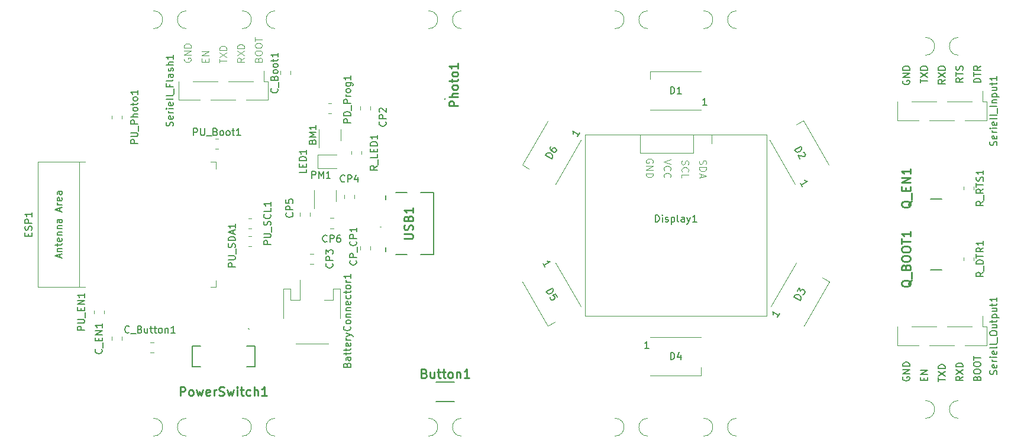
<source format=gbr>
%TF.GenerationSoftware,KiCad,Pcbnew,7.0.10*%
%TF.CreationDate,2024-02-12T11:39:43+01:00*%
%TF.ProjectId,EntangledHearts,456e7461-6e67-46c6-9564-486561727473,rev?*%
%TF.SameCoordinates,Original*%
%TF.FileFunction,Legend,Top*%
%TF.FilePolarity,Positive*%
%FSLAX46Y46*%
G04 Gerber Fmt 4.6, Leading zero omitted, Abs format (unit mm)*
G04 Created by KiCad (PCBNEW 7.0.10) date 2024-02-12 11:39:43*
%MOMM*%
%LPD*%
G01*
G04 APERTURE LIST*
%ADD10C,0.150000*%
%ADD11C,0.254000*%
%ADD12C,0.100000*%
%ADD13C,0.120000*%
%ADD14C,0.200000*%
%ADD15C,0.071590*%
G04 APERTURE END LIST*
D10*
X166901905Y-121104819D02*
X166901905Y-120104819D01*
X166901905Y-120104819D02*
X167140000Y-120104819D01*
X167140000Y-120104819D02*
X167282857Y-120152438D01*
X167282857Y-120152438D02*
X167378095Y-120247676D01*
X167378095Y-120247676D02*
X167425714Y-120342914D01*
X167425714Y-120342914D02*
X167473333Y-120533390D01*
X167473333Y-120533390D02*
X167473333Y-120676247D01*
X167473333Y-120676247D02*
X167425714Y-120866723D01*
X167425714Y-120866723D02*
X167378095Y-120961961D01*
X167378095Y-120961961D02*
X167282857Y-121057200D01*
X167282857Y-121057200D02*
X167140000Y-121104819D01*
X167140000Y-121104819D02*
X166901905Y-121104819D01*
X168330476Y-120438152D02*
X168330476Y-121104819D01*
X168092381Y-120057200D02*
X167854286Y-120771485D01*
X167854286Y-120771485D02*
X168473333Y-120771485D01*
X163775714Y-119504819D02*
X163204286Y-119504819D01*
X163490000Y-119504819D02*
X163490000Y-118504819D01*
X163490000Y-118504819D02*
X163394762Y-118647676D01*
X163394762Y-118647676D02*
X163299524Y-118742914D01*
X163299524Y-118742914D02*
X163204286Y-118790533D01*
X74961009Y-103406666D02*
X74961009Y-103073333D01*
X75484819Y-102930476D02*
X75484819Y-103406666D01*
X75484819Y-103406666D02*
X74484819Y-103406666D01*
X74484819Y-103406666D02*
X74484819Y-102930476D01*
X75437200Y-102549523D02*
X75484819Y-102406666D01*
X75484819Y-102406666D02*
X75484819Y-102168571D01*
X75484819Y-102168571D02*
X75437200Y-102073333D01*
X75437200Y-102073333D02*
X75389580Y-102025714D01*
X75389580Y-102025714D02*
X75294342Y-101978095D01*
X75294342Y-101978095D02*
X75199104Y-101978095D01*
X75199104Y-101978095D02*
X75103866Y-102025714D01*
X75103866Y-102025714D02*
X75056247Y-102073333D01*
X75056247Y-102073333D02*
X75008628Y-102168571D01*
X75008628Y-102168571D02*
X74961009Y-102359047D01*
X74961009Y-102359047D02*
X74913390Y-102454285D01*
X74913390Y-102454285D02*
X74865771Y-102501904D01*
X74865771Y-102501904D02*
X74770533Y-102549523D01*
X74770533Y-102549523D02*
X74675295Y-102549523D01*
X74675295Y-102549523D02*
X74580057Y-102501904D01*
X74580057Y-102501904D02*
X74532438Y-102454285D01*
X74532438Y-102454285D02*
X74484819Y-102359047D01*
X74484819Y-102359047D02*
X74484819Y-102120952D01*
X74484819Y-102120952D02*
X74532438Y-101978095D01*
X75484819Y-101549523D02*
X74484819Y-101549523D01*
X74484819Y-101549523D02*
X74484819Y-101168571D01*
X74484819Y-101168571D02*
X74532438Y-101073333D01*
X74532438Y-101073333D02*
X74580057Y-101025714D01*
X74580057Y-101025714D02*
X74675295Y-100978095D01*
X74675295Y-100978095D02*
X74818152Y-100978095D01*
X74818152Y-100978095D02*
X74913390Y-101025714D01*
X74913390Y-101025714D02*
X74961009Y-101073333D01*
X74961009Y-101073333D02*
X75008628Y-101168571D01*
X75008628Y-101168571D02*
X75008628Y-101549523D01*
X75484819Y-100025714D02*
X75484819Y-100597142D01*
X75484819Y-100311428D02*
X74484819Y-100311428D01*
X74484819Y-100311428D02*
X74627676Y-100406666D01*
X74627676Y-100406666D02*
X74722914Y-100501904D01*
X74722914Y-100501904D02*
X74770533Y-100597142D01*
X79499104Y-106501905D02*
X79499104Y-106025715D01*
X79784819Y-106597143D02*
X78784819Y-106263810D01*
X78784819Y-106263810D02*
X79784819Y-105930477D01*
X79118152Y-105597143D02*
X79784819Y-105597143D01*
X79213390Y-105597143D02*
X79165771Y-105549524D01*
X79165771Y-105549524D02*
X79118152Y-105454286D01*
X79118152Y-105454286D02*
X79118152Y-105311429D01*
X79118152Y-105311429D02*
X79165771Y-105216191D01*
X79165771Y-105216191D02*
X79261009Y-105168572D01*
X79261009Y-105168572D02*
X79784819Y-105168572D01*
X79118152Y-104835238D02*
X79118152Y-104454286D01*
X78784819Y-104692381D02*
X79641961Y-104692381D01*
X79641961Y-104692381D02*
X79737200Y-104644762D01*
X79737200Y-104644762D02*
X79784819Y-104549524D01*
X79784819Y-104549524D02*
X79784819Y-104454286D01*
X79737200Y-103740000D02*
X79784819Y-103835238D01*
X79784819Y-103835238D02*
X79784819Y-104025714D01*
X79784819Y-104025714D02*
X79737200Y-104120952D01*
X79737200Y-104120952D02*
X79641961Y-104168571D01*
X79641961Y-104168571D02*
X79261009Y-104168571D01*
X79261009Y-104168571D02*
X79165771Y-104120952D01*
X79165771Y-104120952D02*
X79118152Y-104025714D01*
X79118152Y-104025714D02*
X79118152Y-103835238D01*
X79118152Y-103835238D02*
X79165771Y-103740000D01*
X79165771Y-103740000D02*
X79261009Y-103692381D01*
X79261009Y-103692381D02*
X79356247Y-103692381D01*
X79356247Y-103692381D02*
X79451485Y-104168571D01*
X79118152Y-103263809D02*
X79784819Y-103263809D01*
X79213390Y-103263809D02*
X79165771Y-103216190D01*
X79165771Y-103216190D02*
X79118152Y-103120952D01*
X79118152Y-103120952D02*
X79118152Y-102978095D01*
X79118152Y-102978095D02*
X79165771Y-102882857D01*
X79165771Y-102882857D02*
X79261009Y-102835238D01*
X79261009Y-102835238D02*
X79784819Y-102835238D01*
X79118152Y-102359047D02*
X79784819Y-102359047D01*
X79213390Y-102359047D02*
X79165771Y-102311428D01*
X79165771Y-102311428D02*
X79118152Y-102216190D01*
X79118152Y-102216190D02*
X79118152Y-102073333D01*
X79118152Y-102073333D02*
X79165771Y-101978095D01*
X79165771Y-101978095D02*
X79261009Y-101930476D01*
X79261009Y-101930476D02*
X79784819Y-101930476D01*
X79784819Y-101025714D02*
X79261009Y-101025714D01*
X79261009Y-101025714D02*
X79165771Y-101073333D01*
X79165771Y-101073333D02*
X79118152Y-101168571D01*
X79118152Y-101168571D02*
X79118152Y-101359047D01*
X79118152Y-101359047D02*
X79165771Y-101454285D01*
X79737200Y-101025714D02*
X79784819Y-101120952D01*
X79784819Y-101120952D02*
X79784819Y-101359047D01*
X79784819Y-101359047D02*
X79737200Y-101454285D01*
X79737200Y-101454285D02*
X79641961Y-101501904D01*
X79641961Y-101501904D02*
X79546723Y-101501904D01*
X79546723Y-101501904D02*
X79451485Y-101454285D01*
X79451485Y-101454285D02*
X79403866Y-101359047D01*
X79403866Y-101359047D02*
X79403866Y-101120952D01*
X79403866Y-101120952D02*
X79356247Y-101025714D01*
X79499104Y-99835237D02*
X79499104Y-99359047D01*
X79784819Y-99930475D02*
X78784819Y-99597142D01*
X78784819Y-99597142D02*
X79784819Y-99263809D01*
X79784819Y-98930475D02*
X79118152Y-98930475D01*
X79308628Y-98930475D02*
X79213390Y-98882856D01*
X79213390Y-98882856D02*
X79165771Y-98835237D01*
X79165771Y-98835237D02*
X79118152Y-98739999D01*
X79118152Y-98739999D02*
X79118152Y-98644761D01*
X79737200Y-97930475D02*
X79784819Y-98025713D01*
X79784819Y-98025713D02*
X79784819Y-98216189D01*
X79784819Y-98216189D02*
X79737200Y-98311427D01*
X79737200Y-98311427D02*
X79641961Y-98359046D01*
X79641961Y-98359046D02*
X79261009Y-98359046D01*
X79261009Y-98359046D02*
X79165771Y-98311427D01*
X79165771Y-98311427D02*
X79118152Y-98216189D01*
X79118152Y-98216189D02*
X79118152Y-98025713D01*
X79118152Y-98025713D02*
X79165771Y-97930475D01*
X79165771Y-97930475D02*
X79261009Y-97882856D01*
X79261009Y-97882856D02*
X79356247Y-97882856D01*
X79356247Y-97882856D02*
X79451485Y-98359046D01*
X79784819Y-97025713D02*
X79261009Y-97025713D01*
X79261009Y-97025713D02*
X79165771Y-97073332D01*
X79165771Y-97073332D02*
X79118152Y-97168570D01*
X79118152Y-97168570D02*
X79118152Y-97359046D01*
X79118152Y-97359046D02*
X79165771Y-97454284D01*
X79737200Y-97025713D02*
X79784819Y-97120951D01*
X79784819Y-97120951D02*
X79784819Y-97359046D01*
X79784819Y-97359046D02*
X79737200Y-97454284D01*
X79737200Y-97454284D02*
X79641961Y-97501903D01*
X79641961Y-97501903D02*
X79546723Y-97501903D01*
X79546723Y-97501903D02*
X79451485Y-97454284D01*
X79451485Y-97454284D02*
X79403866Y-97359046D01*
X79403866Y-97359046D02*
X79403866Y-97120951D01*
X79403866Y-97120951D02*
X79356247Y-97025713D01*
X120581009Y-121879525D02*
X120628628Y-121736668D01*
X120628628Y-121736668D02*
X120676247Y-121689049D01*
X120676247Y-121689049D02*
X120771485Y-121641430D01*
X120771485Y-121641430D02*
X120914342Y-121641430D01*
X120914342Y-121641430D02*
X121009580Y-121689049D01*
X121009580Y-121689049D02*
X121057200Y-121736668D01*
X121057200Y-121736668D02*
X121104819Y-121831906D01*
X121104819Y-121831906D02*
X121104819Y-122212858D01*
X121104819Y-122212858D02*
X120104819Y-122212858D01*
X120104819Y-122212858D02*
X120104819Y-121879525D01*
X120104819Y-121879525D02*
X120152438Y-121784287D01*
X120152438Y-121784287D02*
X120200057Y-121736668D01*
X120200057Y-121736668D02*
X120295295Y-121689049D01*
X120295295Y-121689049D02*
X120390533Y-121689049D01*
X120390533Y-121689049D02*
X120485771Y-121736668D01*
X120485771Y-121736668D02*
X120533390Y-121784287D01*
X120533390Y-121784287D02*
X120581009Y-121879525D01*
X120581009Y-121879525D02*
X120581009Y-122212858D01*
X121104819Y-120784287D02*
X120581009Y-120784287D01*
X120581009Y-120784287D02*
X120485771Y-120831906D01*
X120485771Y-120831906D02*
X120438152Y-120927144D01*
X120438152Y-120927144D02*
X120438152Y-121117620D01*
X120438152Y-121117620D02*
X120485771Y-121212858D01*
X121057200Y-120784287D02*
X121104819Y-120879525D01*
X121104819Y-120879525D02*
X121104819Y-121117620D01*
X121104819Y-121117620D02*
X121057200Y-121212858D01*
X121057200Y-121212858D02*
X120961961Y-121260477D01*
X120961961Y-121260477D02*
X120866723Y-121260477D01*
X120866723Y-121260477D02*
X120771485Y-121212858D01*
X120771485Y-121212858D02*
X120723866Y-121117620D01*
X120723866Y-121117620D02*
X120723866Y-120879525D01*
X120723866Y-120879525D02*
X120676247Y-120784287D01*
X120438152Y-120450953D02*
X120438152Y-120070001D01*
X120104819Y-120308096D02*
X120961961Y-120308096D01*
X120961961Y-120308096D02*
X121057200Y-120260477D01*
X121057200Y-120260477D02*
X121104819Y-120165239D01*
X121104819Y-120165239D02*
X121104819Y-120070001D01*
X120438152Y-119879524D02*
X120438152Y-119498572D01*
X120104819Y-119736667D02*
X120961961Y-119736667D01*
X120961961Y-119736667D02*
X121057200Y-119689048D01*
X121057200Y-119689048D02*
X121104819Y-119593810D01*
X121104819Y-119593810D02*
X121104819Y-119498572D01*
X121057200Y-118784286D02*
X121104819Y-118879524D01*
X121104819Y-118879524D02*
X121104819Y-119070000D01*
X121104819Y-119070000D02*
X121057200Y-119165238D01*
X121057200Y-119165238D02*
X120961961Y-119212857D01*
X120961961Y-119212857D02*
X120581009Y-119212857D01*
X120581009Y-119212857D02*
X120485771Y-119165238D01*
X120485771Y-119165238D02*
X120438152Y-119070000D01*
X120438152Y-119070000D02*
X120438152Y-118879524D01*
X120438152Y-118879524D02*
X120485771Y-118784286D01*
X120485771Y-118784286D02*
X120581009Y-118736667D01*
X120581009Y-118736667D02*
X120676247Y-118736667D01*
X120676247Y-118736667D02*
X120771485Y-119212857D01*
X121104819Y-118308095D02*
X120438152Y-118308095D01*
X120628628Y-118308095D02*
X120533390Y-118260476D01*
X120533390Y-118260476D02*
X120485771Y-118212857D01*
X120485771Y-118212857D02*
X120438152Y-118117619D01*
X120438152Y-118117619D02*
X120438152Y-118022381D01*
X120438152Y-117784285D02*
X121104819Y-117546190D01*
X120438152Y-117308095D02*
X121104819Y-117546190D01*
X121104819Y-117546190D02*
X121342914Y-117641428D01*
X121342914Y-117641428D02*
X121390533Y-117689047D01*
X121390533Y-117689047D02*
X121438152Y-117784285D01*
X121009580Y-116355714D02*
X121057200Y-116403333D01*
X121057200Y-116403333D02*
X121104819Y-116546190D01*
X121104819Y-116546190D02*
X121104819Y-116641428D01*
X121104819Y-116641428D02*
X121057200Y-116784285D01*
X121057200Y-116784285D02*
X120961961Y-116879523D01*
X120961961Y-116879523D02*
X120866723Y-116927142D01*
X120866723Y-116927142D02*
X120676247Y-116974761D01*
X120676247Y-116974761D02*
X120533390Y-116974761D01*
X120533390Y-116974761D02*
X120342914Y-116927142D01*
X120342914Y-116927142D02*
X120247676Y-116879523D01*
X120247676Y-116879523D02*
X120152438Y-116784285D01*
X120152438Y-116784285D02*
X120104819Y-116641428D01*
X120104819Y-116641428D02*
X120104819Y-116546190D01*
X120104819Y-116546190D02*
X120152438Y-116403333D01*
X120152438Y-116403333D02*
X120200057Y-116355714D01*
X121104819Y-115784285D02*
X121057200Y-115879523D01*
X121057200Y-115879523D02*
X121009580Y-115927142D01*
X121009580Y-115927142D02*
X120914342Y-115974761D01*
X120914342Y-115974761D02*
X120628628Y-115974761D01*
X120628628Y-115974761D02*
X120533390Y-115927142D01*
X120533390Y-115927142D02*
X120485771Y-115879523D01*
X120485771Y-115879523D02*
X120438152Y-115784285D01*
X120438152Y-115784285D02*
X120438152Y-115641428D01*
X120438152Y-115641428D02*
X120485771Y-115546190D01*
X120485771Y-115546190D02*
X120533390Y-115498571D01*
X120533390Y-115498571D02*
X120628628Y-115450952D01*
X120628628Y-115450952D02*
X120914342Y-115450952D01*
X120914342Y-115450952D02*
X121009580Y-115498571D01*
X121009580Y-115498571D02*
X121057200Y-115546190D01*
X121057200Y-115546190D02*
X121104819Y-115641428D01*
X121104819Y-115641428D02*
X121104819Y-115784285D01*
X120438152Y-115022380D02*
X121104819Y-115022380D01*
X120533390Y-115022380D02*
X120485771Y-114974761D01*
X120485771Y-114974761D02*
X120438152Y-114879523D01*
X120438152Y-114879523D02*
X120438152Y-114736666D01*
X120438152Y-114736666D02*
X120485771Y-114641428D01*
X120485771Y-114641428D02*
X120581009Y-114593809D01*
X120581009Y-114593809D02*
X121104819Y-114593809D01*
X120438152Y-114117618D02*
X121104819Y-114117618D01*
X120533390Y-114117618D02*
X120485771Y-114069999D01*
X120485771Y-114069999D02*
X120438152Y-113974761D01*
X120438152Y-113974761D02*
X120438152Y-113831904D01*
X120438152Y-113831904D02*
X120485771Y-113736666D01*
X120485771Y-113736666D02*
X120581009Y-113689047D01*
X120581009Y-113689047D02*
X121104819Y-113689047D01*
X121057200Y-112831904D02*
X121104819Y-112927142D01*
X121104819Y-112927142D02*
X121104819Y-113117618D01*
X121104819Y-113117618D02*
X121057200Y-113212856D01*
X121057200Y-113212856D02*
X120961961Y-113260475D01*
X120961961Y-113260475D02*
X120581009Y-113260475D01*
X120581009Y-113260475D02*
X120485771Y-113212856D01*
X120485771Y-113212856D02*
X120438152Y-113117618D01*
X120438152Y-113117618D02*
X120438152Y-112927142D01*
X120438152Y-112927142D02*
X120485771Y-112831904D01*
X120485771Y-112831904D02*
X120581009Y-112784285D01*
X120581009Y-112784285D02*
X120676247Y-112784285D01*
X120676247Y-112784285D02*
X120771485Y-113260475D01*
X121057200Y-111927142D02*
X121104819Y-112022380D01*
X121104819Y-112022380D02*
X121104819Y-112212856D01*
X121104819Y-112212856D02*
X121057200Y-112308094D01*
X121057200Y-112308094D02*
X121009580Y-112355713D01*
X121009580Y-112355713D02*
X120914342Y-112403332D01*
X120914342Y-112403332D02*
X120628628Y-112403332D01*
X120628628Y-112403332D02*
X120533390Y-112355713D01*
X120533390Y-112355713D02*
X120485771Y-112308094D01*
X120485771Y-112308094D02*
X120438152Y-112212856D01*
X120438152Y-112212856D02*
X120438152Y-112022380D01*
X120438152Y-112022380D02*
X120485771Y-111927142D01*
X120438152Y-111641427D02*
X120438152Y-111260475D01*
X120104819Y-111498570D02*
X120961961Y-111498570D01*
X120961961Y-111498570D02*
X121057200Y-111450951D01*
X121057200Y-111450951D02*
X121104819Y-111355713D01*
X121104819Y-111355713D02*
X121104819Y-111260475D01*
X121104819Y-110784284D02*
X121057200Y-110879522D01*
X121057200Y-110879522D02*
X121009580Y-110927141D01*
X121009580Y-110927141D02*
X120914342Y-110974760D01*
X120914342Y-110974760D02*
X120628628Y-110974760D01*
X120628628Y-110974760D02*
X120533390Y-110927141D01*
X120533390Y-110927141D02*
X120485771Y-110879522D01*
X120485771Y-110879522D02*
X120438152Y-110784284D01*
X120438152Y-110784284D02*
X120438152Y-110641427D01*
X120438152Y-110641427D02*
X120485771Y-110546189D01*
X120485771Y-110546189D02*
X120533390Y-110498570D01*
X120533390Y-110498570D02*
X120628628Y-110450951D01*
X120628628Y-110450951D02*
X120914342Y-110450951D01*
X120914342Y-110450951D02*
X121009580Y-110498570D01*
X121009580Y-110498570D02*
X121057200Y-110546189D01*
X121057200Y-110546189D02*
X121104819Y-110641427D01*
X121104819Y-110641427D02*
X121104819Y-110784284D01*
X121104819Y-110022379D02*
X120438152Y-110022379D01*
X120628628Y-110022379D02*
X120533390Y-109974760D01*
X120533390Y-109974760D02*
X120485771Y-109927141D01*
X120485771Y-109927141D02*
X120438152Y-109831903D01*
X120438152Y-109831903D02*
X120438152Y-109736665D01*
X121104819Y-108879522D02*
X121104819Y-109450950D01*
X121104819Y-109165236D02*
X120104819Y-109165236D01*
X120104819Y-109165236D02*
X120247676Y-109260474D01*
X120247676Y-109260474D02*
X120342914Y-109355712D01*
X120342914Y-109355712D02*
X120390533Y-109450950D01*
X85449580Y-119633809D02*
X85497200Y-119681428D01*
X85497200Y-119681428D02*
X85544819Y-119824285D01*
X85544819Y-119824285D02*
X85544819Y-119919523D01*
X85544819Y-119919523D02*
X85497200Y-120062380D01*
X85497200Y-120062380D02*
X85401961Y-120157618D01*
X85401961Y-120157618D02*
X85306723Y-120205237D01*
X85306723Y-120205237D02*
X85116247Y-120252856D01*
X85116247Y-120252856D02*
X84973390Y-120252856D01*
X84973390Y-120252856D02*
X84782914Y-120205237D01*
X84782914Y-120205237D02*
X84687676Y-120157618D01*
X84687676Y-120157618D02*
X84592438Y-120062380D01*
X84592438Y-120062380D02*
X84544819Y-119919523D01*
X84544819Y-119919523D02*
X84544819Y-119824285D01*
X84544819Y-119824285D02*
X84592438Y-119681428D01*
X84592438Y-119681428D02*
X84640057Y-119633809D01*
X85640057Y-119443333D02*
X85640057Y-118681428D01*
X85021009Y-118443332D02*
X85021009Y-118109999D01*
X85544819Y-117967142D02*
X85544819Y-118443332D01*
X85544819Y-118443332D02*
X84544819Y-118443332D01*
X84544819Y-118443332D02*
X84544819Y-117967142D01*
X85544819Y-117538570D02*
X84544819Y-117538570D01*
X84544819Y-117538570D02*
X85544819Y-116967142D01*
X85544819Y-116967142D02*
X84544819Y-116967142D01*
X85544819Y-115967142D02*
X85544819Y-116538570D01*
X85544819Y-116252856D02*
X84544819Y-116252856D01*
X84544819Y-116252856D02*
X84687676Y-116348094D01*
X84687676Y-116348094D02*
X84782914Y-116443332D01*
X84782914Y-116443332D02*
X84830533Y-116538570D01*
D11*
X201355270Y-109734047D02*
X201294794Y-109854999D01*
X201294794Y-109854999D02*
X201173842Y-109975952D01*
X201173842Y-109975952D02*
X200992413Y-110157380D01*
X200992413Y-110157380D02*
X200931937Y-110278333D01*
X200931937Y-110278333D02*
X200931937Y-110399285D01*
X201234318Y-110338809D02*
X201173842Y-110459761D01*
X201173842Y-110459761D02*
X201052889Y-110580714D01*
X201052889Y-110580714D02*
X200810984Y-110641190D01*
X200810984Y-110641190D02*
X200387651Y-110641190D01*
X200387651Y-110641190D02*
X200145746Y-110580714D01*
X200145746Y-110580714D02*
X200024794Y-110459761D01*
X200024794Y-110459761D02*
X199964318Y-110338809D01*
X199964318Y-110338809D02*
X199964318Y-110096904D01*
X199964318Y-110096904D02*
X200024794Y-109975952D01*
X200024794Y-109975952D02*
X200145746Y-109854999D01*
X200145746Y-109854999D02*
X200387651Y-109794523D01*
X200387651Y-109794523D02*
X200810984Y-109794523D01*
X200810984Y-109794523D02*
X201052889Y-109854999D01*
X201052889Y-109854999D02*
X201173842Y-109975952D01*
X201173842Y-109975952D02*
X201234318Y-110096904D01*
X201234318Y-110096904D02*
X201234318Y-110338809D01*
X201355270Y-109552619D02*
X201355270Y-108584999D01*
X200569080Y-107859285D02*
X200629556Y-107677857D01*
X200629556Y-107677857D02*
X200690032Y-107617380D01*
X200690032Y-107617380D02*
X200810984Y-107556904D01*
X200810984Y-107556904D02*
X200992413Y-107556904D01*
X200992413Y-107556904D02*
X201113365Y-107617380D01*
X201113365Y-107617380D02*
X201173842Y-107677857D01*
X201173842Y-107677857D02*
X201234318Y-107798809D01*
X201234318Y-107798809D02*
X201234318Y-108282619D01*
X201234318Y-108282619D02*
X199964318Y-108282619D01*
X199964318Y-108282619D02*
X199964318Y-107859285D01*
X199964318Y-107859285D02*
X200024794Y-107738333D01*
X200024794Y-107738333D02*
X200085270Y-107677857D01*
X200085270Y-107677857D02*
X200206222Y-107617380D01*
X200206222Y-107617380D02*
X200327175Y-107617380D01*
X200327175Y-107617380D02*
X200448127Y-107677857D01*
X200448127Y-107677857D02*
X200508603Y-107738333D01*
X200508603Y-107738333D02*
X200569080Y-107859285D01*
X200569080Y-107859285D02*
X200569080Y-108282619D01*
X199964318Y-106770714D02*
X199964318Y-106528809D01*
X199964318Y-106528809D02*
X200024794Y-106407857D01*
X200024794Y-106407857D02*
X200145746Y-106286904D01*
X200145746Y-106286904D02*
X200387651Y-106226428D01*
X200387651Y-106226428D02*
X200810984Y-106226428D01*
X200810984Y-106226428D02*
X201052889Y-106286904D01*
X201052889Y-106286904D02*
X201173842Y-106407857D01*
X201173842Y-106407857D02*
X201234318Y-106528809D01*
X201234318Y-106528809D02*
X201234318Y-106770714D01*
X201234318Y-106770714D02*
X201173842Y-106891666D01*
X201173842Y-106891666D02*
X201052889Y-107012619D01*
X201052889Y-107012619D02*
X200810984Y-107073095D01*
X200810984Y-107073095D02*
X200387651Y-107073095D01*
X200387651Y-107073095D02*
X200145746Y-107012619D01*
X200145746Y-107012619D02*
X200024794Y-106891666D01*
X200024794Y-106891666D02*
X199964318Y-106770714D01*
X199964318Y-105440238D02*
X199964318Y-105198333D01*
X199964318Y-105198333D02*
X200024794Y-105077381D01*
X200024794Y-105077381D02*
X200145746Y-104956428D01*
X200145746Y-104956428D02*
X200387651Y-104895952D01*
X200387651Y-104895952D02*
X200810984Y-104895952D01*
X200810984Y-104895952D02*
X201052889Y-104956428D01*
X201052889Y-104956428D02*
X201173842Y-105077381D01*
X201173842Y-105077381D02*
X201234318Y-105198333D01*
X201234318Y-105198333D02*
X201234318Y-105440238D01*
X201234318Y-105440238D02*
X201173842Y-105561190D01*
X201173842Y-105561190D02*
X201052889Y-105682143D01*
X201052889Y-105682143D02*
X200810984Y-105742619D01*
X200810984Y-105742619D02*
X200387651Y-105742619D01*
X200387651Y-105742619D02*
X200145746Y-105682143D01*
X200145746Y-105682143D02*
X200024794Y-105561190D01*
X200024794Y-105561190D02*
X199964318Y-105440238D01*
X199964318Y-104533095D02*
X199964318Y-103807381D01*
X201234318Y-104170238D02*
X199964318Y-104170238D01*
X201234318Y-102718809D02*
X201234318Y-103444524D01*
X201234318Y-103081667D02*
X199964318Y-103081667D01*
X199964318Y-103081667D02*
X200145746Y-103202619D01*
X200145746Y-103202619D02*
X200266699Y-103323571D01*
X200266699Y-103323571D02*
X200327175Y-103444524D01*
D10*
X115530476Y-95119819D02*
X115530476Y-94119819D01*
X115530476Y-94119819D02*
X115911428Y-94119819D01*
X115911428Y-94119819D02*
X116006666Y-94167438D01*
X116006666Y-94167438D02*
X116054285Y-94215057D01*
X116054285Y-94215057D02*
X116101904Y-94310295D01*
X116101904Y-94310295D02*
X116101904Y-94453152D01*
X116101904Y-94453152D02*
X116054285Y-94548390D01*
X116054285Y-94548390D02*
X116006666Y-94596009D01*
X116006666Y-94596009D02*
X115911428Y-94643628D01*
X115911428Y-94643628D02*
X115530476Y-94643628D01*
X116530476Y-95119819D02*
X116530476Y-94119819D01*
X116530476Y-94119819D02*
X116863809Y-94834104D01*
X116863809Y-94834104D02*
X117197142Y-94119819D01*
X117197142Y-94119819D02*
X117197142Y-95119819D01*
X118197142Y-95119819D02*
X117625714Y-95119819D01*
X117911428Y-95119819D02*
X117911428Y-94119819D01*
X117911428Y-94119819D02*
X117816190Y-94262676D01*
X117816190Y-94262676D02*
X117720952Y-94357914D01*
X117720952Y-94357914D02*
X117625714Y-94405533D01*
X109674819Y-104623809D02*
X108674819Y-104623809D01*
X108674819Y-104623809D02*
X108674819Y-104242857D01*
X108674819Y-104242857D02*
X108722438Y-104147619D01*
X108722438Y-104147619D02*
X108770057Y-104100000D01*
X108770057Y-104100000D02*
X108865295Y-104052381D01*
X108865295Y-104052381D02*
X109008152Y-104052381D01*
X109008152Y-104052381D02*
X109103390Y-104100000D01*
X109103390Y-104100000D02*
X109151009Y-104147619D01*
X109151009Y-104147619D02*
X109198628Y-104242857D01*
X109198628Y-104242857D02*
X109198628Y-104623809D01*
X108674819Y-103623809D02*
X109484342Y-103623809D01*
X109484342Y-103623809D02*
X109579580Y-103576190D01*
X109579580Y-103576190D02*
X109627200Y-103528571D01*
X109627200Y-103528571D02*
X109674819Y-103433333D01*
X109674819Y-103433333D02*
X109674819Y-103242857D01*
X109674819Y-103242857D02*
X109627200Y-103147619D01*
X109627200Y-103147619D02*
X109579580Y-103100000D01*
X109579580Y-103100000D02*
X109484342Y-103052381D01*
X109484342Y-103052381D02*
X108674819Y-103052381D01*
X109770057Y-102814286D02*
X109770057Y-102052381D01*
X109627200Y-101861904D02*
X109674819Y-101719047D01*
X109674819Y-101719047D02*
X109674819Y-101480952D01*
X109674819Y-101480952D02*
X109627200Y-101385714D01*
X109627200Y-101385714D02*
X109579580Y-101338095D01*
X109579580Y-101338095D02*
X109484342Y-101290476D01*
X109484342Y-101290476D02*
X109389104Y-101290476D01*
X109389104Y-101290476D02*
X109293866Y-101338095D01*
X109293866Y-101338095D02*
X109246247Y-101385714D01*
X109246247Y-101385714D02*
X109198628Y-101480952D01*
X109198628Y-101480952D02*
X109151009Y-101671428D01*
X109151009Y-101671428D02*
X109103390Y-101766666D01*
X109103390Y-101766666D02*
X109055771Y-101814285D01*
X109055771Y-101814285D02*
X108960533Y-101861904D01*
X108960533Y-101861904D02*
X108865295Y-101861904D01*
X108865295Y-101861904D02*
X108770057Y-101814285D01*
X108770057Y-101814285D02*
X108722438Y-101766666D01*
X108722438Y-101766666D02*
X108674819Y-101671428D01*
X108674819Y-101671428D02*
X108674819Y-101433333D01*
X108674819Y-101433333D02*
X108722438Y-101290476D01*
X109579580Y-100290476D02*
X109627200Y-100338095D01*
X109627200Y-100338095D02*
X109674819Y-100480952D01*
X109674819Y-100480952D02*
X109674819Y-100576190D01*
X109674819Y-100576190D02*
X109627200Y-100719047D01*
X109627200Y-100719047D02*
X109531961Y-100814285D01*
X109531961Y-100814285D02*
X109436723Y-100861904D01*
X109436723Y-100861904D02*
X109246247Y-100909523D01*
X109246247Y-100909523D02*
X109103390Y-100909523D01*
X109103390Y-100909523D02*
X108912914Y-100861904D01*
X108912914Y-100861904D02*
X108817676Y-100814285D01*
X108817676Y-100814285D02*
X108722438Y-100719047D01*
X108722438Y-100719047D02*
X108674819Y-100576190D01*
X108674819Y-100576190D02*
X108674819Y-100480952D01*
X108674819Y-100480952D02*
X108722438Y-100338095D01*
X108722438Y-100338095D02*
X108770057Y-100290476D01*
X109674819Y-99385714D02*
X109674819Y-99861904D01*
X109674819Y-99861904D02*
X108674819Y-99861904D01*
X109674819Y-98528571D02*
X109674819Y-99099999D01*
X109674819Y-98814285D02*
X108674819Y-98814285D01*
X108674819Y-98814285D02*
X108817676Y-98909523D01*
X108817676Y-98909523D02*
X108912914Y-99004761D01*
X108912914Y-99004761D02*
X108960533Y-99099999D01*
D11*
X131656666Y-123099080D02*
X131838094Y-123159556D01*
X131838094Y-123159556D02*
X131898571Y-123220032D01*
X131898571Y-123220032D02*
X131959047Y-123340984D01*
X131959047Y-123340984D02*
X131959047Y-123522413D01*
X131959047Y-123522413D02*
X131898571Y-123643365D01*
X131898571Y-123643365D02*
X131838094Y-123703842D01*
X131838094Y-123703842D02*
X131717142Y-123764318D01*
X131717142Y-123764318D02*
X131233332Y-123764318D01*
X131233332Y-123764318D02*
X131233332Y-122494318D01*
X131233332Y-122494318D02*
X131656666Y-122494318D01*
X131656666Y-122494318D02*
X131777618Y-122554794D01*
X131777618Y-122554794D02*
X131838094Y-122615270D01*
X131838094Y-122615270D02*
X131898571Y-122736222D01*
X131898571Y-122736222D02*
X131898571Y-122857175D01*
X131898571Y-122857175D02*
X131838094Y-122978127D01*
X131838094Y-122978127D02*
X131777618Y-123038603D01*
X131777618Y-123038603D02*
X131656666Y-123099080D01*
X131656666Y-123099080D02*
X131233332Y-123099080D01*
X133047618Y-122917651D02*
X133047618Y-123764318D01*
X132503332Y-122917651D02*
X132503332Y-123582889D01*
X132503332Y-123582889D02*
X132563809Y-123703842D01*
X132563809Y-123703842D02*
X132684761Y-123764318D01*
X132684761Y-123764318D02*
X132866190Y-123764318D01*
X132866190Y-123764318D02*
X132987142Y-123703842D01*
X132987142Y-123703842D02*
X133047618Y-123643365D01*
X133470952Y-122917651D02*
X133954761Y-122917651D01*
X133652380Y-122494318D02*
X133652380Y-123582889D01*
X133652380Y-123582889D02*
X133712857Y-123703842D01*
X133712857Y-123703842D02*
X133833809Y-123764318D01*
X133833809Y-123764318D02*
X133954761Y-123764318D01*
X134196666Y-122917651D02*
X134680475Y-122917651D01*
X134378094Y-122494318D02*
X134378094Y-123582889D01*
X134378094Y-123582889D02*
X134438571Y-123703842D01*
X134438571Y-123703842D02*
X134559523Y-123764318D01*
X134559523Y-123764318D02*
X134680475Y-123764318D01*
X135285237Y-123764318D02*
X135164285Y-123703842D01*
X135164285Y-123703842D02*
X135103808Y-123643365D01*
X135103808Y-123643365D02*
X135043332Y-123522413D01*
X135043332Y-123522413D02*
X135043332Y-123159556D01*
X135043332Y-123159556D02*
X135103808Y-123038603D01*
X135103808Y-123038603D02*
X135164285Y-122978127D01*
X135164285Y-122978127D02*
X135285237Y-122917651D01*
X135285237Y-122917651D02*
X135466666Y-122917651D01*
X135466666Y-122917651D02*
X135587618Y-122978127D01*
X135587618Y-122978127D02*
X135648094Y-123038603D01*
X135648094Y-123038603D02*
X135708570Y-123159556D01*
X135708570Y-123159556D02*
X135708570Y-123522413D01*
X135708570Y-123522413D02*
X135648094Y-123643365D01*
X135648094Y-123643365D02*
X135587618Y-123703842D01*
X135587618Y-123703842D02*
X135466666Y-123764318D01*
X135466666Y-123764318D02*
X135285237Y-123764318D01*
X136252856Y-122917651D02*
X136252856Y-123764318D01*
X136252856Y-123038603D02*
X136313333Y-122978127D01*
X136313333Y-122978127D02*
X136434285Y-122917651D01*
X136434285Y-122917651D02*
X136615714Y-122917651D01*
X136615714Y-122917651D02*
X136736666Y-122978127D01*
X136736666Y-122978127D02*
X136797142Y-123099080D01*
X136797142Y-123099080D02*
X136797142Y-123764318D01*
X138067143Y-123764318D02*
X137341428Y-123764318D01*
X137704285Y-123764318D02*
X137704285Y-122494318D01*
X137704285Y-122494318D02*
X137583333Y-122675746D01*
X137583333Y-122675746D02*
X137462381Y-122796699D01*
X137462381Y-122796699D02*
X137341428Y-122857175D01*
X201355270Y-98364523D02*
X201294794Y-98485475D01*
X201294794Y-98485475D02*
X201173842Y-98606428D01*
X201173842Y-98606428D02*
X200992413Y-98787856D01*
X200992413Y-98787856D02*
X200931937Y-98908809D01*
X200931937Y-98908809D02*
X200931937Y-99029761D01*
X201234318Y-98969285D02*
X201173842Y-99090237D01*
X201173842Y-99090237D02*
X201052889Y-99211190D01*
X201052889Y-99211190D02*
X200810984Y-99271666D01*
X200810984Y-99271666D02*
X200387651Y-99271666D01*
X200387651Y-99271666D02*
X200145746Y-99211190D01*
X200145746Y-99211190D02*
X200024794Y-99090237D01*
X200024794Y-99090237D02*
X199964318Y-98969285D01*
X199964318Y-98969285D02*
X199964318Y-98727380D01*
X199964318Y-98727380D02*
X200024794Y-98606428D01*
X200024794Y-98606428D02*
X200145746Y-98485475D01*
X200145746Y-98485475D02*
X200387651Y-98424999D01*
X200387651Y-98424999D02*
X200810984Y-98424999D01*
X200810984Y-98424999D02*
X201052889Y-98485475D01*
X201052889Y-98485475D02*
X201173842Y-98606428D01*
X201173842Y-98606428D02*
X201234318Y-98727380D01*
X201234318Y-98727380D02*
X201234318Y-98969285D01*
X201355270Y-98183095D02*
X201355270Y-97215475D01*
X200569080Y-96913095D02*
X200569080Y-96489761D01*
X201234318Y-96308333D02*
X201234318Y-96913095D01*
X201234318Y-96913095D02*
X199964318Y-96913095D01*
X199964318Y-96913095D02*
X199964318Y-96308333D01*
X201234318Y-95764047D02*
X199964318Y-95764047D01*
X199964318Y-95764047D02*
X201234318Y-95038332D01*
X201234318Y-95038332D02*
X199964318Y-95038332D01*
X201234318Y-93768332D02*
X201234318Y-94494047D01*
X201234318Y-94131190D02*
X199964318Y-94131190D01*
X199964318Y-94131190D02*
X200145746Y-94252142D01*
X200145746Y-94252142D02*
X200266699Y-94373094D01*
X200266699Y-94373094D02*
X200327175Y-94494047D01*
D10*
X90624819Y-90145714D02*
X89624819Y-90145714D01*
X89624819Y-90145714D02*
X89624819Y-89764762D01*
X89624819Y-89764762D02*
X89672438Y-89669524D01*
X89672438Y-89669524D02*
X89720057Y-89621905D01*
X89720057Y-89621905D02*
X89815295Y-89574286D01*
X89815295Y-89574286D02*
X89958152Y-89574286D01*
X89958152Y-89574286D02*
X90053390Y-89621905D01*
X90053390Y-89621905D02*
X90101009Y-89669524D01*
X90101009Y-89669524D02*
X90148628Y-89764762D01*
X90148628Y-89764762D02*
X90148628Y-90145714D01*
X89624819Y-89145714D02*
X90434342Y-89145714D01*
X90434342Y-89145714D02*
X90529580Y-89098095D01*
X90529580Y-89098095D02*
X90577200Y-89050476D01*
X90577200Y-89050476D02*
X90624819Y-88955238D01*
X90624819Y-88955238D02*
X90624819Y-88764762D01*
X90624819Y-88764762D02*
X90577200Y-88669524D01*
X90577200Y-88669524D02*
X90529580Y-88621905D01*
X90529580Y-88621905D02*
X90434342Y-88574286D01*
X90434342Y-88574286D02*
X89624819Y-88574286D01*
X90720057Y-88336191D02*
X90720057Y-87574286D01*
X90624819Y-87336190D02*
X89624819Y-87336190D01*
X89624819Y-87336190D02*
X89624819Y-86955238D01*
X89624819Y-86955238D02*
X89672438Y-86860000D01*
X89672438Y-86860000D02*
X89720057Y-86812381D01*
X89720057Y-86812381D02*
X89815295Y-86764762D01*
X89815295Y-86764762D02*
X89958152Y-86764762D01*
X89958152Y-86764762D02*
X90053390Y-86812381D01*
X90053390Y-86812381D02*
X90101009Y-86860000D01*
X90101009Y-86860000D02*
X90148628Y-86955238D01*
X90148628Y-86955238D02*
X90148628Y-87336190D01*
X90624819Y-86336190D02*
X89624819Y-86336190D01*
X90624819Y-85907619D02*
X90101009Y-85907619D01*
X90101009Y-85907619D02*
X90005771Y-85955238D01*
X90005771Y-85955238D02*
X89958152Y-86050476D01*
X89958152Y-86050476D02*
X89958152Y-86193333D01*
X89958152Y-86193333D02*
X90005771Y-86288571D01*
X90005771Y-86288571D02*
X90053390Y-86336190D01*
X90624819Y-85288571D02*
X90577200Y-85383809D01*
X90577200Y-85383809D02*
X90529580Y-85431428D01*
X90529580Y-85431428D02*
X90434342Y-85479047D01*
X90434342Y-85479047D02*
X90148628Y-85479047D01*
X90148628Y-85479047D02*
X90053390Y-85431428D01*
X90053390Y-85431428D02*
X90005771Y-85383809D01*
X90005771Y-85383809D02*
X89958152Y-85288571D01*
X89958152Y-85288571D02*
X89958152Y-85145714D01*
X89958152Y-85145714D02*
X90005771Y-85050476D01*
X90005771Y-85050476D02*
X90053390Y-85002857D01*
X90053390Y-85002857D02*
X90148628Y-84955238D01*
X90148628Y-84955238D02*
X90434342Y-84955238D01*
X90434342Y-84955238D02*
X90529580Y-85002857D01*
X90529580Y-85002857D02*
X90577200Y-85050476D01*
X90577200Y-85050476D02*
X90624819Y-85145714D01*
X90624819Y-85145714D02*
X90624819Y-85288571D01*
X89958152Y-84669523D02*
X89958152Y-84288571D01*
X89624819Y-84526666D02*
X90481961Y-84526666D01*
X90481961Y-84526666D02*
X90577200Y-84479047D01*
X90577200Y-84479047D02*
X90624819Y-84383809D01*
X90624819Y-84383809D02*
X90624819Y-84288571D01*
X90624819Y-83812380D02*
X90577200Y-83907618D01*
X90577200Y-83907618D02*
X90529580Y-83955237D01*
X90529580Y-83955237D02*
X90434342Y-84002856D01*
X90434342Y-84002856D02*
X90148628Y-84002856D01*
X90148628Y-84002856D02*
X90053390Y-83955237D01*
X90053390Y-83955237D02*
X90005771Y-83907618D01*
X90005771Y-83907618D02*
X89958152Y-83812380D01*
X89958152Y-83812380D02*
X89958152Y-83669523D01*
X89958152Y-83669523D02*
X90005771Y-83574285D01*
X90005771Y-83574285D02*
X90053390Y-83526666D01*
X90053390Y-83526666D02*
X90148628Y-83479047D01*
X90148628Y-83479047D02*
X90434342Y-83479047D01*
X90434342Y-83479047D02*
X90529580Y-83526666D01*
X90529580Y-83526666D02*
X90577200Y-83574285D01*
X90577200Y-83574285D02*
X90624819Y-83669523D01*
X90624819Y-83669523D02*
X90624819Y-83812380D01*
X90624819Y-82526666D02*
X90624819Y-83098094D01*
X90624819Y-82812380D02*
X89624819Y-82812380D01*
X89624819Y-82812380D02*
X89767676Y-82907618D01*
X89767676Y-82907618D02*
X89862914Y-83002856D01*
X89862914Y-83002856D02*
X89910533Y-83098094D01*
X115641009Y-89876190D02*
X115688628Y-89733333D01*
X115688628Y-89733333D02*
X115736247Y-89685714D01*
X115736247Y-89685714D02*
X115831485Y-89638095D01*
X115831485Y-89638095D02*
X115974342Y-89638095D01*
X115974342Y-89638095D02*
X116069580Y-89685714D01*
X116069580Y-89685714D02*
X116117200Y-89733333D01*
X116117200Y-89733333D02*
X116164819Y-89828571D01*
X116164819Y-89828571D02*
X116164819Y-90209523D01*
X116164819Y-90209523D02*
X115164819Y-90209523D01*
X115164819Y-90209523D02*
X115164819Y-89876190D01*
X115164819Y-89876190D02*
X115212438Y-89780952D01*
X115212438Y-89780952D02*
X115260057Y-89733333D01*
X115260057Y-89733333D02*
X115355295Y-89685714D01*
X115355295Y-89685714D02*
X115450533Y-89685714D01*
X115450533Y-89685714D02*
X115545771Y-89733333D01*
X115545771Y-89733333D02*
X115593390Y-89780952D01*
X115593390Y-89780952D02*
X115641009Y-89876190D01*
X115641009Y-89876190D02*
X115641009Y-90209523D01*
X116164819Y-89209523D02*
X115164819Y-89209523D01*
X115164819Y-89209523D02*
X115879104Y-88876190D01*
X115879104Y-88876190D02*
X115164819Y-88542857D01*
X115164819Y-88542857D02*
X116164819Y-88542857D01*
X116164819Y-87542857D02*
X116164819Y-88114285D01*
X116164819Y-87828571D02*
X115164819Y-87828571D01*
X115164819Y-87828571D02*
X115307676Y-87923809D01*
X115307676Y-87923809D02*
X115402914Y-88019047D01*
X115402914Y-88019047D02*
X115450533Y-88114285D01*
X104594819Y-107822618D02*
X103594819Y-107822618D01*
X103594819Y-107822618D02*
X103594819Y-107441666D01*
X103594819Y-107441666D02*
X103642438Y-107346428D01*
X103642438Y-107346428D02*
X103690057Y-107298809D01*
X103690057Y-107298809D02*
X103785295Y-107251190D01*
X103785295Y-107251190D02*
X103928152Y-107251190D01*
X103928152Y-107251190D02*
X104023390Y-107298809D01*
X104023390Y-107298809D02*
X104071009Y-107346428D01*
X104071009Y-107346428D02*
X104118628Y-107441666D01*
X104118628Y-107441666D02*
X104118628Y-107822618D01*
X103594819Y-106822618D02*
X104404342Y-106822618D01*
X104404342Y-106822618D02*
X104499580Y-106774999D01*
X104499580Y-106774999D02*
X104547200Y-106727380D01*
X104547200Y-106727380D02*
X104594819Y-106632142D01*
X104594819Y-106632142D02*
X104594819Y-106441666D01*
X104594819Y-106441666D02*
X104547200Y-106346428D01*
X104547200Y-106346428D02*
X104499580Y-106298809D01*
X104499580Y-106298809D02*
X104404342Y-106251190D01*
X104404342Y-106251190D02*
X103594819Y-106251190D01*
X104690057Y-106013095D02*
X104690057Y-105251190D01*
X104547200Y-105060713D02*
X104594819Y-104917856D01*
X104594819Y-104917856D02*
X104594819Y-104679761D01*
X104594819Y-104679761D02*
X104547200Y-104584523D01*
X104547200Y-104584523D02*
X104499580Y-104536904D01*
X104499580Y-104536904D02*
X104404342Y-104489285D01*
X104404342Y-104489285D02*
X104309104Y-104489285D01*
X104309104Y-104489285D02*
X104213866Y-104536904D01*
X104213866Y-104536904D02*
X104166247Y-104584523D01*
X104166247Y-104584523D02*
X104118628Y-104679761D01*
X104118628Y-104679761D02*
X104071009Y-104870237D01*
X104071009Y-104870237D02*
X104023390Y-104965475D01*
X104023390Y-104965475D02*
X103975771Y-105013094D01*
X103975771Y-105013094D02*
X103880533Y-105060713D01*
X103880533Y-105060713D02*
X103785295Y-105060713D01*
X103785295Y-105060713D02*
X103690057Y-105013094D01*
X103690057Y-105013094D02*
X103642438Y-104965475D01*
X103642438Y-104965475D02*
X103594819Y-104870237D01*
X103594819Y-104870237D02*
X103594819Y-104632142D01*
X103594819Y-104632142D02*
X103642438Y-104489285D01*
X104594819Y-104060713D02*
X103594819Y-104060713D01*
X103594819Y-104060713D02*
X103594819Y-103822618D01*
X103594819Y-103822618D02*
X103642438Y-103679761D01*
X103642438Y-103679761D02*
X103737676Y-103584523D01*
X103737676Y-103584523D02*
X103832914Y-103536904D01*
X103832914Y-103536904D02*
X104023390Y-103489285D01*
X104023390Y-103489285D02*
X104166247Y-103489285D01*
X104166247Y-103489285D02*
X104356723Y-103536904D01*
X104356723Y-103536904D02*
X104451961Y-103584523D01*
X104451961Y-103584523D02*
X104547200Y-103679761D01*
X104547200Y-103679761D02*
X104594819Y-103822618D01*
X104594819Y-103822618D02*
X104594819Y-104060713D01*
X104309104Y-103108332D02*
X104309104Y-102632142D01*
X104594819Y-103203570D02*
X103594819Y-102870237D01*
X103594819Y-102870237D02*
X104594819Y-102536904D01*
X104594819Y-101679761D02*
X104594819Y-102251189D01*
X104594819Y-101965475D02*
X103594819Y-101965475D01*
X103594819Y-101965475D02*
X103737676Y-102060713D01*
X103737676Y-102060713D02*
X103832914Y-102155951D01*
X103832914Y-102155951D02*
X103880533Y-102251189D01*
X89413808Y-117199580D02*
X89366189Y-117247200D01*
X89366189Y-117247200D02*
X89223332Y-117294819D01*
X89223332Y-117294819D02*
X89128094Y-117294819D01*
X89128094Y-117294819D02*
X88985237Y-117247200D01*
X88985237Y-117247200D02*
X88889999Y-117151961D01*
X88889999Y-117151961D02*
X88842380Y-117056723D01*
X88842380Y-117056723D02*
X88794761Y-116866247D01*
X88794761Y-116866247D02*
X88794761Y-116723390D01*
X88794761Y-116723390D02*
X88842380Y-116532914D01*
X88842380Y-116532914D02*
X88889999Y-116437676D01*
X88889999Y-116437676D02*
X88985237Y-116342438D01*
X88985237Y-116342438D02*
X89128094Y-116294819D01*
X89128094Y-116294819D02*
X89223332Y-116294819D01*
X89223332Y-116294819D02*
X89366189Y-116342438D01*
X89366189Y-116342438D02*
X89413808Y-116390057D01*
X89604285Y-117390057D02*
X90366189Y-117390057D01*
X90937618Y-116771009D02*
X91080475Y-116818628D01*
X91080475Y-116818628D02*
X91128094Y-116866247D01*
X91128094Y-116866247D02*
X91175713Y-116961485D01*
X91175713Y-116961485D02*
X91175713Y-117104342D01*
X91175713Y-117104342D02*
X91128094Y-117199580D01*
X91128094Y-117199580D02*
X91080475Y-117247200D01*
X91080475Y-117247200D02*
X90985237Y-117294819D01*
X90985237Y-117294819D02*
X90604285Y-117294819D01*
X90604285Y-117294819D02*
X90604285Y-116294819D01*
X90604285Y-116294819D02*
X90937618Y-116294819D01*
X90937618Y-116294819D02*
X91032856Y-116342438D01*
X91032856Y-116342438D02*
X91080475Y-116390057D01*
X91080475Y-116390057D02*
X91128094Y-116485295D01*
X91128094Y-116485295D02*
X91128094Y-116580533D01*
X91128094Y-116580533D02*
X91080475Y-116675771D01*
X91080475Y-116675771D02*
X91032856Y-116723390D01*
X91032856Y-116723390D02*
X90937618Y-116771009D01*
X90937618Y-116771009D02*
X90604285Y-116771009D01*
X92032856Y-116628152D02*
X92032856Y-117294819D01*
X91604285Y-116628152D02*
X91604285Y-117151961D01*
X91604285Y-117151961D02*
X91651904Y-117247200D01*
X91651904Y-117247200D02*
X91747142Y-117294819D01*
X91747142Y-117294819D02*
X91889999Y-117294819D01*
X91889999Y-117294819D02*
X91985237Y-117247200D01*
X91985237Y-117247200D02*
X92032856Y-117199580D01*
X92366190Y-116628152D02*
X92747142Y-116628152D01*
X92509047Y-116294819D02*
X92509047Y-117151961D01*
X92509047Y-117151961D02*
X92556666Y-117247200D01*
X92556666Y-117247200D02*
X92651904Y-117294819D01*
X92651904Y-117294819D02*
X92747142Y-117294819D01*
X92937619Y-116628152D02*
X93318571Y-116628152D01*
X93080476Y-116294819D02*
X93080476Y-117151961D01*
X93080476Y-117151961D02*
X93128095Y-117247200D01*
X93128095Y-117247200D02*
X93223333Y-117294819D01*
X93223333Y-117294819D02*
X93318571Y-117294819D01*
X93794762Y-117294819D02*
X93699524Y-117247200D01*
X93699524Y-117247200D02*
X93651905Y-117199580D01*
X93651905Y-117199580D02*
X93604286Y-117104342D01*
X93604286Y-117104342D02*
X93604286Y-116818628D01*
X93604286Y-116818628D02*
X93651905Y-116723390D01*
X93651905Y-116723390D02*
X93699524Y-116675771D01*
X93699524Y-116675771D02*
X93794762Y-116628152D01*
X93794762Y-116628152D02*
X93937619Y-116628152D01*
X93937619Y-116628152D02*
X94032857Y-116675771D01*
X94032857Y-116675771D02*
X94080476Y-116723390D01*
X94080476Y-116723390D02*
X94128095Y-116818628D01*
X94128095Y-116818628D02*
X94128095Y-117104342D01*
X94128095Y-117104342D02*
X94080476Y-117199580D01*
X94080476Y-117199580D02*
X94032857Y-117247200D01*
X94032857Y-117247200D02*
X93937619Y-117294819D01*
X93937619Y-117294819D02*
X93794762Y-117294819D01*
X94556667Y-116628152D02*
X94556667Y-117294819D01*
X94556667Y-116723390D02*
X94604286Y-116675771D01*
X94604286Y-116675771D02*
X94699524Y-116628152D01*
X94699524Y-116628152D02*
X94842381Y-116628152D01*
X94842381Y-116628152D02*
X94937619Y-116675771D01*
X94937619Y-116675771D02*
X94985238Y-116771009D01*
X94985238Y-116771009D02*
X94985238Y-117294819D01*
X95985238Y-117294819D02*
X95413810Y-117294819D01*
X95699524Y-117294819D02*
X95699524Y-116294819D01*
X95699524Y-116294819D02*
X95604286Y-116437676D01*
X95604286Y-116437676D02*
X95509048Y-116532914D01*
X95509048Y-116532914D02*
X95413810Y-116580533D01*
X211654819Y-108608571D02*
X211178628Y-108941904D01*
X211654819Y-109179999D02*
X210654819Y-109179999D01*
X210654819Y-109179999D02*
X210654819Y-108799047D01*
X210654819Y-108799047D02*
X210702438Y-108703809D01*
X210702438Y-108703809D02*
X210750057Y-108656190D01*
X210750057Y-108656190D02*
X210845295Y-108608571D01*
X210845295Y-108608571D02*
X210988152Y-108608571D01*
X210988152Y-108608571D02*
X211083390Y-108656190D01*
X211083390Y-108656190D02*
X211131009Y-108703809D01*
X211131009Y-108703809D02*
X211178628Y-108799047D01*
X211178628Y-108799047D02*
X211178628Y-109179999D01*
X211750057Y-108418095D02*
X211750057Y-107656190D01*
X211654819Y-107418094D02*
X210654819Y-107418094D01*
X210654819Y-107418094D02*
X210654819Y-107179999D01*
X210654819Y-107179999D02*
X210702438Y-107037142D01*
X210702438Y-107037142D02*
X210797676Y-106941904D01*
X210797676Y-106941904D02*
X210892914Y-106894285D01*
X210892914Y-106894285D02*
X211083390Y-106846666D01*
X211083390Y-106846666D02*
X211226247Y-106846666D01*
X211226247Y-106846666D02*
X211416723Y-106894285D01*
X211416723Y-106894285D02*
X211511961Y-106941904D01*
X211511961Y-106941904D02*
X211607200Y-107037142D01*
X211607200Y-107037142D02*
X211654819Y-107179999D01*
X211654819Y-107179999D02*
X211654819Y-107418094D01*
X210654819Y-106560951D02*
X210654819Y-105989523D01*
X211654819Y-106275237D02*
X210654819Y-106275237D01*
X211654819Y-105084761D02*
X211178628Y-105418094D01*
X211654819Y-105656189D02*
X210654819Y-105656189D01*
X210654819Y-105656189D02*
X210654819Y-105275237D01*
X210654819Y-105275237D02*
X210702438Y-105179999D01*
X210702438Y-105179999D02*
X210750057Y-105132380D01*
X210750057Y-105132380D02*
X210845295Y-105084761D01*
X210845295Y-105084761D02*
X210988152Y-105084761D01*
X210988152Y-105084761D02*
X211083390Y-105132380D01*
X211083390Y-105132380D02*
X211131009Y-105179999D01*
X211131009Y-105179999D02*
X211178628Y-105275237D01*
X211178628Y-105275237D02*
X211178628Y-105656189D01*
X211654819Y-104132380D02*
X211654819Y-104703808D01*
X211654819Y-104418094D02*
X210654819Y-104418094D01*
X210654819Y-104418094D02*
X210797676Y-104513332D01*
X210797676Y-104513332D02*
X210892914Y-104608570D01*
X210892914Y-104608570D02*
X210940533Y-104703808D01*
X118469580Y-107346666D02*
X118517200Y-107394285D01*
X118517200Y-107394285D02*
X118564819Y-107537142D01*
X118564819Y-107537142D02*
X118564819Y-107632380D01*
X118564819Y-107632380D02*
X118517200Y-107775237D01*
X118517200Y-107775237D02*
X118421961Y-107870475D01*
X118421961Y-107870475D02*
X118326723Y-107918094D01*
X118326723Y-107918094D02*
X118136247Y-107965713D01*
X118136247Y-107965713D02*
X117993390Y-107965713D01*
X117993390Y-107965713D02*
X117802914Y-107918094D01*
X117802914Y-107918094D02*
X117707676Y-107870475D01*
X117707676Y-107870475D02*
X117612438Y-107775237D01*
X117612438Y-107775237D02*
X117564819Y-107632380D01*
X117564819Y-107632380D02*
X117564819Y-107537142D01*
X117564819Y-107537142D02*
X117612438Y-107394285D01*
X117612438Y-107394285D02*
X117660057Y-107346666D01*
X118564819Y-106918094D02*
X117564819Y-106918094D01*
X117564819Y-106918094D02*
X117564819Y-106537142D01*
X117564819Y-106537142D02*
X117612438Y-106441904D01*
X117612438Y-106441904D02*
X117660057Y-106394285D01*
X117660057Y-106394285D02*
X117755295Y-106346666D01*
X117755295Y-106346666D02*
X117898152Y-106346666D01*
X117898152Y-106346666D02*
X117993390Y-106394285D01*
X117993390Y-106394285D02*
X118041009Y-106441904D01*
X118041009Y-106441904D02*
X118088628Y-106537142D01*
X118088628Y-106537142D02*
X118088628Y-106918094D01*
X117564819Y-106013332D02*
X117564819Y-105394285D01*
X117564819Y-105394285D02*
X117945771Y-105727618D01*
X117945771Y-105727618D02*
X117945771Y-105584761D01*
X117945771Y-105584761D02*
X117993390Y-105489523D01*
X117993390Y-105489523D02*
X118041009Y-105441904D01*
X118041009Y-105441904D02*
X118136247Y-105394285D01*
X118136247Y-105394285D02*
X118374342Y-105394285D01*
X118374342Y-105394285D02*
X118469580Y-105441904D01*
X118469580Y-105441904D02*
X118517200Y-105489523D01*
X118517200Y-105489523D02*
X118564819Y-105584761D01*
X118564819Y-105584761D02*
X118564819Y-105870475D01*
X118564819Y-105870475D02*
X118517200Y-105965713D01*
X118517200Y-105965713D02*
X118469580Y-106013332D01*
X121104819Y-87153333D02*
X120104819Y-87153333D01*
X120104819Y-87153333D02*
X120104819Y-86772381D01*
X120104819Y-86772381D02*
X120152438Y-86677143D01*
X120152438Y-86677143D02*
X120200057Y-86629524D01*
X120200057Y-86629524D02*
X120295295Y-86581905D01*
X120295295Y-86581905D02*
X120438152Y-86581905D01*
X120438152Y-86581905D02*
X120533390Y-86629524D01*
X120533390Y-86629524D02*
X120581009Y-86677143D01*
X120581009Y-86677143D02*
X120628628Y-86772381D01*
X120628628Y-86772381D02*
X120628628Y-87153333D01*
X121104819Y-86153333D02*
X120104819Y-86153333D01*
X120104819Y-86153333D02*
X120104819Y-85915238D01*
X120104819Y-85915238D02*
X120152438Y-85772381D01*
X120152438Y-85772381D02*
X120247676Y-85677143D01*
X120247676Y-85677143D02*
X120342914Y-85629524D01*
X120342914Y-85629524D02*
X120533390Y-85581905D01*
X120533390Y-85581905D02*
X120676247Y-85581905D01*
X120676247Y-85581905D02*
X120866723Y-85629524D01*
X120866723Y-85629524D02*
X120961961Y-85677143D01*
X120961961Y-85677143D02*
X121057200Y-85772381D01*
X121057200Y-85772381D02*
X121104819Y-85915238D01*
X121104819Y-85915238D02*
X121104819Y-86153333D01*
X121200057Y-85391429D02*
X121200057Y-84629524D01*
X121104819Y-84391428D02*
X120104819Y-84391428D01*
X120104819Y-84391428D02*
X120104819Y-84010476D01*
X120104819Y-84010476D02*
X120152438Y-83915238D01*
X120152438Y-83915238D02*
X120200057Y-83867619D01*
X120200057Y-83867619D02*
X120295295Y-83820000D01*
X120295295Y-83820000D02*
X120438152Y-83820000D01*
X120438152Y-83820000D02*
X120533390Y-83867619D01*
X120533390Y-83867619D02*
X120581009Y-83915238D01*
X120581009Y-83915238D02*
X120628628Y-84010476D01*
X120628628Y-84010476D02*
X120628628Y-84391428D01*
X121104819Y-83391428D02*
X120438152Y-83391428D01*
X120628628Y-83391428D02*
X120533390Y-83343809D01*
X120533390Y-83343809D02*
X120485771Y-83296190D01*
X120485771Y-83296190D02*
X120438152Y-83200952D01*
X120438152Y-83200952D02*
X120438152Y-83105714D01*
X121104819Y-82629523D02*
X121057200Y-82724761D01*
X121057200Y-82724761D02*
X121009580Y-82772380D01*
X121009580Y-82772380D02*
X120914342Y-82819999D01*
X120914342Y-82819999D02*
X120628628Y-82819999D01*
X120628628Y-82819999D02*
X120533390Y-82772380D01*
X120533390Y-82772380D02*
X120485771Y-82724761D01*
X120485771Y-82724761D02*
X120438152Y-82629523D01*
X120438152Y-82629523D02*
X120438152Y-82486666D01*
X120438152Y-82486666D02*
X120485771Y-82391428D01*
X120485771Y-82391428D02*
X120533390Y-82343809D01*
X120533390Y-82343809D02*
X120628628Y-82296190D01*
X120628628Y-82296190D02*
X120914342Y-82296190D01*
X120914342Y-82296190D02*
X121009580Y-82343809D01*
X121009580Y-82343809D02*
X121057200Y-82391428D01*
X121057200Y-82391428D02*
X121104819Y-82486666D01*
X121104819Y-82486666D02*
X121104819Y-82629523D01*
X120438152Y-81439047D02*
X121247676Y-81439047D01*
X121247676Y-81439047D02*
X121342914Y-81486666D01*
X121342914Y-81486666D02*
X121390533Y-81534285D01*
X121390533Y-81534285D02*
X121438152Y-81629523D01*
X121438152Y-81629523D02*
X121438152Y-81772380D01*
X121438152Y-81772380D02*
X121390533Y-81867618D01*
X121057200Y-81439047D02*
X121104819Y-81534285D01*
X121104819Y-81534285D02*
X121104819Y-81724761D01*
X121104819Y-81724761D02*
X121057200Y-81819999D01*
X121057200Y-81819999D02*
X121009580Y-81867618D01*
X121009580Y-81867618D02*
X120914342Y-81915237D01*
X120914342Y-81915237D02*
X120628628Y-81915237D01*
X120628628Y-81915237D02*
X120533390Y-81867618D01*
X120533390Y-81867618D02*
X120485771Y-81819999D01*
X120485771Y-81819999D02*
X120438152Y-81724761D01*
X120438152Y-81724761D02*
X120438152Y-81534285D01*
X120438152Y-81534285D02*
X120485771Y-81439047D01*
X121104819Y-80439047D02*
X121104819Y-81010475D01*
X121104819Y-80724761D02*
X120104819Y-80724761D01*
X120104819Y-80724761D02*
X120247676Y-80819999D01*
X120247676Y-80819999D02*
X120342914Y-80915237D01*
X120342914Y-80915237D02*
X120390533Y-81010475D01*
D11*
X128742318Y-103807381D02*
X129770413Y-103807381D01*
X129770413Y-103807381D02*
X129891365Y-103746904D01*
X129891365Y-103746904D02*
X129951842Y-103686428D01*
X129951842Y-103686428D02*
X130012318Y-103565476D01*
X130012318Y-103565476D02*
X130012318Y-103323571D01*
X130012318Y-103323571D02*
X129951842Y-103202619D01*
X129951842Y-103202619D02*
X129891365Y-103142142D01*
X129891365Y-103142142D02*
X129770413Y-103081666D01*
X129770413Y-103081666D02*
X128742318Y-103081666D01*
X129951842Y-102537381D02*
X130012318Y-102355952D01*
X130012318Y-102355952D02*
X130012318Y-102053571D01*
X130012318Y-102053571D02*
X129951842Y-101932619D01*
X129951842Y-101932619D02*
X129891365Y-101872143D01*
X129891365Y-101872143D02*
X129770413Y-101811666D01*
X129770413Y-101811666D02*
X129649461Y-101811666D01*
X129649461Y-101811666D02*
X129528508Y-101872143D01*
X129528508Y-101872143D02*
X129468032Y-101932619D01*
X129468032Y-101932619D02*
X129407556Y-102053571D01*
X129407556Y-102053571D02*
X129347080Y-102295476D01*
X129347080Y-102295476D02*
X129286603Y-102416428D01*
X129286603Y-102416428D02*
X129226127Y-102476905D01*
X129226127Y-102476905D02*
X129105175Y-102537381D01*
X129105175Y-102537381D02*
X128984222Y-102537381D01*
X128984222Y-102537381D02*
X128863270Y-102476905D01*
X128863270Y-102476905D02*
X128802794Y-102416428D01*
X128802794Y-102416428D02*
X128742318Y-102295476D01*
X128742318Y-102295476D02*
X128742318Y-101993095D01*
X128742318Y-101993095D02*
X128802794Y-101811666D01*
X129347080Y-100844047D02*
X129407556Y-100662619D01*
X129407556Y-100662619D02*
X129468032Y-100602142D01*
X129468032Y-100602142D02*
X129588984Y-100541666D01*
X129588984Y-100541666D02*
X129770413Y-100541666D01*
X129770413Y-100541666D02*
X129891365Y-100602142D01*
X129891365Y-100602142D02*
X129951842Y-100662619D01*
X129951842Y-100662619D02*
X130012318Y-100783571D01*
X130012318Y-100783571D02*
X130012318Y-101267381D01*
X130012318Y-101267381D02*
X128742318Y-101267381D01*
X128742318Y-101267381D02*
X128742318Y-100844047D01*
X128742318Y-100844047D02*
X128802794Y-100723095D01*
X128802794Y-100723095D02*
X128863270Y-100662619D01*
X128863270Y-100662619D02*
X128984222Y-100602142D01*
X128984222Y-100602142D02*
X129105175Y-100602142D01*
X129105175Y-100602142D02*
X129226127Y-100662619D01*
X129226127Y-100662619D02*
X129286603Y-100723095D01*
X129286603Y-100723095D02*
X129347080Y-100844047D01*
X129347080Y-100844047D02*
X129347080Y-101267381D01*
X130012318Y-99332142D02*
X130012318Y-100057857D01*
X130012318Y-99695000D02*
X128742318Y-99695000D01*
X128742318Y-99695000D02*
X128923746Y-99815952D01*
X128923746Y-99815952D02*
X129044699Y-99936904D01*
X129044699Y-99936904D02*
X129105175Y-100057857D01*
D10*
X83004819Y-116919047D02*
X82004819Y-116919047D01*
X82004819Y-116919047D02*
X82004819Y-116538095D01*
X82004819Y-116538095D02*
X82052438Y-116442857D01*
X82052438Y-116442857D02*
X82100057Y-116395238D01*
X82100057Y-116395238D02*
X82195295Y-116347619D01*
X82195295Y-116347619D02*
X82338152Y-116347619D01*
X82338152Y-116347619D02*
X82433390Y-116395238D01*
X82433390Y-116395238D02*
X82481009Y-116442857D01*
X82481009Y-116442857D02*
X82528628Y-116538095D01*
X82528628Y-116538095D02*
X82528628Y-116919047D01*
X82004819Y-115919047D02*
X82814342Y-115919047D01*
X82814342Y-115919047D02*
X82909580Y-115871428D01*
X82909580Y-115871428D02*
X82957200Y-115823809D01*
X82957200Y-115823809D02*
X83004819Y-115728571D01*
X83004819Y-115728571D02*
X83004819Y-115538095D01*
X83004819Y-115538095D02*
X82957200Y-115442857D01*
X82957200Y-115442857D02*
X82909580Y-115395238D01*
X82909580Y-115395238D02*
X82814342Y-115347619D01*
X82814342Y-115347619D02*
X82004819Y-115347619D01*
X83100057Y-115109524D02*
X83100057Y-114347619D01*
X82481009Y-114109523D02*
X82481009Y-113776190D01*
X83004819Y-113633333D02*
X83004819Y-114109523D01*
X83004819Y-114109523D02*
X82004819Y-114109523D01*
X82004819Y-114109523D02*
X82004819Y-113633333D01*
X83004819Y-113204761D02*
X82004819Y-113204761D01*
X82004819Y-113204761D02*
X83004819Y-112633333D01*
X83004819Y-112633333D02*
X82004819Y-112633333D01*
X83004819Y-111633333D02*
X83004819Y-112204761D01*
X83004819Y-111919047D02*
X82004819Y-111919047D01*
X82004819Y-111919047D02*
X82147676Y-112014285D01*
X82147676Y-112014285D02*
X82242914Y-112109523D01*
X82242914Y-112109523D02*
X82290533Y-112204761D01*
X211654819Y-98424762D02*
X211178628Y-98758095D01*
X211654819Y-98996190D02*
X210654819Y-98996190D01*
X210654819Y-98996190D02*
X210654819Y-98615238D01*
X210654819Y-98615238D02*
X210702438Y-98520000D01*
X210702438Y-98520000D02*
X210750057Y-98472381D01*
X210750057Y-98472381D02*
X210845295Y-98424762D01*
X210845295Y-98424762D02*
X210988152Y-98424762D01*
X210988152Y-98424762D02*
X211083390Y-98472381D01*
X211083390Y-98472381D02*
X211131009Y-98520000D01*
X211131009Y-98520000D02*
X211178628Y-98615238D01*
X211178628Y-98615238D02*
X211178628Y-98996190D01*
X211750057Y-98234286D02*
X211750057Y-97472381D01*
X211654819Y-96662857D02*
X211178628Y-96996190D01*
X211654819Y-97234285D02*
X210654819Y-97234285D01*
X210654819Y-97234285D02*
X210654819Y-96853333D01*
X210654819Y-96853333D02*
X210702438Y-96758095D01*
X210702438Y-96758095D02*
X210750057Y-96710476D01*
X210750057Y-96710476D02*
X210845295Y-96662857D01*
X210845295Y-96662857D02*
X210988152Y-96662857D01*
X210988152Y-96662857D02*
X211083390Y-96710476D01*
X211083390Y-96710476D02*
X211131009Y-96758095D01*
X211131009Y-96758095D02*
X211178628Y-96853333D01*
X211178628Y-96853333D02*
X211178628Y-97234285D01*
X210654819Y-96377142D02*
X210654819Y-95805714D01*
X211654819Y-96091428D02*
X210654819Y-96091428D01*
X211607200Y-95519999D02*
X211654819Y-95377142D01*
X211654819Y-95377142D02*
X211654819Y-95139047D01*
X211654819Y-95139047D02*
X211607200Y-95043809D01*
X211607200Y-95043809D02*
X211559580Y-94996190D01*
X211559580Y-94996190D02*
X211464342Y-94948571D01*
X211464342Y-94948571D02*
X211369104Y-94948571D01*
X211369104Y-94948571D02*
X211273866Y-94996190D01*
X211273866Y-94996190D02*
X211226247Y-95043809D01*
X211226247Y-95043809D02*
X211178628Y-95139047D01*
X211178628Y-95139047D02*
X211131009Y-95329523D01*
X211131009Y-95329523D02*
X211083390Y-95424761D01*
X211083390Y-95424761D02*
X211035771Y-95472380D01*
X211035771Y-95472380D02*
X210940533Y-95519999D01*
X210940533Y-95519999D02*
X210845295Y-95519999D01*
X210845295Y-95519999D02*
X210750057Y-95472380D01*
X210750057Y-95472380D02*
X210702438Y-95424761D01*
X210702438Y-95424761D02*
X210654819Y-95329523D01*
X210654819Y-95329523D02*
X210654819Y-95091428D01*
X210654819Y-95091428D02*
X210702438Y-94948571D01*
X211654819Y-93996190D02*
X211654819Y-94567618D01*
X211654819Y-94281904D02*
X210654819Y-94281904D01*
X210654819Y-94281904D02*
X210797676Y-94377142D01*
X210797676Y-94377142D02*
X210892914Y-94472380D01*
X210892914Y-94472380D02*
X210940533Y-94567618D01*
X121870580Y-106924619D02*
X121918200Y-106972238D01*
X121918200Y-106972238D02*
X121965819Y-107115095D01*
X121965819Y-107115095D02*
X121965819Y-107210333D01*
X121965819Y-107210333D02*
X121918200Y-107353190D01*
X121918200Y-107353190D02*
X121822961Y-107448428D01*
X121822961Y-107448428D02*
X121727723Y-107496047D01*
X121727723Y-107496047D02*
X121537247Y-107543666D01*
X121537247Y-107543666D02*
X121394390Y-107543666D01*
X121394390Y-107543666D02*
X121203914Y-107496047D01*
X121203914Y-107496047D02*
X121108676Y-107448428D01*
X121108676Y-107448428D02*
X121013438Y-107353190D01*
X121013438Y-107353190D02*
X120965819Y-107210333D01*
X120965819Y-107210333D02*
X120965819Y-107115095D01*
X120965819Y-107115095D02*
X121013438Y-106972238D01*
X121013438Y-106972238D02*
X121061057Y-106924619D01*
X121965819Y-106496047D02*
X120965819Y-106496047D01*
X120965819Y-106496047D02*
X120965819Y-106115095D01*
X120965819Y-106115095D02*
X121013438Y-106019857D01*
X121013438Y-106019857D02*
X121061057Y-105972238D01*
X121061057Y-105972238D02*
X121156295Y-105924619D01*
X121156295Y-105924619D02*
X121299152Y-105924619D01*
X121299152Y-105924619D02*
X121394390Y-105972238D01*
X121394390Y-105972238D02*
X121442009Y-106019857D01*
X121442009Y-106019857D02*
X121489628Y-106115095D01*
X121489628Y-106115095D02*
X121489628Y-106496047D01*
X122061057Y-105734143D02*
X122061057Y-104972238D01*
X121870580Y-104162714D02*
X121918200Y-104210333D01*
X121918200Y-104210333D02*
X121965819Y-104353190D01*
X121965819Y-104353190D02*
X121965819Y-104448428D01*
X121965819Y-104448428D02*
X121918200Y-104591285D01*
X121918200Y-104591285D02*
X121822961Y-104686523D01*
X121822961Y-104686523D02*
X121727723Y-104734142D01*
X121727723Y-104734142D02*
X121537247Y-104781761D01*
X121537247Y-104781761D02*
X121394390Y-104781761D01*
X121394390Y-104781761D02*
X121203914Y-104734142D01*
X121203914Y-104734142D02*
X121108676Y-104686523D01*
X121108676Y-104686523D02*
X121013438Y-104591285D01*
X121013438Y-104591285D02*
X120965819Y-104448428D01*
X120965819Y-104448428D02*
X120965819Y-104353190D01*
X120965819Y-104353190D02*
X121013438Y-104210333D01*
X121013438Y-104210333D02*
X121061057Y-104162714D01*
X121965819Y-103734142D02*
X120965819Y-103734142D01*
X120965819Y-103734142D02*
X120965819Y-103353190D01*
X120965819Y-103353190D02*
X121013438Y-103257952D01*
X121013438Y-103257952D02*
X121061057Y-103210333D01*
X121061057Y-103210333D02*
X121156295Y-103162714D01*
X121156295Y-103162714D02*
X121299152Y-103162714D01*
X121299152Y-103162714D02*
X121394390Y-103210333D01*
X121394390Y-103210333D02*
X121442009Y-103257952D01*
X121442009Y-103257952D02*
X121489628Y-103353190D01*
X121489628Y-103353190D02*
X121489628Y-103734142D01*
X121965819Y-102210333D02*
X121965819Y-102781761D01*
X121965819Y-102496047D02*
X120965819Y-102496047D01*
X120965819Y-102496047D02*
X121108676Y-102591285D01*
X121108676Y-102591285D02*
X121203914Y-102686523D01*
X121203914Y-102686523D02*
X121251533Y-102781761D01*
X213557200Y-123248810D02*
X213604819Y-123105953D01*
X213604819Y-123105953D02*
X213604819Y-122867858D01*
X213604819Y-122867858D02*
X213557200Y-122772620D01*
X213557200Y-122772620D02*
X213509580Y-122725001D01*
X213509580Y-122725001D02*
X213414342Y-122677382D01*
X213414342Y-122677382D02*
X213319104Y-122677382D01*
X213319104Y-122677382D02*
X213223866Y-122725001D01*
X213223866Y-122725001D02*
X213176247Y-122772620D01*
X213176247Y-122772620D02*
X213128628Y-122867858D01*
X213128628Y-122867858D02*
X213081009Y-123058334D01*
X213081009Y-123058334D02*
X213033390Y-123153572D01*
X213033390Y-123153572D02*
X212985771Y-123201191D01*
X212985771Y-123201191D02*
X212890533Y-123248810D01*
X212890533Y-123248810D02*
X212795295Y-123248810D01*
X212795295Y-123248810D02*
X212700057Y-123201191D01*
X212700057Y-123201191D02*
X212652438Y-123153572D01*
X212652438Y-123153572D02*
X212604819Y-123058334D01*
X212604819Y-123058334D02*
X212604819Y-122820239D01*
X212604819Y-122820239D02*
X212652438Y-122677382D01*
X213557200Y-121867858D02*
X213604819Y-121963096D01*
X213604819Y-121963096D02*
X213604819Y-122153572D01*
X213604819Y-122153572D02*
X213557200Y-122248810D01*
X213557200Y-122248810D02*
X213461961Y-122296429D01*
X213461961Y-122296429D02*
X213081009Y-122296429D01*
X213081009Y-122296429D02*
X212985771Y-122248810D01*
X212985771Y-122248810D02*
X212938152Y-122153572D01*
X212938152Y-122153572D02*
X212938152Y-121963096D01*
X212938152Y-121963096D02*
X212985771Y-121867858D01*
X212985771Y-121867858D02*
X213081009Y-121820239D01*
X213081009Y-121820239D02*
X213176247Y-121820239D01*
X213176247Y-121820239D02*
X213271485Y-122296429D01*
X213604819Y-121391667D02*
X212938152Y-121391667D01*
X213128628Y-121391667D02*
X213033390Y-121344048D01*
X213033390Y-121344048D02*
X212985771Y-121296429D01*
X212985771Y-121296429D02*
X212938152Y-121201191D01*
X212938152Y-121201191D02*
X212938152Y-121105953D01*
X213604819Y-120772619D02*
X212938152Y-120772619D01*
X212604819Y-120772619D02*
X212652438Y-120820238D01*
X212652438Y-120820238D02*
X212700057Y-120772619D01*
X212700057Y-120772619D02*
X212652438Y-120725000D01*
X212652438Y-120725000D02*
X212604819Y-120772619D01*
X212604819Y-120772619D02*
X212700057Y-120772619D01*
X213557200Y-119915477D02*
X213604819Y-120010715D01*
X213604819Y-120010715D02*
X213604819Y-120201191D01*
X213604819Y-120201191D02*
X213557200Y-120296429D01*
X213557200Y-120296429D02*
X213461961Y-120344048D01*
X213461961Y-120344048D02*
X213081009Y-120344048D01*
X213081009Y-120344048D02*
X212985771Y-120296429D01*
X212985771Y-120296429D02*
X212938152Y-120201191D01*
X212938152Y-120201191D02*
X212938152Y-120010715D01*
X212938152Y-120010715D02*
X212985771Y-119915477D01*
X212985771Y-119915477D02*
X213081009Y-119867858D01*
X213081009Y-119867858D02*
X213176247Y-119867858D01*
X213176247Y-119867858D02*
X213271485Y-120344048D01*
X213604819Y-119296429D02*
X213557200Y-119391667D01*
X213557200Y-119391667D02*
X213461961Y-119439286D01*
X213461961Y-119439286D02*
X212604819Y-119439286D01*
X213604819Y-118772619D02*
X213557200Y-118867857D01*
X213557200Y-118867857D02*
X213461961Y-118915476D01*
X213461961Y-118915476D02*
X212604819Y-118915476D01*
X213700057Y-118629762D02*
X213700057Y-117867857D01*
X212604819Y-117439285D02*
X212604819Y-117248809D01*
X212604819Y-117248809D02*
X212652438Y-117153571D01*
X212652438Y-117153571D02*
X212747676Y-117058333D01*
X212747676Y-117058333D02*
X212938152Y-117010714D01*
X212938152Y-117010714D02*
X213271485Y-117010714D01*
X213271485Y-117010714D02*
X213461961Y-117058333D01*
X213461961Y-117058333D02*
X213557200Y-117153571D01*
X213557200Y-117153571D02*
X213604819Y-117248809D01*
X213604819Y-117248809D02*
X213604819Y-117439285D01*
X213604819Y-117439285D02*
X213557200Y-117534523D01*
X213557200Y-117534523D02*
X213461961Y-117629761D01*
X213461961Y-117629761D02*
X213271485Y-117677380D01*
X213271485Y-117677380D02*
X212938152Y-117677380D01*
X212938152Y-117677380D02*
X212747676Y-117629761D01*
X212747676Y-117629761D02*
X212652438Y-117534523D01*
X212652438Y-117534523D02*
X212604819Y-117439285D01*
X212938152Y-116153571D02*
X213604819Y-116153571D01*
X212938152Y-116582142D02*
X213461961Y-116582142D01*
X213461961Y-116582142D02*
X213557200Y-116534523D01*
X213557200Y-116534523D02*
X213604819Y-116439285D01*
X213604819Y-116439285D02*
X213604819Y-116296428D01*
X213604819Y-116296428D02*
X213557200Y-116201190D01*
X213557200Y-116201190D02*
X213509580Y-116153571D01*
X212938152Y-115820237D02*
X212938152Y-115439285D01*
X212604819Y-115677380D02*
X213461961Y-115677380D01*
X213461961Y-115677380D02*
X213557200Y-115629761D01*
X213557200Y-115629761D02*
X213604819Y-115534523D01*
X213604819Y-115534523D02*
X213604819Y-115439285D01*
X212938152Y-115105951D02*
X213938152Y-115105951D01*
X212985771Y-115105951D02*
X212938152Y-115010713D01*
X212938152Y-115010713D02*
X212938152Y-114820237D01*
X212938152Y-114820237D02*
X212985771Y-114724999D01*
X212985771Y-114724999D02*
X213033390Y-114677380D01*
X213033390Y-114677380D02*
X213128628Y-114629761D01*
X213128628Y-114629761D02*
X213414342Y-114629761D01*
X213414342Y-114629761D02*
X213509580Y-114677380D01*
X213509580Y-114677380D02*
X213557200Y-114724999D01*
X213557200Y-114724999D02*
X213604819Y-114820237D01*
X213604819Y-114820237D02*
X213604819Y-115010713D01*
X213604819Y-115010713D02*
X213557200Y-115105951D01*
X212938152Y-113772618D02*
X213604819Y-113772618D01*
X212938152Y-114201189D02*
X213461961Y-114201189D01*
X213461961Y-114201189D02*
X213557200Y-114153570D01*
X213557200Y-114153570D02*
X213604819Y-114058332D01*
X213604819Y-114058332D02*
X213604819Y-113915475D01*
X213604819Y-113915475D02*
X213557200Y-113820237D01*
X213557200Y-113820237D02*
X213509580Y-113772618D01*
X212938152Y-113439284D02*
X212938152Y-113058332D01*
X212604819Y-113296427D02*
X213461961Y-113296427D01*
X213461961Y-113296427D02*
X213557200Y-113248808D01*
X213557200Y-113248808D02*
X213604819Y-113153570D01*
X213604819Y-113153570D02*
X213604819Y-113058332D01*
X213604819Y-112201189D02*
X213604819Y-112772617D01*
X213604819Y-112486903D02*
X212604819Y-112486903D01*
X212604819Y-112486903D02*
X212747676Y-112582141D01*
X212747676Y-112582141D02*
X212842914Y-112677379D01*
X212842914Y-112677379D02*
X212890533Y-112772617D01*
X203131009Y-124123220D02*
X203131009Y-123789887D01*
X203654819Y-123647030D02*
X203654819Y-124123220D01*
X203654819Y-124123220D02*
X202654819Y-124123220D01*
X202654819Y-124123220D02*
X202654819Y-123647030D01*
X203654819Y-123218458D02*
X202654819Y-123218458D01*
X202654819Y-123218458D02*
X203654819Y-122647030D01*
X203654819Y-122647030D02*
X202654819Y-122647030D01*
X200162438Y-123599411D02*
X200114819Y-123694649D01*
X200114819Y-123694649D02*
X200114819Y-123837506D01*
X200114819Y-123837506D02*
X200162438Y-123980363D01*
X200162438Y-123980363D02*
X200257676Y-124075601D01*
X200257676Y-124075601D02*
X200352914Y-124123220D01*
X200352914Y-124123220D02*
X200543390Y-124170839D01*
X200543390Y-124170839D02*
X200686247Y-124170839D01*
X200686247Y-124170839D02*
X200876723Y-124123220D01*
X200876723Y-124123220D02*
X200971961Y-124075601D01*
X200971961Y-124075601D02*
X201067200Y-123980363D01*
X201067200Y-123980363D02*
X201114819Y-123837506D01*
X201114819Y-123837506D02*
X201114819Y-123742268D01*
X201114819Y-123742268D02*
X201067200Y-123599411D01*
X201067200Y-123599411D02*
X201019580Y-123551792D01*
X201019580Y-123551792D02*
X200686247Y-123551792D01*
X200686247Y-123551792D02*
X200686247Y-123742268D01*
X201114819Y-123123220D02*
X200114819Y-123123220D01*
X200114819Y-123123220D02*
X201114819Y-122551792D01*
X201114819Y-122551792D02*
X200114819Y-122551792D01*
X201114819Y-122075601D02*
X200114819Y-122075601D01*
X200114819Y-122075601D02*
X200114819Y-121837506D01*
X200114819Y-121837506D02*
X200162438Y-121694649D01*
X200162438Y-121694649D02*
X200257676Y-121599411D01*
X200257676Y-121599411D02*
X200352914Y-121551792D01*
X200352914Y-121551792D02*
X200543390Y-121504173D01*
X200543390Y-121504173D02*
X200686247Y-121504173D01*
X200686247Y-121504173D02*
X200876723Y-121551792D01*
X200876723Y-121551792D02*
X200971961Y-121599411D01*
X200971961Y-121599411D02*
X201067200Y-121694649D01*
X201067200Y-121694649D02*
X201114819Y-121837506D01*
X201114819Y-121837506D02*
X201114819Y-122075601D01*
X210751009Y-123789887D02*
X210798628Y-123647030D01*
X210798628Y-123647030D02*
X210846247Y-123599411D01*
X210846247Y-123599411D02*
X210941485Y-123551792D01*
X210941485Y-123551792D02*
X211084342Y-123551792D01*
X211084342Y-123551792D02*
X211179580Y-123599411D01*
X211179580Y-123599411D02*
X211227200Y-123647030D01*
X211227200Y-123647030D02*
X211274819Y-123742268D01*
X211274819Y-123742268D02*
X211274819Y-124123220D01*
X211274819Y-124123220D02*
X210274819Y-124123220D01*
X210274819Y-124123220D02*
X210274819Y-123789887D01*
X210274819Y-123789887D02*
X210322438Y-123694649D01*
X210322438Y-123694649D02*
X210370057Y-123647030D01*
X210370057Y-123647030D02*
X210465295Y-123599411D01*
X210465295Y-123599411D02*
X210560533Y-123599411D01*
X210560533Y-123599411D02*
X210655771Y-123647030D01*
X210655771Y-123647030D02*
X210703390Y-123694649D01*
X210703390Y-123694649D02*
X210751009Y-123789887D01*
X210751009Y-123789887D02*
X210751009Y-124123220D01*
X210274819Y-122932744D02*
X210274819Y-122742268D01*
X210274819Y-122742268D02*
X210322438Y-122647030D01*
X210322438Y-122647030D02*
X210417676Y-122551792D01*
X210417676Y-122551792D02*
X210608152Y-122504173D01*
X210608152Y-122504173D02*
X210941485Y-122504173D01*
X210941485Y-122504173D02*
X211131961Y-122551792D01*
X211131961Y-122551792D02*
X211227200Y-122647030D01*
X211227200Y-122647030D02*
X211274819Y-122742268D01*
X211274819Y-122742268D02*
X211274819Y-122932744D01*
X211274819Y-122932744D02*
X211227200Y-123027982D01*
X211227200Y-123027982D02*
X211131961Y-123123220D01*
X211131961Y-123123220D02*
X210941485Y-123170839D01*
X210941485Y-123170839D02*
X210608152Y-123170839D01*
X210608152Y-123170839D02*
X210417676Y-123123220D01*
X210417676Y-123123220D02*
X210322438Y-123027982D01*
X210322438Y-123027982D02*
X210274819Y-122932744D01*
X210274819Y-121885125D02*
X210274819Y-121694649D01*
X210274819Y-121694649D02*
X210322438Y-121599411D01*
X210322438Y-121599411D02*
X210417676Y-121504173D01*
X210417676Y-121504173D02*
X210608152Y-121456554D01*
X210608152Y-121456554D02*
X210941485Y-121456554D01*
X210941485Y-121456554D02*
X211131961Y-121504173D01*
X211131961Y-121504173D02*
X211227200Y-121599411D01*
X211227200Y-121599411D02*
X211274819Y-121694649D01*
X211274819Y-121694649D02*
X211274819Y-121885125D01*
X211274819Y-121885125D02*
X211227200Y-121980363D01*
X211227200Y-121980363D02*
X211131961Y-122075601D01*
X211131961Y-122075601D02*
X210941485Y-122123220D01*
X210941485Y-122123220D02*
X210608152Y-122123220D01*
X210608152Y-122123220D02*
X210417676Y-122075601D01*
X210417676Y-122075601D02*
X210322438Y-121980363D01*
X210322438Y-121980363D02*
X210274819Y-121885125D01*
X210274819Y-121170839D02*
X210274819Y-120599411D01*
X211274819Y-120885125D02*
X210274819Y-120885125D01*
X208734819Y-123551792D02*
X208258628Y-123885125D01*
X208734819Y-124123220D02*
X207734819Y-124123220D01*
X207734819Y-124123220D02*
X207734819Y-123742268D01*
X207734819Y-123742268D02*
X207782438Y-123647030D01*
X207782438Y-123647030D02*
X207830057Y-123599411D01*
X207830057Y-123599411D02*
X207925295Y-123551792D01*
X207925295Y-123551792D02*
X208068152Y-123551792D01*
X208068152Y-123551792D02*
X208163390Y-123599411D01*
X208163390Y-123599411D02*
X208211009Y-123647030D01*
X208211009Y-123647030D02*
X208258628Y-123742268D01*
X208258628Y-123742268D02*
X208258628Y-124123220D01*
X207734819Y-123218458D02*
X208734819Y-122551792D01*
X207734819Y-122551792D02*
X208734819Y-123218458D01*
X208734819Y-122170839D02*
X207734819Y-122170839D01*
X207734819Y-122170839D02*
X207734819Y-121932744D01*
X207734819Y-121932744D02*
X207782438Y-121789887D01*
X207782438Y-121789887D02*
X207877676Y-121694649D01*
X207877676Y-121694649D02*
X207972914Y-121647030D01*
X207972914Y-121647030D02*
X208163390Y-121599411D01*
X208163390Y-121599411D02*
X208306247Y-121599411D01*
X208306247Y-121599411D02*
X208496723Y-121647030D01*
X208496723Y-121647030D02*
X208591961Y-121694649D01*
X208591961Y-121694649D02*
X208687200Y-121789887D01*
X208687200Y-121789887D02*
X208734819Y-121932744D01*
X208734819Y-121932744D02*
X208734819Y-122170839D01*
X205194819Y-124266077D02*
X205194819Y-123694649D01*
X206194819Y-123980363D02*
X205194819Y-123980363D01*
X205194819Y-123456553D02*
X206194819Y-122789887D01*
X205194819Y-122789887D02*
X206194819Y-123456553D01*
X206194819Y-122408934D02*
X205194819Y-122408934D01*
X205194819Y-122408934D02*
X205194819Y-122170839D01*
X205194819Y-122170839D02*
X205242438Y-122027982D01*
X205242438Y-122027982D02*
X205337676Y-121932744D01*
X205337676Y-121932744D02*
X205432914Y-121885125D01*
X205432914Y-121885125D02*
X205623390Y-121837506D01*
X205623390Y-121837506D02*
X205766247Y-121837506D01*
X205766247Y-121837506D02*
X205956723Y-121885125D01*
X205956723Y-121885125D02*
X206051961Y-121932744D01*
X206051961Y-121932744D02*
X206147200Y-122027982D01*
X206147200Y-122027982D02*
X206194819Y-122170839D01*
X206194819Y-122170839D02*
X206194819Y-122408934D01*
X98624166Y-88974819D02*
X98624166Y-87974819D01*
X98624166Y-87974819D02*
X99005118Y-87974819D01*
X99005118Y-87974819D02*
X99100356Y-88022438D01*
X99100356Y-88022438D02*
X99147975Y-88070057D01*
X99147975Y-88070057D02*
X99195594Y-88165295D01*
X99195594Y-88165295D02*
X99195594Y-88308152D01*
X99195594Y-88308152D02*
X99147975Y-88403390D01*
X99147975Y-88403390D02*
X99100356Y-88451009D01*
X99100356Y-88451009D02*
X99005118Y-88498628D01*
X99005118Y-88498628D02*
X98624166Y-88498628D01*
X99624166Y-87974819D02*
X99624166Y-88784342D01*
X99624166Y-88784342D02*
X99671785Y-88879580D01*
X99671785Y-88879580D02*
X99719404Y-88927200D01*
X99719404Y-88927200D02*
X99814642Y-88974819D01*
X99814642Y-88974819D02*
X100005118Y-88974819D01*
X100005118Y-88974819D02*
X100100356Y-88927200D01*
X100100356Y-88927200D02*
X100147975Y-88879580D01*
X100147975Y-88879580D02*
X100195594Y-88784342D01*
X100195594Y-88784342D02*
X100195594Y-87974819D01*
X100433690Y-89070057D02*
X101195594Y-89070057D01*
X101767023Y-88451009D02*
X101909880Y-88498628D01*
X101909880Y-88498628D02*
X101957499Y-88546247D01*
X101957499Y-88546247D02*
X102005118Y-88641485D01*
X102005118Y-88641485D02*
X102005118Y-88784342D01*
X102005118Y-88784342D02*
X101957499Y-88879580D01*
X101957499Y-88879580D02*
X101909880Y-88927200D01*
X101909880Y-88927200D02*
X101814642Y-88974819D01*
X101814642Y-88974819D02*
X101433690Y-88974819D01*
X101433690Y-88974819D02*
X101433690Y-87974819D01*
X101433690Y-87974819D02*
X101767023Y-87974819D01*
X101767023Y-87974819D02*
X101862261Y-88022438D01*
X101862261Y-88022438D02*
X101909880Y-88070057D01*
X101909880Y-88070057D02*
X101957499Y-88165295D01*
X101957499Y-88165295D02*
X101957499Y-88260533D01*
X101957499Y-88260533D02*
X101909880Y-88355771D01*
X101909880Y-88355771D02*
X101862261Y-88403390D01*
X101862261Y-88403390D02*
X101767023Y-88451009D01*
X101767023Y-88451009D02*
X101433690Y-88451009D01*
X102576547Y-88974819D02*
X102481309Y-88927200D01*
X102481309Y-88927200D02*
X102433690Y-88879580D01*
X102433690Y-88879580D02*
X102386071Y-88784342D01*
X102386071Y-88784342D02*
X102386071Y-88498628D01*
X102386071Y-88498628D02*
X102433690Y-88403390D01*
X102433690Y-88403390D02*
X102481309Y-88355771D01*
X102481309Y-88355771D02*
X102576547Y-88308152D01*
X102576547Y-88308152D02*
X102719404Y-88308152D01*
X102719404Y-88308152D02*
X102814642Y-88355771D01*
X102814642Y-88355771D02*
X102862261Y-88403390D01*
X102862261Y-88403390D02*
X102909880Y-88498628D01*
X102909880Y-88498628D02*
X102909880Y-88784342D01*
X102909880Y-88784342D02*
X102862261Y-88879580D01*
X102862261Y-88879580D02*
X102814642Y-88927200D01*
X102814642Y-88927200D02*
X102719404Y-88974819D01*
X102719404Y-88974819D02*
X102576547Y-88974819D01*
X103481309Y-88974819D02*
X103386071Y-88927200D01*
X103386071Y-88927200D02*
X103338452Y-88879580D01*
X103338452Y-88879580D02*
X103290833Y-88784342D01*
X103290833Y-88784342D02*
X103290833Y-88498628D01*
X103290833Y-88498628D02*
X103338452Y-88403390D01*
X103338452Y-88403390D02*
X103386071Y-88355771D01*
X103386071Y-88355771D02*
X103481309Y-88308152D01*
X103481309Y-88308152D02*
X103624166Y-88308152D01*
X103624166Y-88308152D02*
X103719404Y-88355771D01*
X103719404Y-88355771D02*
X103767023Y-88403390D01*
X103767023Y-88403390D02*
X103814642Y-88498628D01*
X103814642Y-88498628D02*
X103814642Y-88784342D01*
X103814642Y-88784342D02*
X103767023Y-88879580D01*
X103767023Y-88879580D02*
X103719404Y-88927200D01*
X103719404Y-88927200D02*
X103624166Y-88974819D01*
X103624166Y-88974819D02*
X103481309Y-88974819D01*
X104100357Y-88308152D02*
X104481309Y-88308152D01*
X104243214Y-87974819D02*
X104243214Y-88831961D01*
X104243214Y-88831961D02*
X104290833Y-88927200D01*
X104290833Y-88927200D02*
X104386071Y-88974819D01*
X104386071Y-88974819D02*
X104481309Y-88974819D01*
X105338452Y-88974819D02*
X104767024Y-88974819D01*
X105052738Y-88974819D02*
X105052738Y-87974819D01*
X105052738Y-87974819D02*
X104957500Y-88117676D01*
X104957500Y-88117676D02*
X104862262Y-88212914D01*
X104862262Y-88212914D02*
X104767024Y-88260533D01*
X184657068Y-91028200D02*
X185523094Y-90528200D01*
X185523094Y-90528200D02*
X185642141Y-90734397D01*
X185642141Y-90734397D02*
X185672331Y-90881924D01*
X185672331Y-90881924D02*
X185637471Y-91012022D01*
X185637471Y-91012022D02*
X185578802Y-91100880D01*
X185578802Y-91100880D02*
X185437654Y-91237358D01*
X185437654Y-91237358D02*
X185313936Y-91308786D01*
X185313936Y-91308786D02*
X185125170Y-91362785D01*
X185125170Y-91362785D02*
X185018881Y-91369165D01*
X185018881Y-91369165D02*
X184888784Y-91334305D01*
X184888784Y-91334305D02*
X184776116Y-91234397D01*
X184776116Y-91234397D02*
X184657068Y-91028200D01*
X185916806Y-91400605D02*
X185981854Y-91418035D01*
X185981854Y-91418035D02*
X186070713Y-91476704D01*
X186070713Y-91476704D02*
X186189760Y-91682901D01*
X186189760Y-91682901D02*
X186196140Y-91789189D01*
X186196140Y-91789189D02*
X186178710Y-91854238D01*
X186178710Y-91854238D02*
X186120041Y-91943096D01*
X186120041Y-91943096D02*
X186037563Y-91990715D01*
X186037563Y-91990715D02*
X185890035Y-92020904D01*
X185890035Y-92020904D02*
X185109449Y-91811747D01*
X185109449Y-91811747D02*
X185418973Y-92347858D01*
X185744389Y-96282088D02*
X185458675Y-95787217D01*
X185601532Y-96034652D02*
X186467557Y-95534652D01*
X186467557Y-95534652D02*
X186296220Y-95523602D01*
X186296220Y-95523602D02*
X186166123Y-95488743D01*
X186166123Y-95488743D02*
X186077264Y-95430074D01*
X164711428Y-101369819D02*
X164711428Y-100369819D01*
X164711428Y-100369819D02*
X164949523Y-100369819D01*
X164949523Y-100369819D02*
X165092380Y-100417438D01*
X165092380Y-100417438D02*
X165187618Y-100512676D01*
X165187618Y-100512676D02*
X165235237Y-100607914D01*
X165235237Y-100607914D02*
X165282856Y-100798390D01*
X165282856Y-100798390D02*
X165282856Y-100941247D01*
X165282856Y-100941247D02*
X165235237Y-101131723D01*
X165235237Y-101131723D02*
X165187618Y-101226961D01*
X165187618Y-101226961D02*
X165092380Y-101322200D01*
X165092380Y-101322200D02*
X164949523Y-101369819D01*
X164949523Y-101369819D02*
X164711428Y-101369819D01*
X165711428Y-101369819D02*
X165711428Y-100703152D01*
X165711428Y-100369819D02*
X165663809Y-100417438D01*
X165663809Y-100417438D02*
X165711428Y-100465057D01*
X165711428Y-100465057D02*
X165759047Y-100417438D01*
X165759047Y-100417438D02*
X165711428Y-100369819D01*
X165711428Y-100369819D02*
X165711428Y-100465057D01*
X166139999Y-101322200D02*
X166235237Y-101369819D01*
X166235237Y-101369819D02*
X166425713Y-101369819D01*
X166425713Y-101369819D02*
X166520951Y-101322200D01*
X166520951Y-101322200D02*
X166568570Y-101226961D01*
X166568570Y-101226961D02*
X166568570Y-101179342D01*
X166568570Y-101179342D02*
X166520951Y-101084104D01*
X166520951Y-101084104D02*
X166425713Y-101036485D01*
X166425713Y-101036485D02*
X166282856Y-101036485D01*
X166282856Y-101036485D02*
X166187618Y-100988866D01*
X166187618Y-100988866D02*
X166139999Y-100893628D01*
X166139999Y-100893628D02*
X166139999Y-100846009D01*
X166139999Y-100846009D02*
X166187618Y-100750771D01*
X166187618Y-100750771D02*
X166282856Y-100703152D01*
X166282856Y-100703152D02*
X166425713Y-100703152D01*
X166425713Y-100703152D02*
X166520951Y-100750771D01*
X166997142Y-100703152D02*
X166997142Y-101703152D01*
X166997142Y-100750771D02*
X167092380Y-100703152D01*
X167092380Y-100703152D02*
X167282856Y-100703152D01*
X167282856Y-100703152D02*
X167378094Y-100750771D01*
X167378094Y-100750771D02*
X167425713Y-100798390D01*
X167425713Y-100798390D02*
X167473332Y-100893628D01*
X167473332Y-100893628D02*
X167473332Y-101179342D01*
X167473332Y-101179342D02*
X167425713Y-101274580D01*
X167425713Y-101274580D02*
X167378094Y-101322200D01*
X167378094Y-101322200D02*
X167282856Y-101369819D01*
X167282856Y-101369819D02*
X167092380Y-101369819D01*
X167092380Y-101369819D02*
X166997142Y-101322200D01*
X168044761Y-101369819D02*
X167949523Y-101322200D01*
X167949523Y-101322200D02*
X167901904Y-101226961D01*
X167901904Y-101226961D02*
X167901904Y-100369819D01*
X168854285Y-101369819D02*
X168854285Y-100846009D01*
X168854285Y-100846009D02*
X168806666Y-100750771D01*
X168806666Y-100750771D02*
X168711428Y-100703152D01*
X168711428Y-100703152D02*
X168520952Y-100703152D01*
X168520952Y-100703152D02*
X168425714Y-100750771D01*
X168854285Y-101322200D02*
X168759047Y-101369819D01*
X168759047Y-101369819D02*
X168520952Y-101369819D01*
X168520952Y-101369819D02*
X168425714Y-101322200D01*
X168425714Y-101322200D02*
X168378095Y-101226961D01*
X168378095Y-101226961D02*
X168378095Y-101131723D01*
X168378095Y-101131723D02*
X168425714Y-101036485D01*
X168425714Y-101036485D02*
X168520952Y-100988866D01*
X168520952Y-100988866D02*
X168759047Y-100988866D01*
X168759047Y-100988866D02*
X168854285Y-100941247D01*
X169235238Y-100703152D02*
X169473333Y-101369819D01*
X169711428Y-100703152D02*
X169473333Y-101369819D01*
X169473333Y-101369819D02*
X169378095Y-101607914D01*
X169378095Y-101607914D02*
X169330476Y-101655533D01*
X169330476Y-101655533D02*
X169235238Y-101703152D01*
X170616190Y-101369819D02*
X170044762Y-101369819D01*
X170330476Y-101369819D02*
X170330476Y-100369819D01*
X170330476Y-100369819D02*
X170235238Y-100512676D01*
X170235238Y-100512676D02*
X170140000Y-100607914D01*
X170140000Y-100607914D02*
X170044762Y-100655533D01*
D12*
X166912580Y-92422306D02*
X165912580Y-92755639D01*
X165912580Y-92755639D02*
X166912580Y-93088972D01*
X166007819Y-93993734D02*
X165960200Y-93946115D01*
X165960200Y-93946115D02*
X165912580Y-93803258D01*
X165912580Y-93803258D02*
X165912580Y-93708020D01*
X165912580Y-93708020D02*
X165960200Y-93565163D01*
X165960200Y-93565163D02*
X166055438Y-93469925D01*
X166055438Y-93469925D02*
X166150676Y-93422306D01*
X166150676Y-93422306D02*
X166341152Y-93374687D01*
X166341152Y-93374687D02*
X166484009Y-93374687D01*
X166484009Y-93374687D02*
X166674485Y-93422306D01*
X166674485Y-93422306D02*
X166769723Y-93469925D01*
X166769723Y-93469925D02*
X166864961Y-93565163D01*
X166864961Y-93565163D02*
X166912580Y-93708020D01*
X166912580Y-93708020D02*
X166912580Y-93803258D01*
X166912580Y-93803258D02*
X166864961Y-93946115D01*
X166864961Y-93946115D02*
X166817342Y-93993734D01*
X166007819Y-94993734D02*
X165960200Y-94946115D01*
X165960200Y-94946115D02*
X165912580Y-94803258D01*
X165912580Y-94803258D02*
X165912580Y-94708020D01*
X165912580Y-94708020D02*
X165960200Y-94565163D01*
X165960200Y-94565163D02*
X166055438Y-94469925D01*
X166055438Y-94469925D02*
X166150676Y-94422306D01*
X166150676Y-94422306D02*
X166341152Y-94374687D01*
X166341152Y-94374687D02*
X166484009Y-94374687D01*
X166484009Y-94374687D02*
X166674485Y-94422306D01*
X166674485Y-94422306D02*
X166769723Y-94469925D01*
X166769723Y-94469925D02*
X166864961Y-94565163D01*
X166864961Y-94565163D02*
X166912580Y-94708020D01*
X166912580Y-94708020D02*
X166912580Y-94803258D01*
X166912580Y-94803258D02*
X166864961Y-94946115D01*
X166864961Y-94946115D02*
X166817342Y-94993734D01*
X164324961Y-92898496D02*
X164372580Y-92803258D01*
X164372580Y-92803258D02*
X164372580Y-92660401D01*
X164372580Y-92660401D02*
X164324961Y-92517544D01*
X164324961Y-92517544D02*
X164229723Y-92422306D01*
X164229723Y-92422306D02*
X164134485Y-92374687D01*
X164134485Y-92374687D02*
X163944009Y-92327068D01*
X163944009Y-92327068D02*
X163801152Y-92327068D01*
X163801152Y-92327068D02*
X163610676Y-92374687D01*
X163610676Y-92374687D02*
X163515438Y-92422306D01*
X163515438Y-92422306D02*
X163420200Y-92517544D01*
X163420200Y-92517544D02*
X163372580Y-92660401D01*
X163372580Y-92660401D02*
X163372580Y-92755639D01*
X163372580Y-92755639D02*
X163420200Y-92898496D01*
X163420200Y-92898496D02*
X163467819Y-92946115D01*
X163467819Y-92946115D02*
X163801152Y-92946115D01*
X163801152Y-92946115D02*
X163801152Y-92755639D01*
X163372580Y-93374687D02*
X164372580Y-93374687D01*
X164372580Y-93374687D02*
X163372580Y-93946115D01*
X163372580Y-93946115D02*
X164372580Y-93946115D01*
X163372580Y-94422306D02*
X164372580Y-94422306D01*
X164372580Y-94422306D02*
X164372580Y-94660401D01*
X164372580Y-94660401D02*
X164324961Y-94803258D01*
X164324961Y-94803258D02*
X164229723Y-94898496D01*
X164229723Y-94898496D02*
X164134485Y-94946115D01*
X164134485Y-94946115D02*
X163944009Y-94993734D01*
X163944009Y-94993734D02*
X163801152Y-94993734D01*
X163801152Y-94993734D02*
X163610676Y-94946115D01*
X163610676Y-94946115D02*
X163515438Y-94898496D01*
X163515438Y-94898496D02*
X163420200Y-94803258D01*
X163420200Y-94803258D02*
X163372580Y-94660401D01*
X163372580Y-94660401D02*
X163372580Y-94422306D01*
X168500200Y-92612782D02*
X168452580Y-92755639D01*
X168452580Y-92755639D02*
X168452580Y-92993734D01*
X168452580Y-92993734D02*
X168500200Y-93088972D01*
X168500200Y-93088972D02*
X168547819Y-93136591D01*
X168547819Y-93136591D02*
X168643057Y-93184210D01*
X168643057Y-93184210D02*
X168738295Y-93184210D01*
X168738295Y-93184210D02*
X168833533Y-93136591D01*
X168833533Y-93136591D02*
X168881152Y-93088972D01*
X168881152Y-93088972D02*
X168928771Y-92993734D01*
X168928771Y-92993734D02*
X168976390Y-92803258D01*
X168976390Y-92803258D02*
X169024009Y-92708020D01*
X169024009Y-92708020D02*
X169071628Y-92660401D01*
X169071628Y-92660401D02*
X169166866Y-92612782D01*
X169166866Y-92612782D02*
X169262104Y-92612782D01*
X169262104Y-92612782D02*
X169357342Y-92660401D01*
X169357342Y-92660401D02*
X169404961Y-92708020D01*
X169404961Y-92708020D02*
X169452580Y-92803258D01*
X169452580Y-92803258D02*
X169452580Y-93041353D01*
X169452580Y-93041353D02*
X169404961Y-93184210D01*
X168547819Y-94184210D02*
X168500200Y-94136591D01*
X168500200Y-94136591D02*
X168452580Y-93993734D01*
X168452580Y-93993734D02*
X168452580Y-93898496D01*
X168452580Y-93898496D02*
X168500200Y-93755639D01*
X168500200Y-93755639D02*
X168595438Y-93660401D01*
X168595438Y-93660401D02*
X168690676Y-93612782D01*
X168690676Y-93612782D02*
X168881152Y-93565163D01*
X168881152Y-93565163D02*
X169024009Y-93565163D01*
X169024009Y-93565163D02*
X169214485Y-93612782D01*
X169214485Y-93612782D02*
X169309723Y-93660401D01*
X169309723Y-93660401D02*
X169404961Y-93755639D01*
X169404961Y-93755639D02*
X169452580Y-93898496D01*
X169452580Y-93898496D02*
X169452580Y-93993734D01*
X169452580Y-93993734D02*
X169404961Y-94136591D01*
X169404961Y-94136591D02*
X169357342Y-94184210D01*
X168452580Y-95088972D02*
X168452580Y-94612782D01*
X168452580Y-94612782D02*
X169452580Y-94612782D01*
X171040200Y-92565163D02*
X170992580Y-92708020D01*
X170992580Y-92708020D02*
X170992580Y-92946115D01*
X170992580Y-92946115D02*
X171040200Y-93041353D01*
X171040200Y-93041353D02*
X171087819Y-93088972D01*
X171087819Y-93088972D02*
X171183057Y-93136591D01*
X171183057Y-93136591D02*
X171278295Y-93136591D01*
X171278295Y-93136591D02*
X171373533Y-93088972D01*
X171373533Y-93088972D02*
X171421152Y-93041353D01*
X171421152Y-93041353D02*
X171468771Y-92946115D01*
X171468771Y-92946115D02*
X171516390Y-92755639D01*
X171516390Y-92755639D02*
X171564009Y-92660401D01*
X171564009Y-92660401D02*
X171611628Y-92612782D01*
X171611628Y-92612782D02*
X171706866Y-92565163D01*
X171706866Y-92565163D02*
X171802104Y-92565163D01*
X171802104Y-92565163D02*
X171897342Y-92612782D01*
X171897342Y-92612782D02*
X171944961Y-92660401D01*
X171944961Y-92660401D02*
X171992580Y-92755639D01*
X171992580Y-92755639D02*
X171992580Y-92993734D01*
X171992580Y-92993734D02*
X171944961Y-93136591D01*
X170992580Y-93565163D02*
X171992580Y-93565163D01*
X171992580Y-93565163D02*
X171992580Y-93803258D01*
X171992580Y-93803258D02*
X171944961Y-93946115D01*
X171944961Y-93946115D02*
X171849723Y-94041353D01*
X171849723Y-94041353D02*
X171754485Y-94088972D01*
X171754485Y-94088972D02*
X171564009Y-94136591D01*
X171564009Y-94136591D02*
X171421152Y-94136591D01*
X171421152Y-94136591D02*
X171230676Y-94088972D01*
X171230676Y-94088972D02*
X171135438Y-94041353D01*
X171135438Y-94041353D02*
X171040200Y-93946115D01*
X171040200Y-93946115D02*
X170992580Y-93803258D01*
X170992580Y-93803258D02*
X170992580Y-93565163D01*
X171278295Y-94517544D02*
X171278295Y-94993734D01*
X170992580Y-94422306D02*
X171992580Y-94755639D01*
X171992580Y-94755639D02*
X170992580Y-95088972D01*
D10*
X117718333Y-104177080D02*
X117670714Y-104224700D01*
X117670714Y-104224700D02*
X117527857Y-104272319D01*
X117527857Y-104272319D02*
X117432619Y-104272319D01*
X117432619Y-104272319D02*
X117289762Y-104224700D01*
X117289762Y-104224700D02*
X117194524Y-104129461D01*
X117194524Y-104129461D02*
X117146905Y-104034223D01*
X117146905Y-104034223D02*
X117099286Y-103843747D01*
X117099286Y-103843747D02*
X117099286Y-103700890D01*
X117099286Y-103700890D02*
X117146905Y-103510414D01*
X117146905Y-103510414D02*
X117194524Y-103415176D01*
X117194524Y-103415176D02*
X117289762Y-103319938D01*
X117289762Y-103319938D02*
X117432619Y-103272319D01*
X117432619Y-103272319D02*
X117527857Y-103272319D01*
X117527857Y-103272319D02*
X117670714Y-103319938D01*
X117670714Y-103319938D02*
X117718333Y-103367557D01*
X118146905Y-104272319D02*
X118146905Y-103272319D01*
X118146905Y-103272319D02*
X118527857Y-103272319D01*
X118527857Y-103272319D02*
X118623095Y-103319938D01*
X118623095Y-103319938D02*
X118670714Y-103367557D01*
X118670714Y-103367557D02*
X118718333Y-103462795D01*
X118718333Y-103462795D02*
X118718333Y-103605652D01*
X118718333Y-103605652D02*
X118670714Y-103700890D01*
X118670714Y-103700890D02*
X118623095Y-103748509D01*
X118623095Y-103748509D02*
X118527857Y-103796128D01*
X118527857Y-103796128D02*
X118146905Y-103796128D01*
X119575476Y-103272319D02*
X119385000Y-103272319D01*
X119385000Y-103272319D02*
X119289762Y-103319938D01*
X119289762Y-103319938D02*
X119242143Y-103367557D01*
X119242143Y-103367557D02*
X119146905Y-103510414D01*
X119146905Y-103510414D02*
X119099286Y-103700890D01*
X119099286Y-103700890D02*
X119099286Y-104081842D01*
X119099286Y-104081842D02*
X119146905Y-104177080D01*
X119146905Y-104177080D02*
X119194524Y-104224700D01*
X119194524Y-104224700D02*
X119289762Y-104272319D01*
X119289762Y-104272319D02*
X119480238Y-104272319D01*
X119480238Y-104272319D02*
X119575476Y-104224700D01*
X119575476Y-104224700D02*
X119623095Y-104177080D01*
X119623095Y-104177080D02*
X119670714Y-104081842D01*
X119670714Y-104081842D02*
X119670714Y-103843747D01*
X119670714Y-103843747D02*
X119623095Y-103748509D01*
X119623095Y-103748509D02*
X119575476Y-103700890D01*
X119575476Y-103700890D02*
X119480238Y-103653271D01*
X119480238Y-103653271D02*
X119289762Y-103653271D01*
X119289762Y-103653271D02*
X119194524Y-103700890D01*
X119194524Y-103700890D02*
X119146905Y-103748509D01*
X119146905Y-103748509D02*
X119099286Y-103843747D01*
X95657200Y-87621429D02*
X95704819Y-87478572D01*
X95704819Y-87478572D02*
X95704819Y-87240477D01*
X95704819Y-87240477D02*
X95657200Y-87145239D01*
X95657200Y-87145239D02*
X95609580Y-87097620D01*
X95609580Y-87097620D02*
X95514342Y-87050001D01*
X95514342Y-87050001D02*
X95419104Y-87050001D01*
X95419104Y-87050001D02*
X95323866Y-87097620D01*
X95323866Y-87097620D02*
X95276247Y-87145239D01*
X95276247Y-87145239D02*
X95228628Y-87240477D01*
X95228628Y-87240477D02*
X95181009Y-87430953D01*
X95181009Y-87430953D02*
X95133390Y-87526191D01*
X95133390Y-87526191D02*
X95085771Y-87573810D01*
X95085771Y-87573810D02*
X94990533Y-87621429D01*
X94990533Y-87621429D02*
X94895295Y-87621429D01*
X94895295Y-87621429D02*
X94800057Y-87573810D01*
X94800057Y-87573810D02*
X94752438Y-87526191D01*
X94752438Y-87526191D02*
X94704819Y-87430953D01*
X94704819Y-87430953D02*
X94704819Y-87192858D01*
X94704819Y-87192858D02*
X94752438Y-87050001D01*
X95657200Y-86240477D02*
X95704819Y-86335715D01*
X95704819Y-86335715D02*
X95704819Y-86526191D01*
X95704819Y-86526191D02*
X95657200Y-86621429D01*
X95657200Y-86621429D02*
X95561961Y-86669048D01*
X95561961Y-86669048D02*
X95181009Y-86669048D01*
X95181009Y-86669048D02*
X95085771Y-86621429D01*
X95085771Y-86621429D02*
X95038152Y-86526191D01*
X95038152Y-86526191D02*
X95038152Y-86335715D01*
X95038152Y-86335715D02*
X95085771Y-86240477D01*
X95085771Y-86240477D02*
X95181009Y-86192858D01*
X95181009Y-86192858D02*
X95276247Y-86192858D01*
X95276247Y-86192858D02*
X95371485Y-86669048D01*
X95704819Y-85764286D02*
X95038152Y-85764286D01*
X95228628Y-85764286D02*
X95133390Y-85716667D01*
X95133390Y-85716667D02*
X95085771Y-85669048D01*
X95085771Y-85669048D02*
X95038152Y-85573810D01*
X95038152Y-85573810D02*
X95038152Y-85478572D01*
X95704819Y-85145238D02*
X95038152Y-85145238D01*
X94704819Y-85145238D02*
X94752438Y-85192857D01*
X94752438Y-85192857D02*
X94800057Y-85145238D01*
X94800057Y-85145238D02*
X94752438Y-85097619D01*
X94752438Y-85097619D02*
X94704819Y-85145238D01*
X94704819Y-85145238D02*
X94800057Y-85145238D01*
X95657200Y-84288096D02*
X95704819Y-84383334D01*
X95704819Y-84383334D02*
X95704819Y-84573810D01*
X95704819Y-84573810D02*
X95657200Y-84669048D01*
X95657200Y-84669048D02*
X95561961Y-84716667D01*
X95561961Y-84716667D02*
X95181009Y-84716667D01*
X95181009Y-84716667D02*
X95085771Y-84669048D01*
X95085771Y-84669048D02*
X95038152Y-84573810D01*
X95038152Y-84573810D02*
X95038152Y-84383334D01*
X95038152Y-84383334D02*
X95085771Y-84288096D01*
X95085771Y-84288096D02*
X95181009Y-84240477D01*
X95181009Y-84240477D02*
X95276247Y-84240477D01*
X95276247Y-84240477D02*
X95371485Y-84716667D01*
X95704819Y-83669048D02*
X95657200Y-83764286D01*
X95657200Y-83764286D02*
X95561961Y-83811905D01*
X95561961Y-83811905D02*
X94704819Y-83811905D01*
X95704819Y-83145238D02*
X95657200Y-83240476D01*
X95657200Y-83240476D02*
X95561961Y-83288095D01*
X95561961Y-83288095D02*
X94704819Y-83288095D01*
X95800057Y-83002381D02*
X95800057Y-82240476D01*
X95181009Y-81669047D02*
X95181009Y-82002380D01*
X95704819Y-82002380D02*
X94704819Y-82002380D01*
X94704819Y-82002380D02*
X94704819Y-81526190D01*
X95704819Y-81002380D02*
X95657200Y-81097618D01*
X95657200Y-81097618D02*
X95561961Y-81145237D01*
X95561961Y-81145237D02*
X94704819Y-81145237D01*
X95704819Y-80192856D02*
X95181009Y-80192856D01*
X95181009Y-80192856D02*
X95085771Y-80240475D01*
X95085771Y-80240475D02*
X95038152Y-80335713D01*
X95038152Y-80335713D02*
X95038152Y-80526189D01*
X95038152Y-80526189D02*
X95085771Y-80621427D01*
X95657200Y-80192856D02*
X95704819Y-80288094D01*
X95704819Y-80288094D02*
X95704819Y-80526189D01*
X95704819Y-80526189D02*
X95657200Y-80621427D01*
X95657200Y-80621427D02*
X95561961Y-80669046D01*
X95561961Y-80669046D02*
X95466723Y-80669046D01*
X95466723Y-80669046D02*
X95371485Y-80621427D01*
X95371485Y-80621427D02*
X95323866Y-80526189D01*
X95323866Y-80526189D02*
X95323866Y-80288094D01*
X95323866Y-80288094D02*
X95276247Y-80192856D01*
X95657200Y-79764284D02*
X95704819Y-79669046D01*
X95704819Y-79669046D02*
X95704819Y-79478570D01*
X95704819Y-79478570D02*
X95657200Y-79383332D01*
X95657200Y-79383332D02*
X95561961Y-79335713D01*
X95561961Y-79335713D02*
X95514342Y-79335713D01*
X95514342Y-79335713D02*
X95419104Y-79383332D01*
X95419104Y-79383332D02*
X95371485Y-79478570D01*
X95371485Y-79478570D02*
X95371485Y-79621427D01*
X95371485Y-79621427D02*
X95323866Y-79716665D01*
X95323866Y-79716665D02*
X95228628Y-79764284D01*
X95228628Y-79764284D02*
X95181009Y-79764284D01*
X95181009Y-79764284D02*
X95085771Y-79716665D01*
X95085771Y-79716665D02*
X95038152Y-79621427D01*
X95038152Y-79621427D02*
X95038152Y-79478570D01*
X95038152Y-79478570D02*
X95085771Y-79383332D01*
X95704819Y-78907141D02*
X94704819Y-78907141D01*
X95704819Y-78478570D02*
X95181009Y-78478570D01*
X95181009Y-78478570D02*
X95085771Y-78526189D01*
X95085771Y-78526189D02*
X95038152Y-78621427D01*
X95038152Y-78621427D02*
X95038152Y-78764284D01*
X95038152Y-78764284D02*
X95085771Y-78859522D01*
X95085771Y-78859522D02*
X95133390Y-78907141D01*
X95704819Y-77478570D02*
X95704819Y-78049998D01*
X95704819Y-77764284D02*
X94704819Y-77764284D01*
X94704819Y-77764284D02*
X94847676Y-77859522D01*
X94847676Y-77859522D02*
X94942914Y-77954760D01*
X94942914Y-77954760D02*
X94990533Y-78049998D01*
D12*
X105867419Y-77864687D02*
X105391228Y-78198020D01*
X105867419Y-78436115D02*
X104867419Y-78436115D01*
X104867419Y-78436115D02*
X104867419Y-78055163D01*
X104867419Y-78055163D02*
X104915038Y-77959925D01*
X104915038Y-77959925D02*
X104962657Y-77912306D01*
X104962657Y-77912306D02*
X105057895Y-77864687D01*
X105057895Y-77864687D02*
X105200752Y-77864687D01*
X105200752Y-77864687D02*
X105295990Y-77912306D01*
X105295990Y-77912306D02*
X105343609Y-77959925D01*
X105343609Y-77959925D02*
X105391228Y-78055163D01*
X105391228Y-78055163D02*
X105391228Y-78436115D01*
X104867419Y-77531353D02*
X105867419Y-76864687D01*
X104867419Y-76864687D02*
X105867419Y-77531353D01*
X105867419Y-76483734D02*
X104867419Y-76483734D01*
X104867419Y-76483734D02*
X104867419Y-76245639D01*
X104867419Y-76245639D02*
X104915038Y-76102782D01*
X104915038Y-76102782D02*
X105010276Y-76007544D01*
X105010276Y-76007544D02*
X105105514Y-75959925D01*
X105105514Y-75959925D02*
X105295990Y-75912306D01*
X105295990Y-75912306D02*
X105438847Y-75912306D01*
X105438847Y-75912306D02*
X105629323Y-75959925D01*
X105629323Y-75959925D02*
X105724561Y-76007544D01*
X105724561Y-76007544D02*
X105819800Y-76102782D01*
X105819800Y-76102782D02*
X105867419Y-76245639D01*
X105867419Y-76245639D02*
X105867419Y-76483734D01*
X100263609Y-78436115D02*
X100263609Y-78102782D01*
X100787419Y-77959925D02*
X100787419Y-78436115D01*
X100787419Y-78436115D02*
X99787419Y-78436115D01*
X99787419Y-78436115D02*
X99787419Y-77959925D01*
X100787419Y-77531353D02*
X99787419Y-77531353D01*
X99787419Y-77531353D02*
X100787419Y-76959925D01*
X100787419Y-76959925D02*
X99787419Y-76959925D01*
X102327419Y-78578972D02*
X102327419Y-78007544D01*
X103327419Y-78293258D02*
X102327419Y-78293258D01*
X102327419Y-77769448D02*
X103327419Y-77102782D01*
X102327419Y-77102782D02*
X103327419Y-77769448D01*
X103327419Y-76721829D02*
X102327419Y-76721829D01*
X102327419Y-76721829D02*
X102327419Y-76483734D01*
X102327419Y-76483734D02*
X102375038Y-76340877D01*
X102375038Y-76340877D02*
X102470276Y-76245639D01*
X102470276Y-76245639D02*
X102565514Y-76198020D01*
X102565514Y-76198020D02*
X102755990Y-76150401D01*
X102755990Y-76150401D02*
X102898847Y-76150401D01*
X102898847Y-76150401D02*
X103089323Y-76198020D01*
X103089323Y-76198020D02*
X103184561Y-76245639D01*
X103184561Y-76245639D02*
X103279800Y-76340877D01*
X103279800Y-76340877D02*
X103327419Y-76483734D01*
X103327419Y-76483734D02*
X103327419Y-76721829D01*
X107883609Y-78102782D02*
X107931228Y-77959925D01*
X107931228Y-77959925D02*
X107978847Y-77912306D01*
X107978847Y-77912306D02*
X108074085Y-77864687D01*
X108074085Y-77864687D02*
X108216942Y-77864687D01*
X108216942Y-77864687D02*
X108312180Y-77912306D01*
X108312180Y-77912306D02*
X108359800Y-77959925D01*
X108359800Y-77959925D02*
X108407419Y-78055163D01*
X108407419Y-78055163D02*
X108407419Y-78436115D01*
X108407419Y-78436115D02*
X107407419Y-78436115D01*
X107407419Y-78436115D02*
X107407419Y-78102782D01*
X107407419Y-78102782D02*
X107455038Y-78007544D01*
X107455038Y-78007544D02*
X107502657Y-77959925D01*
X107502657Y-77959925D02*
X107597895Y-77912306D01*
X107597895Y-77912306D02*
X107693133Y-77912306D01*
X107693133Y-77912306D02*
X107788371Y-77959925D01*
X107788371Y-77959925D02*
X107835990Y-78007544D01*
X107835990Y-78007544D02*
X107883609Y-78102782D01*
X107883609Y-78102782D02*
X107883609Y-78436115D01*
X107407419Y-77245639D02*
X107407419Y-77055163D01*
X107407419Y-77055163D02*
X107455038Y-76959925D01*
X107455038Y-76959925D02*
X107550276Y-76864687D01*
X107550276Y-76864687D02*
X107740752Y-76817068D01*
X107740752Y-76817068D02*
X108074085Y-76817068D01*
X108074085Y-76817068D02*
X108264561Y-76864687D01*
X108264561Y-76864687D02*
X108359800Y-76959925D01*
X108359800Y-76959925D02*
X108407419Y-77055163D01*
X108407419Y-77055163D02*
X108407419Y-77245639D01*
X108407419Y-77245639D02*
X108359800Y-77340877D01*
X108359800Y-77340877D02*
X108264561Y-77436115D01*
X108264561Y-77436115D02*
X108074085Y-77483734D01*
X108074085Y-77483734D02*
X107740752Y-77483734D01*
X107740752Y-77483734D02*
X107550276Y-77436115D01*
X107550276Y-77436115D02*
X107455038Y-77340877D01*
X107455038Y-77340877D02*
X107407419Y-77245639D01*
X107407419Y-76198020D02*
X107407419Y-76007544D01*
X107407419Y-76007544D02*
X107455038Y-75912306D01*
X107455038Y-75912306D02*
X107550276Y-75817068D01*
X107550276Y-75817068D02*
X107740752Y-75769449D01*
X107740752Y-75769449D02*
X108074085Y-75769449D01*
X108074085Y-75769449D02*
X108264561Y-75817068D01*
X108264561Y-75817068D02*
X108359800Y-75912306D01*
X108359800Y-75912306D02*
X108407419Y-76007544D01*
X108407419Y-76007544D02*
X108407419Y-76198020D01*
X108407419Y-76198020D02*
X108359800Y-76293258D01*
X108359800Y-76293258D02*
X108264561Y-76388496D01*
X108264561Y-76388496D02*
X108074085Y-76436115D01*
X108074085Y-76436115D02*
X107740752Y-76436115D01*
X107740752Y-76436115D02*
X107550276Y-76388496D01*
X107550276Y-76388496D02*
X107455038Y-76293258D01*
X107455038Y-76293258D02*
X107407419Y-76198020D01*
X107407419Y-75483734D02*
X107407419Y-74912306D01*
X108407419Y-75198020D02*
X107407419Y-75198020D01*
X97295038Y-77912306D02*
X97247419Y-78007544D01*
X97247419Y-78007544D02*
X97247419Y-78150401D01*
X97247419Y-78150401D02*
X97295038Y-78293258D01*
X97295038Y-78293258D02*
X97390276Y-78388496D01*
X97390276Y-78388496D02*
X97485514Y-78436115D01*
X97485514Y-78436115D02*
X97675990Y-78483734D01*
X97675990Y-78483734D02*
X97818847Y-78483734D01*
X97818847Y-78483734D02*
X98009323Y-78436115D01*
X98009323Y-78436115D02*
X98104561Y-78388496D01*
X98104561Y-78388496D02*
X98199800Y-78293258D01*
X98199800Y-78293258D02*
X98247419Y-78150401D01*
X98247419Y-78150401D02*
X98247419Y-78055163D01*
X98247419Y-78055163D02*
X98199800Y-77912306D01*
X98199800Y-77912306D02*
X98152180Y-77864687D01*
X98152180Y-77864687D02*
X97818847Y-77864687D01*
X97818847Y-77864687D02*
X97818847Y-78055163D01*
X98247419Y-77436115D02*
X97247419Y-77436115D01*
X97247419Y-77436115D02*
X98247419Y-76864687D01*
X98247419Y-76864687D02*
X97247419Y-76864687D01*
X98247419Y-76388496D02*
X97247419Y-76388496D01*
X97247419Y-76388496D02*
X97247419Y-76150401D01*
X97247419Y-76150401D02*
X97295038Y-76007544D01*
X97295038Y-76007544D02*
X97390276Y-75912306D01*
X97390276Y-75912306D02*
X97485514Y-75864687D01*
X97485514Y-75864687D02*
X97675990Y-75817068D01*
X97675990Y-75817068D02*
X97818847Y-75817068D01*
X97818847Y-75817068D02*
X98009323Y-75864687D01*
X98009323Y-75864687D02*
X98104561Y-75912306D01*
X98104561Y-75912306D02*
X98199800Y-76007544D01*
X98199800Y-76007544D02*
X98247419Y-76150401D01*
X98247419Y-76150401D02*
X98247419Y-76388496D01*
D10*
X120258333Y-95564580D02*
X120210714Y-95612200D01*
X120210714Y-95612200D02*
X120067857Y-95659819D01*
X120067857Y-95659819D02*
X119972619Y-95659819D01*
X119972619Y-95659819D02*
X119829762Y-95612200D01*
X119829762Y-95612200D02*
X119734524Y-95516961D01*
X119734524Y-95516961D02*
X119686905Y-95421723D01*
X119686905Y-95421723D02*
X119639286Y-95231247D01*
X119639286Y-95231247D02*
X119639286Y-95088390D01*
X119639286Y-95088390D02*
X119686905Y-94897914D01*
X119686905Y-94897914D02*
X119734524Y-94802676D01*
X119734524Y-94802676D02*
X119829762Y-94707438D01*
X119829762Y-94707438D02*
X119972619Y-94659819D01*
X119972619Y-94659819D02*
X120067857Y-94659819D01*
X120067857Y-94659819D02*
X120210714Y-94707438D01*
X120210714Y-94707438D02*
X120258333Y-94755057D01*
X120686905Y-95659819D02*
X120686905Y-94659819D01*
X120686905Y-94659819D02*
X121067857Y-94659819D01*
X121067857Y-94659819D02*
X121163095Y-94707438D01*
X121163095Y-94707438D02*
X121210714Y-94755057D01*
X121210714Y-94755057D02*
X121258333Y-94850295D01*
X121258333Y-94850295D02*
X121258333Y-94993152D01*
X121258333Y-94993152D02*
X121210714Y-95088390D01*
X121210714Y-95088390D02*
X121163095Y-95136009D01*
X121163095Y-95136009D02*
X121067857Y-95183628D01*
X121067857Y-95183628D02*
X120686905Y-95183628D01*
X122115476Y-94993152D02*
X122115476Y-95659819D01*
X121877381Y-94612200D02*
X121639286Y-95326485D01*
X121639286Y-95326485D02*
X122258333Y-95326485D01*
X185444837Y-112626618D02*
X184578812Y-112126618D01*
X184578812Y-112126618D02*
X184697859Y-111920421D01*
X184697859Y-111920421D02*
X184810527Y-111820513D01*
X184810527Y-111820513D02*
X184940625Y-111785653D01*
X184940625Y-111785653D02*
X185046913Y-111792033D01*
X185046913Y-111792033D02*
X185235680Y-111846032D01*
X185235680Y-111846032D02*
X185359398Y-111917460D01*
X185359398Y-111917460D02*
X185500545Y-112053938D01*
X185500545Y-112053938D02*
X185559214Y-112142796D01*
X185559214Y-112142796D02*
X185594074Y-112272894D01*
X185594074Y-112272894D02*
X185563885Y-112420421D01*
X185563885Y-112420421D02*
X185444837Y-112626618D01*
X185031193Y-111343071D02*
X185340716Y-110806960D01*
X185340716Y-110806960D02*
X185503964Y-111286111D01*
X185503964Y-111286111D02*
X185575393Y-111162393D01*
X185575393Y-111162393D02*
X185664251Y-111103724D01*
X185664251Y-111103724D02*
X185729300Y-111086295D01*
X185729300Y-111086295D02*
X185835588Y-111092674D01*
X185835588Y-111092674D02*
X186041785Y-111211722D01*
X186041785Y-111211722D02*
X186100454Y-111300580D01*
X186100454Y-111300580D02*
X186117883Y-111365629D01*
X186117883Y-111365629D02*
X186111504Y-111471917D01*
X186111504Y-111471917D02*
X185968646Y-111719353D01*
X185968646Y-111719353D02*
X185879788Y-111778022D01*
X185879788Y-111778022D02*
X185814739Y-111795452D01*
X182496101Y-114533978D02*
X182210386Y-115028849D01*
X182353244Y-114781414D02*
X181487218Y-114281414D01*
X181487218Y-114281414D02*
X181563317Y-114435321D01*
X181563317Y-114435321D02*
X181598177Y-114565418D01*
X181598177Y-114565418D02*
X181591797Y-114671707D01*
X110595580Y-82248095D02*
X110643200Y-82295714D01*
X110643200Y-82295714D02*
X110690819Y-82438571D01*
X110690819Y-82438571D02*
X110690819Y-82533809D01*
X110690819Y-82533809D02*
X110643200Y-82676666D01*
X110643200Y-82676666D02*
X110547961Y-82771904D01*
X110547961Y-82771904D02*
X110452723Y-82819523D01*
X110452723Y-82819523D02*
X110262247Y-82867142D01*
X110262247Y-82867142D02*
X110119390Y-82867142D01*
X110119390Y-82867142D02*
X109928914Y-82819523D01*
X109928914Y-82819523D02*
X109833676Y-82771904D01*
X109833676Y-82771904D02*
X109738438Y-82676666D01*
X109738438Y-82676666D02*
X109690819Y-82533809D01*
X109690819Y-82533809D02*
X109690819Y-82438571D01*
X109690819Y-82438571D02*
X109738438Y-82295714D01*
X109738438Y-82295714D02*
X109786057Y-82248095D01*
X110786057Y-82057619D02*
X110786057Y-81295714D01*
X110167009Y-80724285D02*
X110214628Y-80581428D01*
X110214628Y-80581428D02*
X110262247Y-80533809D01*
X110262247Y-80533809D02*
X110357485Y-80486190D01*
X110357485Y-80486190D02*
X110500342Y-80486190D01*
X110500342Y-80486190D02*
X110595580Y-80533809D01*
X110595580Y-80533809D02*
X110643200Y-80581428D01*
X110643200Y-80581428D02*
X110690819Y-80676666D01*
X110690819Y-80676666D02*
X110690819Y-81057618D01*
X110690819Y-81057618D02*
X109690819Y-81057618D01*
X109690819Y-81057618D02*
X109690819Y-80724285D01*
X109690819Y-80724285D02*
X109738438Y-80629047D01*
X109738438Y-80629047D02*
X109786057Y-80581428D01*
X109786057Y-80581428D02*
X109881295Y-80533809D01*
X109881295Y-80533809D02*
X109976533Y-80533809D01*
X109976533Y-80533809D02*
X110071771Y-80581428D01*
X110071771Y-80581428D02*
X110119390Y-80629047D01*
X110119390Y-80629047D02*
X110167009Y-80724285D01*
X110167009Y-80724285D02*
X110167009Y-81057618D01*
X110690819Y-79914761D02*
X110643200Y-80009999D01*
X110643200Y-80009999D02*
X110595580Y-80057618D01*
X110595580Y-80057618D02*
X110500342Y-80105237D01*
X110500342Y-80105237D02*
X110214628Y-80105237D01*
X110214628Y-80105237D02*
X110119390Y-80057618D01*
X110119390Y-80057618D02*
X110071771Y-80009999D01*
X110071771Y-80009999D02*
X110024152Y-79914761D01*
X110024152Y-79914761D02*
X110024152Y-79771904D01*
X110024152Y-79771904D02*
X110071771Y-79676666D01*
X110071771Y-79676666D02*
X110119390Y-79629047D01*
X110119390Y-79629047D02*
X110214628Y-79581428D01*
X110214628Y-79581428D02*
X110500342Y-79581428D01*
X110500342Y-79581428D02*
X110595580Y-79629047D01*
X110595580Y-79629047D02*
X110643200Y-79676666D01*
X110643200Y-79676666D02*
X110690819Y-79771904D01*
X110690819Y-79771904D02*
X110690819Y-79914761D01*
X110690819Y-79009999D02*
X110643200Y-79105237D01*
X110643200Y-79105237D02*
X110595580Y-79152856D01*
X110595580Y-79152856D02*
X110500342Y-79200475D01*
X110500342Y-79200475D02*
X110214628Y-79200475D01*
X110214628Y-79200475D02*
X110119390Y-79152856D01*
X110119390Y-79152856D02*
X110071771Y-79105237D01*
X110071771Y-79105237D02*
X110024152Y-79009999D01*
X110024152Y-79009999D02*
X110024152Y-78867142D01*
X110024152Y-78867142D02*
X110071771Y-78771904D01*
X110071771Y-78771904D02*
X110119390Y-78724285D01*
X110119390Y-78724285D02*
X110214628Y-78676666D01*
X110214628Y-78676666D02*
X110500342Y-78676666D01*
X110500342Y-78676666D02*
X110595580Y-78724285D01*
X110595580Y-78724285D02*
X110643200Y-78771904D01*
X110643200Y-78771904D02*
X110690819Y-78867142D01*
X110690819Y-78867142D02*
X110690819Y-79009999D01*
X110024152Y-78390951D02*
X110024152Y-78009999D01*
X109690819Y-78248094D02*
X110547961Y-78248094D01*
X110547961Y-78248094D02*
X110643200Y-78200475D01*
X110643200Y-78200475D02*
X110690819Y-78105237D01*
X110690819Y-78105237D02*
X110690819Y-78009999D01*
X110690819Y-77152856D02*
X110690819Y-77724284D01*
X110690819Y-77438570D02*
X109690819Y-77438570D01*
X109690819Y-77438570D02*
X109833676Y-77533808D01*
X109833676Y-77533808D02*
X109928914Y-77629046D01*
X109928914Y-77629046D02*
X109976533Y-77724284D01*
X213557200Y-90427381D02*
X213604819Y-90284524D01*
X213604819Y-90284524D02*
X213604819Y-90046429D01*
X213604819Y-90046429D02*
X213557200Y-89951191D01*
X213557200Y-89951191D02*
X213509580Y-89903572D01*
X213509580Y-89903572D02*
X213414342Y-89855953D01*
X213414342Y-89855953D02*
X213319104Y-89855953D01*
X213319104Y-89855953D02*
X213223866Y-89903572D01*
X213223866Y-89903572D02*
X213176247Y-89951191D01*
X213176247Y-89951191D02*
X213128628Y-90046429D01*
X213128628Y-90046429D02*
X213081009Y-90236905D01*
X213081009Y-90236905D02*
X213033390Y-90332143D01*
X213033390Y-90332143D02*
X212985771Y-90379762D01*
X212985771Y-90379762D02*
X212890533Y-90427381D01*
X212890533Y-90427381D02*
X212795295Y-90427381D01*
X212795295Y-90427381D02*
X212700057Y-90379762D01*
X212700057Y-90379762D02*
X212652438Y-90332143D01*
X212652438Y-90332143D02*
X212604819Y-90236905D01*
X212604819Y-90236905D02*
X212604819Y-89998810D01*
X212604819Y-89998810D02*
X212652438Y-89855953D01*
X213557200Y-89046429D02*
X213604819Y-89141667D01*
X213604819Y-89141667D02*
X213604819Y-89332143D01*
X213604819Y-89332143D02*
X213557200Y-89427381D01*
X213557200Y-89427381D02*
X213461961Y-89475000D01*
X213461961Y-89475000D02*
X213081009Y-89475000D01*
X213081009Y-89475000D02*
X212985771Y-89427381D01*
X212985771Y-89427381D02*
X212938152Y-89332143D01*
X212938152Y-89332143D02*
X212938152Y-89141667D01*
X212938152Y-89141667D02*
X212985771Y-89046429D01*
X212985771Y-89046429D02*
X213081009Y-88998810D01*
X213081009Y-88998810D02*
X213176247Y-88998810D01*
X213176247Y-88998810D02*
X213271485Y-89475000D01*
X213604819Y-88570238D02*
X212938152Y-88570238D01*
X213128628Y-88570238D02*
X213033390Y-88522619D01*
X213033390Y-88522619D02*
X212985771Y-88475000D01*
X212985771Y-88475000D02*
X212938152Y-88379762D01*
X212938152Y-88379762D02*
X212938152Y-88284524D01*
X213604819Y-87951190D02*
X212938152Y-87951190D01*
X212604819Y-87951190D02*
X212652438Y-87998809D01*
X212652438Y-87998809D02*
X212700057Y-87951190D01*
X212700057Y-87951190D02*
X212652438Y-87903571D01*
X212652438Y-87903571D02*
X212604819Y-87951190D01*
X212604819Y-87951190D02*
X212700057Y-87951190D01*
X213557200Y-87094048D02*
X213604819Y-87189286D01*
X213604819Y-87189286D02*
X213604819Y-87379762D01*
X213604819Y-87379762D02*
X213557200Y-87475000D01*
X213557200Y-87475000D02*
X213461961Y-87522619D01*
X213461961Y-87522619D02*
X213081009Y-87522619D01*
X213081009Y-87522619D02*
X212985771Y-87475000D01*
X212985771Y-87475000D02*
X212938152Y-87379762D01*
X212938152Y-87379762D02*
X212938152Y-87189286D01*
X212938152Y-87189286D02*
X212985771Y-87094048D01*
X212985771Y-87094048D02*
X213081009Y-87046429D01*
X213081009Y-87046429D02*
X213176247Y-87046429D01*
X213176247Y-87046429D02*
X213271485Y-87522619D01*
X213604819Y-86475000D02*
X213557200Y-86570238D01*
X213557200Y-86570238D02*
X213461961Y-86617857D01*
X213461961Y-86617857D02*
X212604819Y-86617857D01*
X213604819Y-85951190D02*
X213557200Y-86046428D01*
X213557200Y-86046428D02*
X213461961Y-86094047D01*
X213461961Y-86094047D02*
X212604819Y-86094047D01*
X213700057Y-85808333D02*
X213700057Y-85046428D01*
X213604819Y-84808332D02*
X212604819Y-84808332D01*
X212938152Y-84332142D02*
X213604819Y-84332142D01*
X213033390Y-84332142D02*
X212985771Y-84284523D01*
X212985771Y-84284523D02*
X212938152Y-84189285D01*
X212938152Y-84189285D02*
X212938152Y-84046428D01*
X212938152Y-84046428D02*
X212985771Y-83951190D01*
X212985771Y-83951190D02*
X213081009Y-83903571D01*
X213081009Y-83903571D02*
X213604819Y-83903571D01*
X212938152Y-83427380D02*
X213938152Y-83427380D01*
X212985771Y-83427380D02*
X212938152Y-83332142D01*
X212938152Y-83332142D02*
X212938152Y-83141666D01*
X212938152Y-83141666D02*
X212985771Y-83046428D01*
X212985771Y-83046428D02*
X213033390Y-82998809D01*
X213033390Y-82998809D02*
X213128628Y-82951190D01*
X213128628Y-82951190D02*
X213414342Y-82951190D01*
X213414342Y-82951190D02*
X213509580Y-82998809D01*
X213509580Y-82998809D02*
X213557200Y-83046428D01*
X213557200Y-83046428D02*
X213604819Y-83141666D01*
X213604819Y-83141666D02*
X213604819Y-83332142D01*
X213604819Y-83332142D02*
X213557200Y-83427380D01*
X212938152Y-82094047D02*
X213604819Y-82094047D01*
X212938152Y-82522618D02*
X213461961Y-82522618D01*
X213461961Y-82522618D02*
X213557200Y-82474999D01*
X213557200Y-82474999D02*
X213604819Y-82379761D01*
X213604819Y-82379761D02*
X213604819Y-82236904D01*
X213604819Y-82236904D02*
X213557200Y-82141666D01*
X213557200Y-82141666D02*
X213509580Y-82094047D01*
X212938152Y-81760713D02*
X212938152Y-81379761D01*
X212604819Y-81617856D02*
X213461961Y-81617856D01*
X213461961Y-81617856D02*
X213557200Y-81570237D01*
X213557200Y-81570237D02*
X213604819Y-81474999D01*
X213604819Y-81474999D02*
X213604819Y-81379761D01*
X213604819Y-80522618D02*
X213604819Y-81094046D01*
X213604819Y-80808332D02*
X212604819Y-80808332D01*
X212604819Y-80808332D02*
X212747676Y-80903570D01*
X212747676Y-80903570D02*
X212842914Y-80998808D01*
X212842914Y-80998808D02*
X212890533Y-81094046D01*
X202654819Y-81457731D02*
X202654819Y-80886303D01*
X203654819Y-81172017D02*
X202654819Y-81172017D01*
X202654819Y-80648207D02*
X203654819Y-79981541D01*
X202654819Y-79981541D02*
X203654819Y-80648207D01*
X203654819Y-79600588D02*
X202654819Y-79600588D01*
X202654819Y-79600588D02*
X202654819Y-79362493D01*
X202654819Y-79362493D02*
X202702438Y-79219636D01*
X202702438Y-79219636D02*
X202797676Y-79124398D01*
X202797676Y-79124398D02*
X202892914Y-79076779D01*
X202892914Y-79076779D02*
X203083390Y-79029160D01*
X203083390Y-79029160D02*
X203226247Y-79029160D01*
X203226247Y-79029160D02*
X203416723Y-79076779D01*
X203416723Y-79076779D02*
X203511961Y-79124398D01*
X203511961Y-79124398D02*
X203607200Y-79219636D01*
X203607200Y-79219636D02*
X203654819Y-79362493D01*
X203654819Y-79362493D02*
X203654819Y-79600588D01*
X208734819Y-80743446D02*
X208258628Y-81076779D01*
X208734819Y-81314874D02*
X207734819Y-81314874D01*
X207734819Y-81314874D02*
X207734819Y-80933922D01*
X207734819Y-80933922D02*
X207782438Y-80838684D01*
X207782438Y-80838684D02*
X207830057Y-80791065D01*
X207830057Y-80791065D02*
X207925295Y-80743446D01*
X207925295Y-80743446D02*
X208068152Y-80743446D01*
X208068152Y-80743446D02*
X208163390Y-80791065D01*
X208163390Y-80791065D02*
X208211009Y-80838684D01*
X208211009Y-80838684D02*
X208258628Y-80933922D01*
X208258628Y-80933922D02*
X208258628Y-81314874D01*
X207734819Y-80457731D02*
X207734819Y-79886303D01*
X208734819Y-80172017D02*
X207734819Y-80172017D01*
X208687200Y-79600588D02*
X208734819Y-79457731D01*
X208734819Y-79457731D02*
X208734819Y-79219636D01*
X208734819Y-79219636D02*
X208687200Y-79124398D01*
X208687200Y-79124398D02*
X208639580Y-79076779D01*
X208639580Y-79076779D02*
X208544342Y-79029160D01*
X208544342Y-79029160D02*
X208449104Y-79029160D01*
X208449104Y-79029160D02*
X208353866Y-79076779D01*
X208353866Y-79076779D02*
X208306247Y-79124398D01*
X208306247Y-79124398D02*
X208258628Y-79219636D01*
X208258628Y-79219636D02*
X208211009Y-79410112D01*
X208211009Y-79410112D02*
X208163390Y-79505350D01*
X208163390Y-79505350D02*
X208115771Y-79552969D01*
X208115771Y-79552969D02*
X208020533Y-79600588D01*
X208020533Y-79600588D02*
X207925295Y-79600588D01*
X207925295Y-79600588D02*
X207830057Y-79552969D01*
X207830057Y-79552969D02*
X207782438Y-79505350D01*
X207782438Y-79505350D02*
X207734819Y-79410112D01*
X207734819Y-79410112D02*
X207734819Y-79172017D01*
X207734819Y-79172017D02*
X207782438Y-79029160D01*
X211274819Y-81362493D02*
X210274819Y-81362493D01*
X210274819Y-81362493D02*
X210274819Y-81124398D01*
X210274819Y-81124398D02*
X210322438Y-80981541D01*
X210322438Y-80981541D02*
X210417676Y-80886303D01*
X210417676Y-80886303D02*
X210512914Y-80838684D01*
X210512914Y-80838684D02*
X210703390Y-80791065D01*
X210703390Y-80791065D02*
X210846247Y-80791065D01*
X210846247Y-80791065D02*
X211036723Y-80838684D01*
X211036723Y-80838684D02*
X211131961Y-80886303D01*
X211131961Y-80886303D02*
X211227200Y-80981541D01*
X211227200Y-80981541D02*
X211274819Y-81124398D01*
X211274819Y-81124398D02*
X211274819Y-81362493D01*
X210274819Y-80505350D02*
X210274819Y-79933922D01*
X211274819Y-80219636D02*
X210274819Y-80219636D01*
X211274819Y-79029160D02*
X210798628Y-79362493D01*
X211274819Y-79600588D02*
X210274819Y-79600588D01*
X210274819Y-79600588D02*
X210274819Y-79219636D01*
X210274819Y-79219636D02*
X210322438Y-79124398D01*
X210322438Y-79124398D02*
X210370057Y-79076779D01*
X210370057Y-79076779D02*
X210465295Y-79029160D01*
X210465295Y-79029160D02*
X210608152Y-79029160D01*
X210608152Y-79029160D02*
X210703390Y-79076779D01*
X210703390Y-79076779D02*
X210751009Y-79124398D01*
X210751009Y-79124398D02*
X210798628Y-79219636D01*
X210798628Y-79219636D02*
X210798628Y-79600588D01*
X200162438Y-81124398D02*
X200114819Y-81219636D01*
X200114819Y-81219636D02*
X200114819Y-81362493D01*
X200114819Y-81362493D02*
X200162438Y-81505350D01*
X200162438Y-81505350D02*
X200257676Y-81600588D01*
X200257676Y-81600588D02*
X200352914Y-81648207D01*
X200352914Y-81648207D02*
X200543390Y-81695826D01*
X200543390Y-81695826D02*
X200686247Y-81695826D01*
X200686247Y-81695826D02*
X200876723Y-81648207D01*
X200876723Y-81648207D02*
X200971961Y-81600588D01*
X200971961Y-81600588D02*
X201067200Y-81505350D01*
X201067200Y-81505350D02*
X201114819Y-81362493D01*
X201114819Y-81362493D02*
X201114819Y-81267255D01*
X201114819Y-81267255D02*
X201067200Y-81124398D01*
X201067200Y-81124398D02*
X201019580Y-81076779D01*
X201019580Y-81076779D02*
X200686247Y-81076779D01*
X200686247Y-81076779D02*
X200686247Y-81267255D01*
X201114819Y-80648207D02*
X200114819Y-80648207D01*
X200114819Y-80648207D02*
X201114819Y-80076779D01*
X201114819Y-80076779D02*
X200114819Y-80076779D01*
X201114819Y-79600588D02*
X200114819Y-79600588D01*
X200114819Y-79600588D02*
X200114819Y-79362493D01*
X200114819Y-79362493D02*
X200162438Y-79219636D01*
X200162438Y-79219636D02*
X200257676Y-79124398D01*
X200257676Y-79124398D02*
X200352914Y-79076779D01*
X200352914Y-79076779D02*
X200543390Y-79029160D01*
X200543390Y-79029160D02*
X200686247Y-79029160D01*
X200686247Y-79029160D02*
X200876723Y-79076779D01*
X200876723Y-79076779D02*
X200971961Y-79124398D01*
X200971961Y-79124398D02*
X201067200Y-79219636D01*
X201067200Y-79219636D02*
X201114819Y-79362493D01*
X201114819Y-79362493D02*
X201114819Y-79600588D01*
X206194819Y-80981541D02*
X205718628Y-81314874D01*
X206194819Y-81552969D02*
X205194819Y-81552969D01*
X205194819Y-81552969D02*
X205194819Y-81172017D01*
X205194819Y-81172017D02*
X205242438Y-81076779D01*
X205242438Y-81076779D02*
X205290057Y-81029160D01*
X205290057Y-81029160D02*
X205385295Y-80981541D01*
X205385295Y-80981541D02*
X205528152Y-80981541D01*
X205528152Y-80981541D02*
X205623390Y-81029160D01*
X205623390Y-81029160D02*
X205671009Y-81076779D01*
X205671009Y-81076779D02*
X205718628Y-81172017D01*
X205718628Y-81172017D02*
X205718628Y-81552969D01*
X205194819Y-80648207D02*
X206194819Y-79981541D01*
X205194819Y-79981541D02*
X206194819Y-80648207D01*
X206194819Y-79600588D02*
X205194819Y-79600588D01*
X205194819Y-79600588D02*
X205194819Y-79362493D01*
X205194819Y-79362493D02*
X205242438Y-79219636D01*
X205242438Y-79219636D02*
X205337676Y-79124398D01*
X205337676Y-79124398D02*
X205432914Y-79076779D01*
X205432914Y-79076779D02*
X205623390Y-79029160D01*
X205623390Y-79029160D02*
X205766247Y-79029160D01*
X205766247Y-79029160D02*
X205956723Y-79076779D01*
X205956723Y-79076779D02*
X206051961Y-79124398D01*
X206051961Y-79124398D02*
X206147200Y-79219636D01*
X206147200Y-79219636D02*
X206194819Y-79362493D01*
X206194819Y-79362493D02*
X206194819Y-79600588D01*
X124914819Y-93344762D02*
X124438628Y-93678095D01*
X124914819Y-93916190D02*
X123914819Y-93916190D01*
X123914819Y-93916190D02*
X123914819Y-93535238D01*
X123914819Y-93535238D02*
X123962438Y-93440000D01*
X123962438Y-93440000D02*
X124010057Y-93392381D01*
X124010057Y-93392381D02*
X124105295Y-93344762D01*
X124105295Y-93344762D02*
X124248152Y-93344762D01*
X124248152Y-93344762D02*
X124343390Y-93392381D01*
X124343390Y-93392381D02*
X124391009Y-93440000D01*
X124391009Y-93440000D02*
X124438628Y-93535238D01*
X124438628Y-93535238D02*
X124438628Y-93916190D01*
X125010057Y-93154286D02*
X125010057Y-92392381D01*
X124914819Y-91678095D02*
X124914819Y-92154285D01*
X124914819Y-92154285D02*
X123914819Y-92154285D01*
X124391009Y-91344761D02*
X124391009Y-91011428D01*
X124914819Y-90868571D02*
X124914819Y-91344761D01*
X124914819Y-91344761D02*
X123914819Y-91344761D01*
X123914819Y-91344761D02*
X123914819Y-90868571D01*
X124914819Y-90439999D02*
X123914819Y-90439999D01*
X123914819Y-90439999D02*
X123914819Y-90201904D01*
X123914819Y-90201904D02*
X123962438Y-90059047D01*
X123962438Y-90059047D02*
X124057676Y-89963809D01*
X124057676Y-89963809D02*
X124152914Y-89916190D01*
X124152914Y-89916190D02*
X124343390Y-89868571D01*
X124343390Y-89868571D02*
X124486247Y-89868571D01*
X124486247Y-89868571D02*
X124676723Y-89916190D01*
X124676723Y-89916190D02*
X124771961Y-89963809D01*
X124771961Y-89963809D02*
X124867200Y-90059047D01*
X124867200Y-90059047D02*
X124914819Y-90201904D01*
X124914819Y-90201904D02*
X124914819Y-90439999D01*
X124914819Y-88916190D02*
X124914819Y-89487618D01*
X124914819Y-89201904D02*
X123914819Y-89201904D01*
X123914819Y-89201904D02*
X124057676Y-89297142D01*
X124057676Y-89297142D02*
X124152914Y-89392380D01*
X124152914Y-89392380D02*
X124200533Y-89487618D01*
D11*
X136464318Y-84753810D02*
X135194318Y-84753810D01*
X135194318Y-84753810D02*
X135194318Y-84270000D01*
X135194318Y-84270000D02*
X135254794Y-84149048D01*
X135254794Y-84149048D02*
X135315270Y-84088571D01*
X135315270Y-84088571D02*
X135436222Y-84028095D01*
X135436222Y-84028095D02*
X135617651Y-84028095D01*
X135617651Y-84028095D02*
X135738603Y-84088571D01*
X135738603Y-84088571D02*
X135799080Y-84149048D01*
X135799080Y-84149048D02*
X135859556Y-84270000D01*
X135859556Y-84270000D02*
X135859556Y-84753810D01*
X136464318Y-83483810D02*
X135194318Y-83483810D01*
X136464318Y-82939524D02*
X135799080Y-82939524D01*
X135799080Y-82939524D02*
X135678127Y-83000000D01*
X135678127Y-83000000D02*
X135617651Y-83120952D01*
X135617651Y-83120952D02*
X135617651Y-83302381D01*
X135617651Y-83302381D02*
X135678127Y-83423333D01*
X135678127Y-83423333D02*
X135738603Y-83483810D01*
X136464318Y-82153333D02*
X136403842Y-82274285D01*
X136403842Y-82274285D02*
X136343365Y-82334762D01*
X136343365Y-82334762D02*
X136222413Y-82395238D01*
X136222413Y-82395238D02*
X135859556Y-82395238D01*
X135859556Y-82395238D02*
X135738603Y-82334762D01*
X135738603Y-82334762D02*
X135678127Y-82274285D01*
X135678127Y-82274285D02*
X135617651Y-82153333D01*
X135617651Y-82153333D02*
X135617651Y-81971904D01*
X135617651Y-81971904D02*
X135678127Y-81850952D01*
X135678127Y-81850952D02*
X135738603Y-81790476D01*
X135738603Y-81790476D02*
X135859556Y-81730000D01*
X135859556Y-81730000D02*
X136222413Y-81730000D01*
X136222413Y-81730000D02*
X136343365Y-81790476D01*
X136343365Y-81790476D02*
X136403842Y-81850952D01*
X136403842Y-81850952D02*
X136464318Y-81971904D01*
X136464318Y-81971904D02*
X136464318Y-82153333D01*
X135617651Y-81367142D02*
X135617651Y-80883333D01*
X135194318Y-81185714D02*
X136282889Y-81185714D01*
X136282889Y-81185714D02*
X136403842Y-81125237D01*
X136403842Y-81125237D02*
X136464318Y-81004285D01*
X136464318Y-81004285D02*
X136464318Y-80883333D01*
X136464318Y-80278571D02*
X136403842Y-80399523D01*
X136403842Y-80399523D02*
X136343365Y-80460000D01*
X136343365Y-80460000D02*
X136222413Y-80520476D01*
X136222413Y-80520476D02*
X135859556Y-80520476D01*
X135859556Y-80520476D02*
X135738603Y-80460000D01*
X135738603Y-80460000D02*
X135678127Y-80399523D01*
X135678127Y-80399523D02*
X135617651Y-80278571D01*
X135617651Y-80278571D02*
X135617651Y-80097142D01*
X135617651Y-80097142D02*
X135678127Y-79976190D01*
X135678127Y-79976190D02*
X135738603Y-79915714D01*
X135738603Y-79915714D02*
X135859556Y-79855238D01*
X135859556Y-79855238D02*
X136222413Y-79855238D01*
X136222413Y-79855238D02*
X136343365Y-79915714D01*
X136343365Y-79915714D02*
X136403842Y-79976190D01*
X136403842Y-79976190D02*
X136464318Y-80097142D01*
X136464318Y-80097142D02*
X136464318Y-80278571D01*
X136464318Y-78645713D02*
X136464318Y-79371428D01*
X136464318Y-79008571D02*
X135194318Y-79008571D01*
X135194318Y-79008571D02*
X135375746Y-79129523D01*
X135375746Y-79129523D02*
X135496699Y-79250475D01*
X135496699Y-79250475D02*
X135557175Y-79371428D01*
D10*
X149884837Y-92306618D02*
X149018812Y-91806618D01*
X149018812Y-91806618D02*
X149137859Y-91600421D01*
X149137859Y-91600421D02*
X149250527Y-91500513D01*
X149250527Y-91500513D02*
X149380625Y-91465653D01*
X149380625Y-91465653D02*
X149486913Y-91472033D01*
X149486913Y-91472033D02*
X149675680Y-91526032D01*
X149675680Y-91526032D02*
X149799398Y-91597460D01*
X149799398Y-91597460D02*
X149940545Y-91733938D01*
X149940545Y-91733938D02*
X149999214Y-91822796D01*
X149999214Y-91822796D02*
X150034074Y-91952894D01*
X150034074Y-91952894D02*
X150003885Y-92100421D01*
X150003885Y-92100421D02*
X149884837Y-92306618D01*
X149733097Y-90569439D02*
X149637859Y-90734396D01*
X149637859Y-90734396D02*
X149631479Y-90840684D01*
X149631479Y-90840684D02*
X149648909Y-90905733D01*
X149648909Y-90905733D02*
X149725008Y-91059640D01*
X149725008Y-91059640D02*
X149866156Y-91196117D01*
X149866156Y-91196117D02*
X150196070Y-91386594D01*
X150196070Y-91386594D02*
X150302358Y-91392973D01*
X150302358Y-91392973D02*
X150367407Y-91375544D01*
X150367407Y-91375544D02*
X150456266Y-91316875D01*
X150456266Y-91316875D02*
X150551504Y-91151917D01*
X150551504Y-91151917D02*
X150557883Y-91045629D01*
X150557883Y-91045629D02*
X150540454Y-90980580D01*
X150540454Y-90980580D02*
X150481785Y-90891722D01*
X150481785Y-90891722D02*
X150275588Y-90772674D01*
X150275588Y-90772674D02*
X150169300Y-90766295D01*
X150169300Y-90766295D02*
X150104251Y-90783724D01*
X150104251Y-90783724D02*
X150015393Y-90842393D01*
X150015393Y-90842393D02*
X149920155Y-91007351D01*
X149920155Y-91007351D02*
X149913775Y-91113639D01*
X149913775Y-91113639D02*
X149931205Y-91178688D01*
X149931205Y-91178688D02*
X149989874Y-91267546D01*
X153857383Y-88625968D02*
X153571668Y-89120839D01*
X153714526Y-88873404D02*
X152848500Y-88373404D01*
X152848500Y-88373404D02*
X152924599Y-88527311D01*
X152924599Y-88527311D02*
X152959459Y-88657408D01*
X152959459Y-88657408D02*
X152953079Y-88763697D01*
D11*
X96701428Y-126304318D02*
X96701428Y-125034318D01*
X96701428Y-125034318D02*
X97185238Y-125034318D01*
X97185238Y-125034318D02*
X97306190Y-125094794D01*
X97306190Y-125094794D02*
X97366667Y-125155270D01*
X97366667Y-125155270D02*
X97427143Y-125276222D01*
X97427143Y-125276222D02*
X97427143Y-125457651D01*
X97427143Y-125457651D02*
X97366667Y-125578603D01*
X97366667Y-125578603D02*
X97306190Y-125639080D01*
X97306190Y-125639080D02*
X97185238Y-125699556D01*
X97185238Y-125699556D02*
X96701428Y-125699556D01*
X98152857Y-126304318D02*
X98031905Y-126243842D01*
X98031905Y-126243842D02*
X97971428Y-126183365D01*
X97971428Y-126183365D02*
X97910952Y-126062413D01*
X97910952Y-126062413D02*
X97910952Y-125699556D01*
X97910952Y-125699556D02*
X97971428Y-125578603D01*
X97971428Y-125578603D02*
X98031905Y-125518127D01*
X98031905Y-125518127D02*
X98152857Y-125457651D01*
X98152857Y-125457651D02*
X98334286Y-125457651D01*
X98334286Y-125457651D02*
X98455238Y-125518127D01*
X98455238Y-125518127D02*
X98515714Y-125578603D01*
X98515714Y-125578603D02*
X98576190Y-125699556D01*
X98576190Y-125699556D02*
X98576190Y-126062413D01*
X98576190Y-126062413D02*
X98515714Y-126183365D01*
X98515714Y-126183365D02*
X98455238Y-126243842D01*
X98455238Y-126243842D02*
X98334286Y-126304318D01*
X98334286Y-126304318D02*
X98152857Y-126304318D01*
X98999524Y-125457651D02*
X99241429Y-126304318D01*
X99241429Y-126304318D02*
X99483334Y-125699556D01*
X99483334Y-125699556D02*
X99725238Y-126304318D01*
X99725238Y-126304318D02*
X99967143Y-125457651D01*
X100934762Y-126243842D02*
X100813810Y-126304318D01*
X100813810Y-126304318D02*
X100571905Y-126304318D01*
X100571905Y-126304318D02*
X100450952Y-126243842D01*
X100450952Y-126243842D02*
X100390476Y-126122889D01*
X100390476Y-126122889D02*
X100390476Y-125639080D01*
X100390476Y-125639080D02*
X100450952Y-125518127D01*
X100450952Y-125518127D02*
X100571905Y-125457651D01*
X100571905Y-125457651D02*
X100813810Y-125457651D01*
X100813810Y-125457651D02*
X100934762Y-125518127D01*
X100934762Y-125518127D02*
X100995238Y-125639080D01*
X100995238Y-125639080D02*
X100995238Y-125760032D01*
X100995238Y-125760032D02*
X100390476Y-125880984D01*
X101539523Y-126304318D02*
X101539523Y-125457651D01*
X101539523Y-125699556D02*
X101600000Y-125578603D01*
X101600000Y-125578603D02*
X101660476Y-125518127D01*
X101660476Y-125518127D02*
X101781428Y-125457651D01*
X101781428Y-125457651D02*
X101902381Y-125457651D01*
X102265237Y-126243842D02*
X102446666Y-126304318D01*
X102446666Y-126304318D02*
X102749047Y-126304318D01*
X102749047Y-126304318D02*
X102869999Y-126243842D01*
X102869999Y-126243842D02*
X102930475Y-126183365D01*
X102930475Y-126183365D02*
X102990952Y-126062413D01*
X102990952Y-126062413D02*
X102990952Y-125941461D01*
X102990952Y-125941461D02*
X102930475Y-125820508D01*
X102930475Y-125820508D02*
X102869999Y-125760032D01*
X102869999Y-125760032D02*
X102749047Y-125699556D01*
X102749047Y-125699556D02*
X102507142Y-125639080D01*
X102507142Y-125639080D02*
X102386190Y-125578603D01*
X102386190Y-125578603D02*
X102325713Y-125518127D01*
X102325713Y-125518127D02*
X102265237Y-125397175D01*
X102265237Y-125397175D02*
X102265237Y-125276222D01*
X102265237Y-125276222D02*
X102325713Y-125155270D01*
X102325713Y-125155270D02*
X102386190Y-125094794D01*
X102386190Y-125094794D02*
X102507142Y-125034318D01*
X102507142Y-125034318D02*
X102809523Y-125034318D01*
X102809523Y-125034318D02*
X102990952Y-125094794D01*
X103414285Y-125457651D02*
X103656190Y-126304318D01*
X103656190Y-126304318D02*
X103898095Y-125699556D01*
X103898095Y-125699556D02*
X104139999Y-126304318D01*
X104139999Y-126304318D02*
X104381904Y-125457651D01*
X104865713Y-126304318D02*
X104865713Y-125457651D01*
X104865713Y-125034318D02*
X104805237Y-125094794D01*
X104805237Y-125094794D02*
X104865713Y-125155270D01*
X104865713Y-125155270D02*
X104926190Y-125094794D01*
X104926190Y-125094794D02*
X104865713Y-125034318D01*
X104865713Y-125034318D02*
X104865713Y-125155270D01*
X105289047Y-125457651D02*
X105772856Y-125457651D01*
X105470475Y-125034318D02*
X105470475Y-126122889D01*
X105470475Y-126122889D02*
X105530952Y-126243842D01*
X105530952Y-126243842D02*
X105651904Y-126304318D01*
X105651904Y-126304318D02*
X105772856Y-126304318D01*
X106740475Y-126243842D02*
X106619523Y-126304318D01*
X106619523Y-126304318D02*
X106377618Y-126304318D01*
X106377618Y-126304318D02*
X106256666Y-126243842D01*
X106256666Y-126243842D02*
X106196189Y-126183365D01*
X106196189Y-126183365D02*
X106135713Y-126062413D01*
X106135713Y-126062413D02*
X106135713Y-125699556D01*
X106135713Y-125699556D02*
X106196189Y-125578603D01*
X106196189Y-125578603D02*
X106256666Y-125518127D01*
X106256666Y-125518127D02*
X106377618Y-125457651D01*
X106377618Y-125457651D02*
X106619523Y-125457651D01*
X106619523Y-125457651D02*
X106740475Y-125518127D01*
X107284760Y-126304318D02*
X107284760Y-125034318D01*
X107829046Y-126304318D02*
X107829046Y-125639080D01*
X107829046Y-125639080D02*
X107768570Y-125518127D01*
X107768570Y-125518127D02*
X107647618Y-125457651D01*
X107647618Y-125457651D02*
X107466189Y-125457651D01*
X107466189Y-125457651D02*
X107345237Y-125518127D01*
X107345237Y-125518127D02*
X107284760Y-125578603D01*
X109099047Y-126304318D02*
X108373332Y-126304318D01*
X108736189Y-126304318D02*
X108736189Y-125034318D01*
X108736189Y-125034318D02*
X108615237Y-125215746D01*
X108615237Y-125215746D02*
X108494285Y-125336699D01*
X108494285Y-125336699D02*
X108373332Y-125397175D01*
D10*
X166901905Y-83004819D02*
X166901905Y-82004819D01*
X166901905Y-82004819D02*
X167140000Y-82004819D01*
X167140000Y-82004819D02*
X167282857Y-82052438D01*
X167282857Y-82052438D02*
X167378095Y-82147676D01*
X167378095Y-82147676D02*
X167425714Y-82242914D01*
X167425714Y-82242914D02*
X167473333Y-82433390D01*
X167473333Y-82433390D02*
X167473333Y-82576247D01*
X167473333Y-82576247D02*
X167425714Y-82766723D01*
X167425714Y-82766723D02*
X167378095Y-82861961D01*
X167378095Y-82861961D02*
X167282857Y-82957200D01*
X167282857Y-82957200D02*
X167140000Y-83004819D01*
X167140000Y-83004819D02*
X166901905Y-83004819D01*
X168425714Y-83004819D02*
X167854286Y-83004819D01*
X168140000Y-83004819D02*
X168140000Y-82004819D01*
X168140000Y-82004819D02*
X168044762Y-82147676D01*
X168044762Y-82147676D02*
X167949524Y-82242914D01*
X167949524Y-82242914D02*
X167854286Y-82290533D01*
X172075714Y-84604819D02*
X171504286Y-84604819D01*
X171790000Y-84604819D02*
X171790000Y-83604819D01*
X171790000Y-83604819D02*
X171694762Y-83747676D01*
X171694762Y-83747676D02*
X171599524Y-83842914D01*
X171599524Y-83842914D02*
X171504286Y-83890533D01*
X112752080Y-100081666D02*
X112799700Y-100129285D01*
X112799700Y-100129285D02*
X112847319Y-100272142D01*
X112847319Y-100272142D02*
X112847319Y-100367380D01*
X112847319Y-100367380D02*
X112799700Y-100510237D01*
X112799700Y-100510237D02*
X112704461Y-100605475D01*
X112704461Y-100605475D02*
X112609223Y-100653094D01*
X112609223Y-100653094D02*
X112418747Y-100700713D01*
X112418747Y-100700713D02*
X112275890Y-100700713D01*
X112275890Y-100700713D02*
X112085414Y-100653094D01*
X112085414Y-100653094D02*
X111990176Y-100605475D01*
X111990176Y-100605475D02*
X111894938Y-100510237D01*
X111894938Y-100510237D02*
X111847319Y-100367380D01*
X111847319Y-100367380D02*
X111847319Y-100272142D01*
X111847319Y-100272142D02*
X111894938Y-100129285D01*
X111894938Y-100129285D02*
X111942557Y-100081666D01*
X112847319Y-99653094D02*
X111847319Y-99653094D01*
X111847319Y-99653094D02*
X111847319Y-99272142D01*
X111847319Y-99272142D02*
X111894938Y-99176904D01*
X111894938Y-99176904D02*
X111942557Y-99129285D01*
X111942557Y-99129285D02*
X112037795Y-99081666D01*
X112037795Y-99081666D02*
X112180652Y-99081666D01*
X112180652Y-99081666D02*
X112275890Y-99129285D01*
X112275890Y-99129285D02*
X112323509Y-99176904D01*
X112323509Y-99176904D02*
X112371128Y-99272142D01*
X112371128Y-99272142D02*
X112371128Y-99653094D01*
X111847319Y-98176904D02*
X111847319Y-98653094D01*
X111847319Y-98653094D02*
X112323509Y-98700713D01*
X112323509Y-98700713D02*
X112275890Y-98653094D01*
X112275890Y-98653094D02*
X112228271Y-98557856D01*
X112228271Y-98557856D02*
X112228271Y-98319761D01*
X112228271Y-98319761D02*
X112275890Y-98224523D01*
X112275890Y-98224523D02*
X112323509Y-98176904D01*
X112323509Y-98176904D02*
X112418747Y-98129285D01*
X112418747Y-98129285D02*
X112656842Y-98129285D01*
X112656842Y-98129285D02*
X112752080Y-98176904D01*
X112752080Y-98176904D02*
X112799700Y-98224523D01*
X112799700Y-98224523D02*
X112847319Y-98319761D01*
X112847319Y-98319761D02*
X112847319Y-98557856D01*
X112847319Y-98557856D02*
X112799700Y-98653094D01*
X112799700Y-98653094D02*
X112752080Y-98700713D01*
X114754819Y-93829047D02*
X114754819Y-94305237D01*
X114754819Y-94305237D02*
X113754819Y-94305237D01*
X114231009Y-93495713D02*
X114231009Y-93162380D01*
X114754819Y-93019523D02*
X114754819Y-93495713D01*
X114754819Y-93495713D02*
X113754819Y-93495713D01*
X113754819Y-93495713D02*
X113754819Y-93019523D01*
X114754819Y-92590951D02*
X113754819Y-92590951D01*
X113754819Y-92590951D02*
X113754819Y-92352856D01*
X113754819Y-92352856D02*
X113802438Y-92209999D01*
X113802438Y-92209999D02*
X113897676Y-92114761D01*
X113897676Y-92114761D02*
X113992914Y-92067142D01*
X113992914Y-92067142D02*
X114183390Y-92019523D01*
X114183390Y-92019523D02*
X114326247Y-92019523D01*
X114326247Y-92019523D02*
X114516723Y-92067142D01*
X114516723Y-92067142D02*
X114611961Y-92114761D01*
X114611961Y-92114761D02*
X114707200Y-92209999D01*
X114707200Y-92209999D02*
X114754819Y-92352856D01*
X114754819Y-92352856D02*
X114754819Y-92590951D01*
X114754819Y-91067142D02*
X114754819Y-91638570D01*
X114754819Y-91352856D02*
X113754819Y-91352856D01*
X113754819Y-91352856D02*
X113897676Y-91448094D01*
X113897676Y-91448094D02*
X113992914Y-91543332D01*
X113992914Y-91543332D02*
X114040533Y-91638570D01*
X126089580Y-87026666D02*
X126137200Y-87074285D01*
X126137200Y-87074285D02*
X126184819Y-87217142D01*
X126184819Y-87217142D02*
X126184819Y-87312380D01*
X126184819Y-87312380D02*
X126137200Y-87455237D01*
X126137200Y-87455237D02*
X126041961Y-87550475D01*
X126041961Y-87550475D02*
X125946723Y-87598094D01*
X125946723Y-87598094D02*
X125756247Y-87645713D01*
X125756247Y-87645713D02*
X125613390Y-87645713D01*
X125613390Y-87645713D02*
X125422914Y-87598094D01*
X125422914Y-87598094D02*
X125327676Y-87550475D01*
X125327676Y-87550475D02*
X125232438Y-87455237D01*
X125232438Y-87455237D02*
X125184819Y-87312380D01*
X125184819Y-87312380D02*
X125184819Y-87217142D01*
X125184819Y-87217142D02*
X125232438Y-87074285D01*
X125232438Y-87074285D02*
X125280057Y-87026666D01*
X126184819Y-86598094D02*
X125184819Y-86598094D01*
X125184819Y-86598094D02*
X125184819Y-86217142D01*
X125184819Y-86217142D02*
X125232438Y-86121904D01*
X125232438Y-86121904D02*
X125280057Y-86074285D01*
X125280057Y-86074285D02*
X125375295Y-86026666D01*
X125375295Y-86026666D02*
X125518152Y-86026666D01*
X125518152Y-86026666D02*
X125613390Y-86074285D01*
X125613390Y-86074285D02*
X125661009Y-86121904D01*
X125661009Y-86121904D02*
X125708628Y-86217142D01*
X125708628Y-86217142D02*
X125708628Y-86598094D01*
X125280057Y-85645713D02*
X125232438Y-85598094D01*
X125232438Y-85598094D02*
X125184819Y-85502856D01*
X125184819Y-85502856D02*
X125184819Y-85264761D01*
X125184819Y-85264761D02*
X125232438Y-85169523D01*
X125232438Y-85169523D02*
X125280057Y-85121904D01*
X125280057Y-85121904D02*
X125375295Y-85074285D01*
X125375295Y-85074285D02*
X125470533Y-85074285D01*
X125470533Y-85074285D02*
X125613390Y-85121904D01*
X125613390Y-85121904D02*
X126184819Y-85693332D01*
X126184819Y-85693332D02*
X126184819Y-85074285D01*
X149097067Y-111348200D02*
X149963093Y-110848200D01*
X149963093Y-110848200D02*
X150082140Y-111054397D01*
X150082140Y-111054397D02*
X150112330Y-111201924D01*
X150112330Y-111201924D02*
X150077470Y-111332022D01*
X150077470Y-111332022D02*
X150018801Y-111420880D01*
X150018801Y-111420880D02*
X149877653Y-111557358D01*
X149877653Y-111557358D02*
X149753935Y-111628786D01*
X149753935Y-111628786D02*
X149565169Y-111682785D01*
X149565169Y-111682785D02*
X149458880Y-111689165D01*
X149458880Y-111689165D02*
X149328783Y-111654305D01*
X149328783Y-111654305D02*
X149216115Y-111554397D01*
X149216115Y-111554397D02*
X149097067Y-111348200D01*
X150701188Y-112126619D02*
X150463093Y-111714226D01*
X150463093Y-111714226D02*
X150026890Y-111911082D01*
X150026890Y-111911082D02*
X150091939Y-111928511D01*
X150091939Y-111928511D02*
X150180797Y-111987180D01*
X150180797Y-111987180D02*
X150299845Y-112193377D01*
X150299845Y-112193377D02*
X150306225Y-112299665D01*
X150306225Y-112299665D02*
X150288795Y-112364714D01*
X150288795Y-112364714D02*
X150230126Y-112453572D01*
X150230126Y-112453572D02*
X150023929Y-112572620D01*
X150023929Y-112572620D02*
X149917641Y-112579000D01*
X149917641Y-112579000D02*
X149852592Y-112561570D01*
X149852592Y-112561570D02*
X149763734Y-112502901D01*
X149763734Y-112502901D02*
X149644686Y-112296704D01*
X149644686Y-112296704D02*
X149638307Y-112190416D01*
X149638307Y-112190416D02*
X149655736Y-112125367D01*
X148919613Y-107840840D02*
X148633899Y-107345969D01*
X148776756Y-107593404D02*
X149642781Y-107093404D01*
X149642781Y-107093404D02*
X149471444Y-107082354D01*
X149471444Y-107082354D02*
X149341347Y-107047495D01*
X149341347Y-107047495D02*
X149252488Y-106988826D01*
D13*
%TO.C,D4*%
X163990000Y-117900000D02*
X171290000Y-117900000D01*
X163990000Y-123400000D02*
X171290000Y-123400000D01*
X171290000Y-123400000D02*
X171290000Y-122250000D01*
%TO.C,ESP1*%
X76330000Y-110740000D02*
X83080000Y-110740000D01*
X76330000Y-110740000D02*
X76330000Y-92740000D01*
X101080000Y-110740000D02*
X101830000Y-110740000D01*
X101830000Y-110740000D02*
X101830000Y-109740000D01*
X76330000Y-92740000D02*
X83080000Y-92740000D01*
X82270000Y-92740000D02*
X82270000Y-110740000D01*
X101080000Y-92740000D02*
X101830000Y-92740000D01*
X101830000Y-92740000D02*
X101830000Y-93740000D01*
%TO.C,BatteryConnector1*%
X111510000Y-110990000D02*
X112530000Y-110990000D01*
X111510000Y-115240000D02*
X111510000Y-110990000D01*
X112530000Y-110990000D02*
X112530000Y-112590000D01*
X112530000Y-112590000D02*
X113810000Y-112590000D01*
X113230000Y-118810000D02*
X117910000Y-118810000D01*
X113810000Y-112590000D02*
X113810000Y-109700000D01*
X118610000Y-110990000D02*
X118610000Y-112590000D01*
X118610000Y-112590000D02*
X117330000Y-112590000D01*
X119630000Y-110990000D02*
X118610000Y-110990000D01*
X119630000Y-115240000D02*
X119630000Y-110990000D01*
%TO.C,C_EN1*%
X86895000Y-118371252D02*
X86895000Y-117848748D01*
X88365000Y-118371252D02*
X88365000Y-117848748D01*
D14*
%TO.C,Q_BOOT1*%
X205675000Y-108215000D02*
X204125000Y-108215000D01*
D12*
%TO.C,mouse-bite-2.54mm-slot*%
X105620000Y-73660000D02*
G75*
G03*
X105620000Y-71120000I0J1270000D01*
G01*
X110280000Y-71120000D02*
G75*
G03*
X110280000Y-73660000I0J-1270000D01*
G01*
D13*
%TO.C,PM1*%
X115875000Y-97657500D02*
X115875000Y-99457500D01*
X115875000Y-97657500D02*
X115875000Y-96857500D01*
X118995000Y-97657500D02*
X118995000Y-98457500D01*
X118995000Y-97657500D02*
X118995000Y-96857500D01*
%TO.C,PU_SCL1*%
X106452936Y-100865000D02*
X106907064Y-100865000D01*
X106452936Y-102335000D02*
X106907064Y-102335000D01*
D12*
%TO.C,mouse-bite-2.54mm-slot*%
X132290000Y-132080000D02*
G75*
G03*
X132290000Y-129540000I0J1270000D01*
G01*
X136950000Y-129540000D02*
G75*
G03*
X136950000Y-132080000I0J-1270000D01*
G01*
X203410000Y-129540000D02*
G75*
G03*
X203410000Y-127000000I0J1270000D01*
G01*
X208070000Y-127000000D02*
G75*
G03*
X208070000Y-129540000I0J-1270000D01*
G01*
D14*
%TO.C,Button1*%
X133335000Y-124330000D02*
X135905000Y-124330000D01*
X133335000Y-127130000D02*
X135905000Y-127130000D01*
%TO.C,Q_EN1*%
X205675000Y-98055000D02*
X204125000Y-98055000D01*
D13*
%TO.C,PU_Photo1*%
X86895000Y-86587064D02*
X86895000Y-86132936D01*
X88365000Y-86587064D02*
X88365000Y-86132936D01*
%TO.C,BM1*%
X116550000Y-88900000D02*
X116550000Y-90700000D01*
X116550000Y-88900000D02*
X116550000Y-88100000D01*
X119670000Y-88900000D02*
X119670000Y-89700000D01*
X119670000Y-88900000D02*
X119670000Y-88100000D01*
%TO.C,PU_SDA1*%
X106452936Y-103405000D02*
X106907064Y-103405000D01*
X106452936Y-104875000D02*
X106907064Y-104875000D01*
D12*
%TO.C,mouse-bite-2.54mm-slot*%
X132290000Y-73660000D02*
G75*
G03*
X132290000Y-71120000I0J1270000D01*
G01*
X136950000Y-71120000D02*
G75*
G03*
X136950000Y-73660000I0J-1270000D01*
G01*
D13*
%TO.C,C_Button1*%
X92971252Y-120115000D02*
X92448748Y-120115000D01*
X92971252Y-118645000D02*
X92448748Y-118645000D01*
%TO.C,R_DTR1*%
X210285000Y-106452936D02*
X210285000Y-106907064D01*
X208815000Y-106452936D02*
X208815000Y-106907064D01*
D12*
%TO.C,mouse-bite-2.54mm-slot*%
X92920000Y-132080000D02*
G75*
G03*
X92920000Y-129540000I0J1270000D01*
G01*
X97580000Y-129540000D02*
G75*
G03*
X97580000Y-132080000I0J-1270000D01*
G01*
D13*
%TO.C,CP3*%
X115831252Y-107415000D02*
X115308748Y-107415000D01*
X115831252Y-105945000D02*
X115308748Y-105945000D01*
%TO.C,PD_Prog1*%
X117882936Y-84355000D02*
X118337064Y-84355000D01*
X117882936Y-85825000D02*
X118337064Y-85825000D01*
D14*
%TO.C,USB1*%
X127540000Y-106070000D02*
X129140000Y-106070000D01*
X131140000Y-106070000D02*
X132990000Y-106070000D01*
X132990000Y-106070000D02*
X132990000Y-97130000D01*
X126090000Y-105000000D02*
X126090000Y-105600000D01*
D12*
X125340000Y-102100000D02*
X125340000Y-102100000D01*
X125440000Y-102100000D02*
X125440000Y-102100000D01*
D14*
X126090000Y-98200000D02*
X126090000Y-97600000D01*
X129140000Y-97130000D02*
X127540000Y-97130000D01*
X132990000Y-97130000D02*
X131140000Y-97130000D01*
D12*
X125440000Y-102100000D02*
G75*
G03*
X125340000Y-102100000I-50000J0D01*
G01*
X125340000Y-102100000D02*
G75*
G03*
X125440000Y-102100000I50000J0D01*
G01*
%TO.C,mouse-bite-2.54mm-slot*%
X171660000Y-132080000D02*
G75*
G03*
X171660000Y-129540000I0J1270000D01*
G01*
X176320000Y-129540000D02*
G75*
G03*
X176320000Y-132080000I0J-1270000D01*
G01*
D13*
%TO.C,PU_EN1*%
X84355000Y-114527064D02*
X84355000Y-114072936D01*
X85825000Y-114527064D02*
X85825000Y-114072936D01*
%TO.C,R_RTS1*%
X210285000Y-96292936D02*
X210285000Y-96747064D01*
X208815000Y-96292936D02*
X208815000Y-96747064D01*
%TO.C,CP_CP1*%
X123925000Y-104828748D02*
X123925000Y-105351252D01*
X122455000Y-104828748D02*
X122455000Y-105351252D01*
D12*
%TO.C,mouse-bite-2.54mm-slot*%
X158960000Y-73660000D02*
G75*
G03*
X158960000Y-71120000I0J1270000D01*
G01*
X163620000Y-71120000D02*
G75*
G03*
X163620000Y-73660000I0J-1270000D01*
G01*
D13*
%TO.C,Seriell_Output1*%
X212150000Y-116395000D02*
X211580000Y-116395000D01*
X212150000Y-116395000D02*
X212150000Y-119055000D01*
X211580000Y-116395000D02*
X211580000Y-114875000D01*
X210060000Y-116395000D02*
X206500000Y-116395000D01*
X204980000Y-116395000D02*
X201420000Y-116395000D01*
X199330000Y-116395000D02*
X199330000Y-119055000D01*
X212150000Y-119055000D02*
X209040000Y-119055000D01*
X207520000Y-119055000D02*
X203960000Y-119055000D01*
X202440000Y-119055000D02*
X199330000Y-119055000D01*
X199900000Y-119055000D02*
X199330000Y-119055000D01*
D12*
%TO.C,mouse-bite-2.54mm-slot*%
X171660000Y-73660000D02*
G75*
G03*
X171660000Y-71120000I0J1270000D01*
G01*
X176320000Y-71120000D02*
G75*
G03*
X176320000Y-73660000I0J-1270000D01*
G01*
X92920000Y-73660000D02*
G75*
G03*
X92920000Y-71120000I0J1270000D01*
G01*
X97580000Y-71120000D02*
G75*
G03*
X97580000Y-73660000I0J-1270000D01*
G01*
X158960000Y-132080000D02*
G75*
G03*
X158960000Y-129540000I0J1270000D01*
G01*
X163620000Y-129540000D02*
G75*
G03*
X163620000Y-132080000I0J-1270000D01*
G01*
D13*
%TO.C,PU_Boot1*%
X101730436Y-89435000D02*
X102184564Y-89435000D01*
X101730436Y-90905000D02*
X102184564Y-90905000D01*
%TO.C,D2*%
X184749488Y-95949231D02*
X181099488Y-89627245D01*
X189512628Y-93199231D02*
X185862628Y-86877245D01*
X185862628Y-86877245D02*
X184866699Y-87452245D01*
%TO.C,Display1*%
X172780000Y-88840000D02*
X172780000Y-90170000D01*
X171450000Y-88840000D02*
X172780000Y-88840000D01*
X170180000Y-88840000D02*
X162500000Y-88840000D01*
X170180000Y-88840000D02*
X170180000Y-91500000D01*
X162500000Y-88840000D02*
X162500000Y-91500000D01*
X170180000Y-91500000D02*
X162500000Y-91500000D01*
D12*
X180640000Y-88900000D02*
X154640000Y-88900000D01*
X154640000Y-88900000D02*
X154640000Y-114900000D01*
X154640000Y-114900000D02*
X180640000Y-114900000D01*
X180640000Y-114900000D02*
X180640000Y-88900000D01*
D13*
%TO.C,CP6*%
X118646252Y-102290000D02*
X118123748Y-102290000D01*
X118646252Y-100820000D02*
X118123748Y-100820000D01*
D12*
%TO.C,mouse-bite-2.54mm-slot*%
X203410000Y-77470000D02*
G75*
G03*
X203410000Y-74930000I0J1270000D01*
G01*
X208070000Y-74930000D02*
G75*
G03*
X208070000Y-77470000I0J-1270000D01*
G01*
D13*
%TO.C,Seriell_Flash1*%
X109280000Y-81220000D02*
X108710000Y-81220000D01*
X109280000Y-81220000D02*
X109280000Y-83880000D01*
X108710000Y-81220000D02*
X108710000Y-79700000D01*
X107190000Y-81220000D02*
X103630000Y-81220000D01*
X102110000Y-81220000D02*
X98550000Y-81220000D01*
X96460000Y-81220000D02*
X96460000Y-83880000D01*
X109280000Y-83880000D02*
X106170000Y-83880000D01*
X104650000Y-83880000D02*
X101090000Y-83880000D01*
X99570000Y-83880000D02*
X96460000Y-83880000D01*
X97030000Y-83880000D02*
X96460000Y-83880000D01*
%TO.C,CP4*%
X121660000Y-97483748D02*
X121660000Y-98006252D01*
X120190000Y-97483748D02*
X120190000Y-98006252D01*
%TO.C,D3*%
X181213430Y-113545993D02*
X184863430Y-107224007D01*
X185976570Y-116295993D02*
X189626570Y-109974007D01*
X189626570Y-109974007D02*
X188630641Y-109399007D01*
D12*
%TO.C,mouse-bite-2.54mm-slot*%
X105620000Y-132080000D02*
G75*
G03*
X105620000Y-129540000I0J1270000D01*
G01*
X110280000Y-129540000D02*
G75*
G03*
X110280000Y-132080000I0J-1270000D01*
G01*
D13*
%TO.C,C_Boot1*%
X112495000Y-79748748D02*
X112495000Y-80271252D01*
X111025000Y-79748748D02*
X111025000Y-80271252D01*
%TO.C,Seriell_Input1*%
X212150000Y-84145000D02*
X211580000Y-84145000D01*
X212150000Y-84145000D02*
X212150000Y-86805000D01*
X211580000Y-84145000D02*
X211580000Y-82625000D01*
X210060000Y-84145000D02*
X206500000Y-84145000D01*
X204980000Y-84145000D02*
X201420000Y-84145000D01*
X199330000Y-84145000D02*
X199330000Y-86805000D01*
X212150000Y-86805000D02*
X209040000Y-86805000D01*
X207520000Y-86805000D02*
X203960000Y-86805000D01*
X202440000Y-86805000D02*
X199330000Y-86805000D01*
X199900000Y-86805000D02*
X199330000Y-86805000D01*
%TO.C,R_LED1*%
X122655000Y-91212936D02*
X122655000Y-91667064D01*
X121185000Y-91212936D02*
X121185000Y-91667064D01*
D14*
%TO.C,Photo1*%
X134620000Y-83780000D02*
X134620000Y-83780000D01*
X134620000Y-83780000D02*
X134620000Y-83780000D01*
X134620000Y-83680000D02*
X134620000Y-83680000D01*
X134620000Y-83680000D02*
G75*
G03*
X134620000Y-83780000I0J-50000D01*
G01*
X134620000Y-83780000D02*
G75*
G03*
X134620000Y-83680000I0J50000D01*
G01*
X134620000Y-83780000D02*
G75*
G03*
X134620000Y-83680000I0J50000D01*
G01*
D13*
%TO.C,D6*%
X154066570Y-89654007D02*
X150416570Y-95975993D01*
X149303430Y-86904007D02*
X145653430Y-93225993D01*
X145653430Y-93225993D02*
X146649359Y-93800993D01*
D14*
%TO.C,PowerSwitch1*%
X107410000Y-122150000D02*
X107410000Y-119150000D01*
X107410000Y-122150000D02*
X106233000Y-122150000D01*
X107410000Y-119150000D02*
X106233000Y-119150000D01*
D15*
X106524000Y-116682000D02*
X106524000Y-116682000D01*
X106452000Y-116682000D02*
X106452000Y-116682000D01*
D14*
X98410000Y-122150000D02*
X99587000Y-122150000D01*
X98410000Y-119150000D02*
X99587000Y-119150000D01*
X98410000Y-119150000D02*
X98410000Y-122150000D01*
D15*
X106452000Y-116682000D02*
G75*
G03*
X106524000Y-116682000I36000J0D01*
G01*
X106524000Y-116682000D02*
G75*
G03*
X106452000Y-116682000I-36000J0D01*
G01*
D13*
%TO.C,D1*%
X171290000Y-85300000D02*
X163990000Y-85300000D01*
X171290000Y-79800000D02*
X163990000Y-79800000D01*
X163990000Y-79800000D02*
X163990000Y-80950000D01*
%TO.C,CP5*%
X115310000Y-100023748D02*
X115310000Y-100546252D01*
X113840000Y-100023748D02*
X113840000Y-100546252D01*
%TO.C,LED1*%
X116425000Y-91750000D02*
X116425000Y-93670000D01*
X116425000Y-93670000D02*
X119110000Y-93670000D01*
X119110000Y-91750000D02*
X116425000Y-91750000D01*
%TO.C,CP2*%
X123925000Y-84828748D02*
X123925000Y-85351252D01*
X122455000Y-84828748D02*
X122455000Y-85351252D01*
%TO.C,D5*%
X150416570Y-107224007D02*
X154066570Y-113545993D01*
X145653430Y-109974007D02*
X149303430Y-116295993D01*
X149303430Y-116295993D02*
X150299359Y-115720993D01*
%TD*%
M02*

</source>
